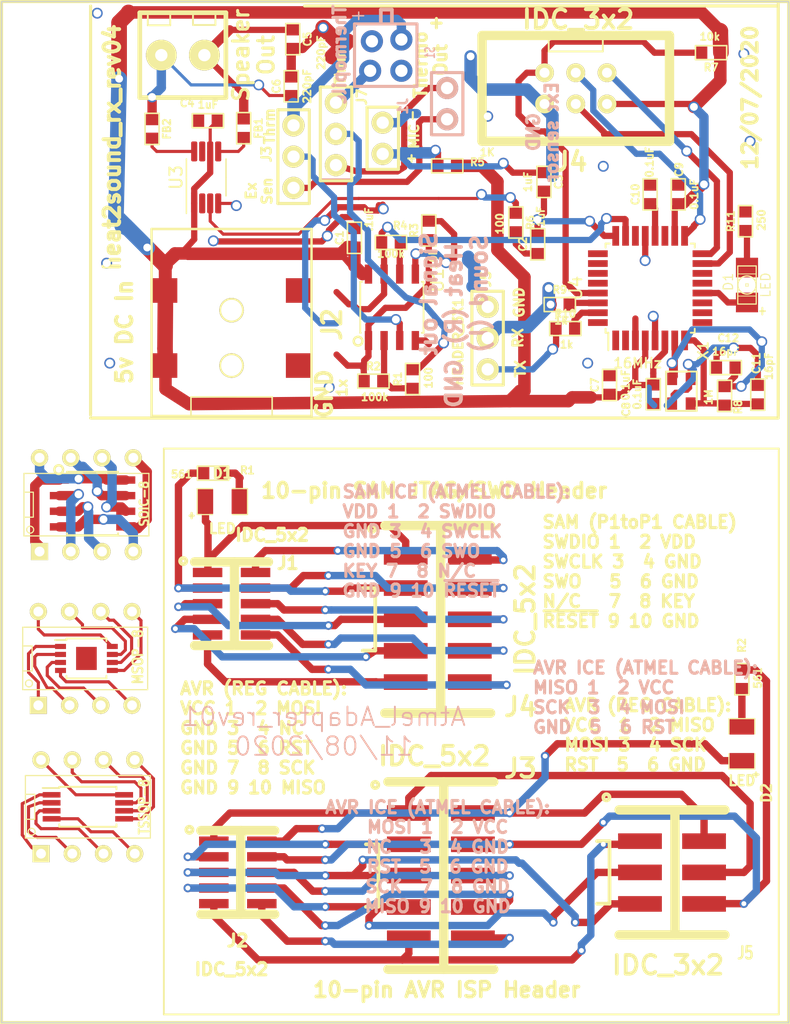
<source format=kicad_pcb>
(kicad_pcb (version 20171130) (host pcbnew 5.1.5-52549c5~86~ubuntu18.04.1)

  (general
    (thickness 1.6)
    (drawings 49)
    (tracks 820)
    (zones 0)
    (modules 54)
    (nets 80)
  )

  (page A)
  (title_block
    (date "12 jun 2010")
  )

  (layers
    (0 F.Cu signal)
    (31 B.Cu signal)
    (32 B.Adhes user)
    (33 F.Adhes user)
    (34 B.Paste user)
    (35 F.Paste user)
    (36 B.SilkS user)
    (37 F.SilkS user)
    (38 B.Mask user)
    (39 F.Mask user)
    (40 Dwgs.User user)
    (41 Cmts.User user)
    (42 Eco1.User user)
    (43 Eco2.User user)
    (44 Edge.Cuts user)
    (45 Margin user)
    (46 B.CrtYd user)
    (47 F.CrtYd user)
  )

  (setup
    (last_trace_width 0.25)
    (user_trace_width 0.254)
    (user_trace_width 0.508)
    (user_trace_width 0.762)
    (user_trace_width 1.016)
    (user_trace_width 1.27)
    (user_trace_width 0.25)
    (user_trace_width 0.3)
    (user_trace_width 0.5)
    (user_trace_width 0.6)
    (user_trace_width 0.8)
    (user_trace_width 1)
    (user_trace_width 2)
    (user_trace_width 3)
    (user_trace_width 0.254)
    (user_trace_width 0.508)
    (user_trace_width 0.762)
    (user_trace_width 1.016)
    (user_trace_width 1.27)
    (user_trace_width 0.25)
    (user_trace_width 0.3)
    (user_trace_width 0.5)
    (user_trace_width 0.6)
    (user_trace_width 0.8)
    (user_trace_width 1)
    (user_trace_width 2)
    (user_trace_width 3)
    (trace_clearance 0.11)
    (zone_clearance 0.4)
    (zone_45_only yes)
    (trace_min 0.1)
    (via_size 0.7)
    (via_drill 0.4)
    (via_min_size 0.7)
    (via_min_drill 0.4)
    (uvia_size 0.4)
    (uvia_drill 0.127)
    (uvias_allowed no)
    (uvia_min_size 0.4)
    (uvia_min_drill 0.127)
    (edge_width 0.1)
    (segment_width 0.5)
    (pcb_text_width 0.3)
    (pcb_text_size 1.5 1.5)
    (mod_edge_width 0.15)
    (mod_text_size 1 1)
    (mod_text_width 0.15)
    (pad_size 3 3)
    (pad_drill 3)
    (pad_to_mask_clearance 0)
    (pad_to_paste_clearance_ratio -0.1)
    (aux_axis_origin 0 0)
    (visible_elements 7FFFFFFF)
    (pcbplotparams
      (layerselection 0x010fc_ffffffff)
      (usegerberextensions true)
      (usegerberattributes false)
      (usegerberadvancedattributes false)
      (creategerberjobfile false)
      (excludeedgelayer true)
      (linewidth 0.050000)
      (plotframeref false)
      (viasonmask false)
      (mode 1)
      (useauxorigin false)
      (hpglpennumber 1)
      (hpglpenspeed 20)
      (hpglpendiameter 15.000000)
      (psnegative false)
      (psa4output false)
      (plotreference true)
      (plotvalue true)
      (plotinvisibletext false)
      (padsonsilk false)
      (subtractmaskfromsilk false)
      (outputformat 1)
      (mirror false)
      (drillshape 0)
      (scaleselection 1)
      (outputdirectory "PCB/"))
  )

  (net 0 "")
  (net 1 /a1)
  (net 2 /a2)
  (net 3 /a3)
  (net 4 /a4)
  (net 5 /a5)
  (net 6 /a6)
  (net 7 /a7)
  (net 8 /a8)
  (net 9 /c1)
  (net 10 /c2)
  (net 11 /c3)
  (net 12 /c4)
  (net 13 /c5)
  (net 14 /c6)
  (net 15 /c7)
  (net 16 /c8)
  (net 17 /b8)
  (net 18 /b7)
  (net 19 /b6)
  (net 20 /b5)
  (net 21 /b4)
  (net 22 /b3)
  (net 23 /b2)
  (net 24 /b1)
  (net 25 "Net-(D1-Pad2)")
  (net 26 pin8)
  (net 27 pin10)
  (net 28 pin9)
  (net 29 pin7)
  (net 30 pin1)
  (net 31 pin3)
  (net 32 pin5)
  (net 33 pin6)
  (net 34 pin4)
  (net 35 pin2)
  (net 36 apin2)
  (net 37 apin4)
  (net 38 apin6)
  (net 39 apin5)
  (net 40 apin3)
  (net 41 apin1)
  (net 42 apin7)
  (net 43 apin9)
  (net 44 apin10)
  (net 45 apin8)
  (net 46 "Net-(D2-Pad2)")
  (net 47 "Net-(C2-Pad1)")
  (net 48 "Net-(C3-Pad1)")
  (net 49 "Net-(C5-Pad1)")
  (net 50 "Net-(C6-Pad1)")
  (net 51 "Net-(FB1-Pad2)")
  (net 52 "Net-(FB2-Pad2)")
  (net 53 "Net-(J1-Pad2)")
  (net 54 "Net-(J3-Pad3)")
  (net 55 "Net-(J3-Pad2)")
  (net 56 "Net-(R6-Pad1)")
  (net 57 +5v)
  (net 58 GND)
  (net 59 "Net-(J1-Pad1)")
  (net 60 "Net-(J7-Pad3)")
  (net 61 "Net-(J7-Pad2)")
  (net 62 "Net-(R1-Pad1)")
  (net 63 "Net-(R3-Pad2)")
  (net 64 "Net-(R4-Pad2)")
  (net 65 ADC1)
  (net 66 "Net-(C10-Pad1)")
  (net 67 "Net-(C11-Pad1)")
  (net 68 "Net-(C12-Pad1)")
  (net 69 "Net-(D1-Pad1)")
  (net 70 MISO)
  (net 71 SCLK)
  (net 72 ~RESET)
  (net 73 MOSI)
  (net 74 "Net-(J5-Pad3)")
  (net 75 "Net-(J5-Pad2)")
  (net 76 ADC0)
  (net 77 RX)
  (net 78 TX)
  (net 79 "Net-(R2-Pad1)")

  (net_class Default "This is the default net class."
    (clearance 0.11)
    (trace_width 0.25)
    (via_dia 0.7)
    (via_drill 0.4)
    (uvia_dia 0.4)
    (uvia_drill 0.127)
    (add_net +5v)
    (add_net /a1)
    (add_net /a2)
    (add_net /a3)
    (add_net /a4)
    (add_net /a5)
    (add_net /a6)
    (add_net /a7)
    (add_net /a8)
    (add_net /b1)
    (add_net /b2)
    (add_net /b3)
    (add_net /b4)
    (add_net /b5)
    (add_net /b6)
    (add_net /b7)
    (add_net /b8)
    (add_net /c1)
    (add_net /c2)
    (add_net /c3)
    (add_net /c4)
    (add_net /c5)
    (add_net /c6)
    (add_net /c7)
    (add_net /c8)
    (add_net ADC0)
    (add_net ADC1)
    (add_net GND)
    (add_net MISO)
    (add_net MOSI)
    (add_net "Net-(C10-Pad1)")
    (add_net "Net-(C11-Pad1)")
    (add_net "Net-(C12-Pad1)")
    (add_net "Net-(C2-Pad1)")
    (add_net "Net-(C3-Pad1)")
    (add_net "Net-(C5-Pad1)")
    (add_net "Net-(C6-Pad1)")
    (add_net "Net-(D1-Pad1)")
    (add_net "Net-(D1-Pad2)")
    (add_net "Net-(D2-Pad2)")
    (add_net "Net-(FB1-Pad2)")
    (add_net "Net-(FB2-Pad2)")
    (add_net "Net-(J1-Pad1)")
    (add_net "Net-(J1-Pad2)")
    (add_net "Net-(J3-Pad2)")
    (add_net "Net-(J3-Pad3)")
    (add_net "Net-(J5-Pad2)")
    (add_net "Net-(J5-Pad3)")
    (add_net "Net-(J7-Pad2)")
    (add_net "Net-(J7-Pad3)")
    (add_net "Net-(R1-Pad1)")
    (add_net "Net-(R2-Pad1)")
    (add_net "Net-(R3-Pad2)")
    (add_net "Net-(R4-Pad2)")
    (add_net "Net-(R6-Pad1)")
    (add_net RX)
    (add_net SCLK)
    (add_net TX)
    (add_net apin1)
    (add_net apin10)
    (add_net apin2)
    (add_net apin3)
    (add_net apin4)
    (add_net apin5)
    (add_net apin6)
    (add_net apin7)
    (add_net apin8)
    (add_net apin9)
    (add_net pin1)
    (add_net pin10)
    (add_net pin2)
    (add_net pin3)
    (add_net pin4)
    (add_net pin5)
    (add_net pin6)
    (add_net pin7)
    (add_net pin8)
    (add_net pin9)
    (add_net ~RESET)
  )

  (module ted_ICs:TED_DIP-8 (layer F.Cu) (tedit 5F97BA59) (tstamp 5F97BB28)
    (at 143.9 99.9)
    (descr "8 pins DIL package, round pads")
    (tags DIL)
    (path /5F9A2208)
    (fp_text reference U2 (at 0.254 0.127) (layer F.SilkS) hide
      (effects (font (size 1.143 1.143) (thickness 0.28575)))
    )
    (fp_text value Generic_8-pin_Module (at 6.35 0.127 90) (layer F.SilkS) hide
      (effects (font (size 1.143 1.143) (thickness 0.28448)))
    )
    (fp_circle (center -4.572 2.032) (end -4.318 2.159) (layer F.SilkS) (width 0.09906))
    (fp_line (start -5.08 -1.016) (end -4.318 -1.016) (layer F.SilkS) (width 0.09906))
    (fp_line (start -4.318 -1.016) (end -4.318 1.016) (layer F.SilkS) (width 0.09906))
    (fp_line (start -4.318 1.016) (end -5.08 1.016) (layer F.SilkS) (width 0.09906))
    (fp_line (start -5.08 -2.54) (end 5.08 -2.54) (layer F.SilkS) (width 0.09906))
    (fp_line (start 5.08 -2.54) (end 5.08 2.54) (layer F.SilkS) (width 0.09906))
    (fp_line (start 5.08 2.54) (end -5.08 2.54) (layer F.SilkS) (width 0.09906))
    (fp_line (start -5.08 2.54) (end -5.08 -2.54) (layer F.SilkS) (width 0.09906))
    (pad 1 thru_hole rect (at -3.81 3.81) (size 1.397 1.397) (drill 0.8) (layers *.Cu *.Mask F.SilkS)
      (net 1 /a1) (clearance 0.5))
    (pad 2 thru_hole circle (at -1.27 3.81) (size 1.397 1.397) (drill 0.8) (layers *.Cu *.Mask F.SilkS)
      (net 2 /a2) (clearance 0.5))
    (pad 3 thru_hole circle (at 1.27 3.81) (size 1.397 1.397) (drill 0.8) (layers *.Cu *.Mask F.SilkS)
      (net 3 /a3) (clearance 0.5))
    (pad 4 thru_hole circle (at 3.81 3.81) (size 1.397 1.397) (drill 0.8) (layers *.Cu *.Mask F.SilkS)
      (net 4 /a4) (clearance 0.5))
    (pad 5 thru_hole circle (at 3.81 -3.81) (size 1.397 1.397) (drill 0.8) (layers *.Cu *.Mask F.SilkS)
      (net 5 /a5) (clearance 0.5))
    (pad 6 thru_hole circle (at 1.27 -3.81) (size 1.397 1.397) (drill 0.8) (layers *.Cu *.Mask F.SilkS)
      (net 6 /a6) (clearance 0.5))
    (pad 7 thru_hole circle (at -1.27 -3.81) (size 1.397 1.397) (drill 0.8) (layers *.Cu *.Mask F.SilkS)
      (net 7 /a7) (clearance 0.5))
    (pad 8 thru_hole circle (at -3.81 -3.81) (size 1.397 1.397) (drill 0.8) (layers *.Cu *.Mask F.SilkS)
      (net 8 /a8) (clearance 0.5))
    (model dil/dil_14.wrl
      (at (xyz 0 0 0))
      (scale (xyz 1 1 1))
      (rotate (xyz 0 0 0))
    )
  )

  (module ted_ICs:TED_DIP-8 (layer F.Cu) (tedit 5F97BA59) (tstamp 5F97C195)
    (at 144.018 124.46)
    (descr "8 pins DIL package, round pads")
    (tags DIL)
    (path /5F9BBBDB)
    (fp_text reference U5 (at 0.254 0.127) (layer F.SilkS) hide
      (effects (font (size 1.143 1.143) (thickness 0.28575)))
    )
    (fp_text value Generic_8-pin_Module (at 6.35 0.127 90) (layer F.SilkS) hide
      (effects (font (size 1.143 1.143) (thickness 0.28448)))
    )
    (fp_circle (center -4.572 2.032) (end -4.318 2.159) (layer F.SilkS) (width 0.09906))
    (fp_line (start -5.08 -1.016) (end -4.318 -1.016) (layer F.SilkS) (width 0.09906))
    (fp_line (start -4.318 -1.016) (end -4.318 1.016) (layer F.SilkS) (width 0.09906))
    (fp_line (start -4.318 1.016) (end -5.08 1.016) (layer F.SilkS) (width 0.09906))
    (fp_line (start -5.08 -2.54) (end 5.08 -2.54) (layer F.SilkS) (width 0.09906))
    (fp_line (start 5.08 -2.54) (end 5.08 2.54) (layer F.SilkS) (width 0.09906))
    (fp_line (start 5.08 2.54) (end -5.08 2.54) (layer F.SilkS) (width 0.09906))
    (fp_line (start -5.08 2.54) (end -5.08 -2.54) (layer F.SilkS) (width 0.09906))
    (pad 1 thru_hole rect (at -3.81 3.81) (size 1.397 1.397) (drill 0.8) (layers *.Cu *.Mask F.SilkS)
      (net 9 /c1) (clearance 0.5))
    (pad 2 thru_hole circle (at -1.27 3.81) (size 1.397 1.397) (drill 0.8) (layers *.Cu *.Mask F.SilkS)
      (net 10 /c2) (clearance 0.5))
    (pad 3 thru_hole circle (at 1.27 3.81) (size 1.397 1.397) (drill 0.8) (layers *.Cu *.Mask F.SilkS)
      (net 11 /c3) (clearance 0.5))
    (pad 4 thru_hole circle (at 3.81 3.81) (size 1.397 1.397) (drill 0.8) (layers *.Cu *.Mask F.SilkS)
      (net 12 /c4) (clearance 0.5))
    (pad 5 thru_hole circle (at 3.81 -3.81) (size 1.397 1.397) (drill 0.8) (layers *.Cu *.Mask F.SilkS)
      (net 13 /c5) (clearance 0.5))
    (pad 6 thru_hole circle (at 1.27 -3.81) (size 1.397 1.397) (drill 0.8) (layers *.Cu *.Mask F.SilkS)
      (net 14 /c6) (clearance 0.5))
    (pad 7 thru_hole circle (at -1.27 -3.81) (size 1.397 1.397) (drill 0.8) (layers *.Cu *.Mask F.SilkS)
      (net 15 /c7) (clearance 0.5))
    (pad 8 thru_hole circle (at -3.81 -3.81) (size 1.397 1.397) (drill 0.8) (layers *.Cu *.Mask F.SilkS)
      (net 16 /c8) (clearance 0.5))
    (model dil/dil_14.wrl
      (at (xyz 0 0 0))
      (scale (xyz 1 1 1))
      (rotate (xyz 0 0 0))
    )
  )

  (module ted_ICs:TED_DIP-8 (layer F.Cu) (tedit 5F97BA59) (tstamp 5F97B98B)
    (at 143.8 112.4)
    (descr "8 pins DIL package, round pads")
    (tags DIL)
    (path /5F9B6AD2)
    (fp_text reference U6 (at 0.254 0.127) (layer F.SilkS) hide
      (effects (font (size 1.143 1.143) (thickness 0.28575)))
    )
    (fp_text value Generic_8-pin_Module (at 6.35 0.127 90) (layer F.SilkS) hide
      (effects (font (size 1.143 1.143) (thickness 0.28448)))
    )
    (fp_circle (center -4.572 2.032) (end -4.318 2.159) (layer F.SilkS) (width 0.09906))
    (fp_line (start -5.08 -1.016) (end -4.318 -1.016) (layer F.SilkS) (width 0.09906))
    (fp_line (start -4.318 -1.016) (end -4.318 1.016) (layer F.SilkS) (width 0.09906))
    (fp_line (start -4.318 1.016) (end -5.08 1.016) (layer F.SilkS) (width 0.09906))
    (fp_line (start -5.08 -2.54) (end 5.08 -2.54) (layer F.SilkS) (width 0.09906))
    (fp_line (start 5.08 -2.54) (end 5.08 2.54) (layer F.SilkS) (width 0.09906))
    (fp_line (start 5.08 2.54) (end -5.08 2.54) (layer F.SilkS) (width 0.09906))
    (fp_line (start -5.08 2.54) (end -5.08 -2.54) (layer F.SilkS) (width 0.09906))
    (pad 1 thru_hole rect (at -3.81 3.81) (size 1.397 1.397) (drill 0.8) (layers *.Cu *.Mask F.SilkS)
      (net 24 /b1) (clearance 0.5))
    (pad 2 thru_hole circle (at -1.27 3.81) (size 1.397 1.397) (drill 0.8) (layers *.Cu *.Mask F.SilkS)
      (net 23 /b2) (clearance 0.5))
    (pad 3 thru_hole circle (at 1.27 3.81) (size 1.397 1.397) (drill 0.8) (layers *.Cu *.Mask F.SilkS)
      (net 22 /b3) (clearance 0.5))
    (pad 4 thru_hole circle (at 3.81 3.81) (size 1.397 1.397) (drill 0.8) (layers *.Cu *.Mask F.SilkS)
      (net 21 /b4) (clearance 0.5))
    (pad 5 thru_hole circle (at 3.81 -3.81) (size 1.397 1.397) (drill 0.8) (layers *.Cu *.Mask F.SilkS)
      (net 20 /b5) (clearance 0.5))
    (pad 6 thru_hole circle (at 1.27 -3.81) (size 1.397 1.397) (drill 0.8) (layers *.Cu *.Mask F.SilkS)
      (net 19 /b6) (clearance 0.5))
    (pad 7 thru_hole circle (at -1.27 -3.81) (size 1.397 1.397) (drill 0.8) (layers *.Cu *.Mask F.SilkS)
      (net 18 /b7) (clearance 0.5))
    (pad 8 thru_hole circle (at -3.81 -3.81) (size 1.397 1.397) (drill 0.8) (layers *.Cu *.Mask F.SilkS)
      (net 17 /b8) (clearance 0.5))
    (model dil/dil_14.wrl
      (at (xyz 0 0 0))
      (scale (xyz 1 1 1))
      (rotate (xyz 0 0 0))
    )
  )

  (module ted_ICs:SOIC-8 (layer F.Cu) (tedit 5BECBCA7) (tstamp 5F97B310)
    (at 144.4 99.8)
    (descr "8-Lead Plastic Small Outline")
    (path /5F9A1467)
    (attr smd)
    (fp_text reference U1 (at 0 -3.5) (layer F.SilkS) hide
      (effects (font (size 1 1) (thickness 0.15)))
    )
    (fp_text value Generic_8-pin_IC (at 0 3.5) (layer F.Fab)
      (effects (font (size 1 1) (thickness 0.15)))
    )
    (fp_circle (center -2.75 -2.75) (end -2.5 -2.5) (layer F.SilkS) (width 0.2))
    (fp_line (start -3.73 -2.7) (end -3.73 2.7) (layer F.CrtYd) (width 0.05))
    (fp_line (start 3.73 -2.7) (end 3.73 2.7) (layer F.CrtYd) (width 0.05))
    (fp_line (start -3.73 -2.7) (end 3.73 -2.7) (layer F.CrtYd) (width 0.05))
    (fp_line (start -3.73 2.7) (end 3.73 2.7) (layer F.CrtYd) (width 0.05))
    (fp_line (start -2.075 -2.575) (end -2.075 -2.525) (layer F.SilkS) (width 0.15))
    (fp_line (start 2.075 -2.575) (end 2.075 -2.43) (layer F.SilkS) (width 0.15))
    (fp_line (start 2.075 2.575) (end 2.075 2.43) (layer F.SilkS) (width 0.15))
    (fp_line (start -2.075 2.575) (end -2.075 2.43) (layer F.SilkS) (width 0.15))
    (fp_line (start -2.075 -2.575) (end 2.075 -2.575) (layer F.SilkS) (width 0.15))
    (fp_line (start -2.075 2.575) (end 2.075 2.575) (layer F.SilkS) (width 0.15))
    (pad 1 smd rect (at -2.7 -1.905) (size 1.55 0.6) (layers F.Cu F.Paste F.Mask)
      (net 1 /a1))
    (pad 2 smd rect (at -2.7 -0.635) (size 1.55 0.6) (layers F.Cu F.Paste F.Mask)
      (net 2 /a2))
    (pad 3 smd rect (at -2.7 0.635) (size 1.55 0.6) (layers F.Cu F.Paste F.Mask)
      (net 3 /a3))
    (pad 4 smd rect (at -2.7 1.905) (size 1.55 0.6) (layers F.Cu F.Paste F.Mask)
      (net 4 /a4))
    (pad 5 smd rect (at 2.7 1.905) (size 1.55 0.6) (layers F.Cu F.Paste F.Mask)
      (net 5 /a5))
    (pad 6 smd rect (at 2.7 0.635) (size 1.55 0.6) (layers F.Cu F.Paste F.Mask)
      (net 6 /a6))
    (pad 7 smd rect (at 2.7 -0.635) (size 1.55 0.6) (layers F.Cu F.Paste F.Mask)
      (net 7 /a7))
    (pad 8 smd rect (at 2.7 -1.905) (size 1.55 0.6) (layers F.Cu F.Paste F.Mask)
      (net 8 /a8))
    (model ${KISYS3DMOD}/Housings_SOIC.3dshapes/SOIC-8_3.9x4.9mm_Pitch1.27mm.wrl
      (at (xyz 0 0 0))
      (scale (xyz 1 1 1))
      (rotate (xyz 0 0 0))
    )
  )

  (module ted_ICs:TSSOP-8_4.4x3mm_P0.65mm (layer F.Cu) (tedit 5A02F25C) (tstamp 5F97B941)
    (at 144.018 124.46)
    (descr "8-Lead Plastic Thin Shrink Small Outline (ST)-4.4 mm Body [TSSOP] (see Microchip Packaging Specification 00000049BS.pdf)")
    (tags "SSOP 0.65")
    (path /5F9BBBE5)
    (attr smd)
    (fp_text reference U3 (at 0 -2.55) (layer F.SilkS) hide
      (effects (font (size 1 1) (thickness 0.15)))
    )
    (fp_text value Generic_8-pin_IC (at 0 2.55) (layer F.Fab)
      (effects (font (size 1 1) (thickness 0.15)))
    )
    (fp_text user %R (at 0 0) (layer F.Fab)
      (effects (font (size 0.7 0.7) (thickness 0.15)))
    )
    (fp_line (start -2.325 -1.525) (end -3.675 -1.525) (layer F.SilkS) (width 0.15))
    (fp_line (start -2.325 1.625) (end 2.325 1.625) (layer F.SilkS) (width 0.15))
    (fp_line (start -2.325 -1.625) (end 2.325 -1.625) (layer F.SilkS) (width 0.15))
    (fp_line (start -2.325 1.625) (end -2.325 1.425) (layer F.SilkS) (width 0.15))
    (fp_line (start 2.325 1.625) (end 2.325 1.425) (layer F.SilkS) (width 0.15))
    (fp_line (start 2.325 -1.625) (end 2.325 -1.425) (layer F.SilkS) (width 0.15))
    (fp_line (start -2.325 -1.625) (end -2.325 -1.525) (layer F.SilkS) (width 0.15))
    (fp_line (start -3.95 1.8) (end 3.95 1.8) (layer F.CrtYd) (width 0.05))
    (fp_line (start -3.95 -1.8) (end 3.95 -1.8) (layer F.CrtYd) (width 0.05))
    (fp_line (start 3.95 -1.8) (end 3.95 1.8) (layer F.CrtYd) (width 0.05))
    (fp_line (start -3.95 -1.8) (end -3.95 1.8) (layer F.CrtYd) (width 0.05))
    (fp_line (start -2.2 -0.5) (end -1.2 -1.5) (layer F.Fab) (width 0.15))
    (fp_line (start -2.2 1.5) (end -2.2 -0.5) (layer F.Fab) (width 0.15))
    (fp_line (start 2.2 1.5) (end -2.2 1.5) (layer F.Fab) (width 0.15))
    (fp_line (start 2.2 -1.5) (end 2.2 1.5) (layer F.Fab) (width 0.15))
    (fp_line (start -1.2 -1.5) (end 2.2 -1.5) (layer F.Fab) (width 0.15))
    (pad 8 smd rect (at 2.95 -0.975) (size 1.45 0.45) (layers F.Cu F.Paste F.Mask)
      (net 16 /c8))
    (pad 7 smd rect (at 2.95 -0.325) (size 1.45 0.45) (layers F.Cu F.Paste F.Mask)
      (net 15 /c7))
    (pad 6 smd rect (at 2.95 0.325) (size 1.45 0.45) (layers F.Cu F.Paste F.Mask)
      (net 14 /c6))
    (pad 5 smd rect (at 2.95 0.975) (size 1.45 0.45) (layers F.Cu F.Paste F.Mask)
      (net 13 /c5))
    (pad 4 smd rect (at -2.95 0.975) (size 1.45 0.45) (layers F.Cu F.Paste F.Mask)
      (net 12 /c4))
    (pad 3 smd rect (at -2.95 0.325) (size 1.45 0.45) (layers F.Cu F.Paste F.Mask)
      (net 11 /c3))
    (pad 2 smd rect (at -2.95 -0.325) (size 1.45 0.45) (layers F.Cu F.Paste F.Mask)
      (net 10 /c2))
    (pad 1 smd rect (at -2.95 -0.975) (size 1.45 0.45) (layers F.Cu F.Paste F.Mask)
      (net 9 /c1))
    (model ${KISYS3DMOD}/Package_SO.3dshapes/TSSOP-8_4.4x3mm_P0.65mm.wrl
      (at (xyz 0 0 0))
      (scale (xyz 1 1 1))
      (rotate (xyz 0 0 0))
    )
  )

  (module ted_ICs:MSOP-8-1EP_3x3mm_P0.65mm_EP1.68x1.88mm (layer F.Cu) (tedit 5A6725D7) (tstamp 5F97BDBA)
    (at 143.9 112.4)
    (descr "MS8E Package; 8-Lead Plastic MSOP, Exposed Die Pad (see Linear Technology 05081662_K_MS8E.pdf)")
    (tags "SSOP 0.65")
    (path /5F9B6ADC)
    (attr smd)
    (fp_text reference U4 (at 0 -2.55) (layer F.SilkS) hide
      (effects (font (size 1 1) (thickness 0.15)))
    )
    (fp_text value Generic_8-pin_IC (at 0 2.55) (layer F.Fab)
      (effects (font (size 1 1) (thickness 0.15)))
    )
    (fp_text user %R (at 0 0) (layer F.Fab)
      (effects (font (size 0.6 0.6) (thickness 0.09)))
    )
    (fp_line (start -1.625 -1.5) (end -2.55 -1.5) (layer F.SilkS) (width 0.15))
    (fp_line (start -1.625 1.625) (end 1.625 1.625) (layer F.SilkS) (width 0.15))
    (fp_line (start -1.625 -1.625) (end 1.625 -1.625) (layer F.SilkS) (width 0.15))
    (fp_line (start -1.625 1.625) (end -1.625 1.41) (layer F.SilkS) (width 0.15))
    (fp_line (start 1.625 1.625) (end 1.625 1.41) (layer F.SilkS) (width 0.15))
    (fp_line (start 1.625 -1.625) (end 1.625 -1.41) (layer F.SilkS) (width 0.15))
    (fp_line (start -1.625 -1.625) (end -1.625 -1.5) (layer F.SilkS) (width 0.15))
    (fp_line (start -2.8 1.8) (end 2.8 1.8) (layer F.CrtYd) (width 0.05))
    (fp_line (start -2.8 -1.8) (end 2.8 -1.8) (layer F.CrtYd) (width 0.05))
    (fp_line (start 2.8 -1.8) (end 2.8 1.8) (layer F.CrtYd) (width 0.05))
    (fp_line (start -2.8 -1.8) (end -2.8 1.8) (layer F.CrtYd) (width 0.05))
    (fp_line (start -1.5 -0.5) (end -0.5 -1.5) (layer F.Fab) (width 0.15))
    (fp_line (start -1.5 1.5) (end -1.5 -0.5) (layer F.Fab) (width 0.15))
    (fp_line (start 1.5 1.5) (end -1.5 1.5) (layer F.Fab) (width 0.15))
    (fp_line (start 1.5 -1.5) (end 1.5 1.5) (layer F.Fab) (width 0.15))
    (fp_line (start -0.5 -1.5) (end 1.5 -1.5) (layer F.Fab) (width 0.15))
    (pad "" smd rect (at 0.42 -0.47) (size 0.66 0.76) (layers F.Paste))
    (pad "" smd rect (at -0.42 -0.47) (size 0.66 0.76) (layers F.Paste))
    (pad "" smd rect (at -0.42 0.47) (size 0.66 0.76) (layers F.Paste))
    (pad 9 smd rect (at 0 0) (size 1.68 1.88) (layers F.Cu F.Mask))
    (pad "" smd rect (at 0.42 0.47) (size 0.66 0.76) (layers F.Paste))
    (pad 8 smd rect (at 2.105 -0.975) (size 0.89 0.42) (layers F.Cu F.Paste F.Mask)
      (net 17 /b8))
    (pad 7 smd rect (at 2.105 -0.325) (size 0.89 0.42) (layers F.Cu F.Paste F.Mask)
      (net 18 /b7))
    (pad 6 smd rect (at 2.105 0.325) (size 0.89 0.42) (layers F.Cu F.Paste F.Mask)
      (net 19 /b6))
    (pad 5 smd rect (at 2.105 0.975) (size 0.89 0.42) (layers F.Cu F.Paste F.Mask)
      (net 20 /b5))
    (pad 4 smd rect (at -2.105 0.975) (size 0.89 0.42) (layers F.Cu F.Paste F.Mask)
      (net 21 /b4))
    (pad 3 smd rect (at -2.105 0.325) (size 0.89 0.42) (layers F.Cu F.Paste F.Mask)
      (net 22 /b3))
    (pad 2 smd rect (at -2.105 -0.325) (size 0.89 0.42) (layers F.Cu F.Paste F.Mask)
      (net 23 /b2))
    (pad 1 smd rect (at -2.105 -0.975) (size 0.89 0.42) (layers F.Cu F.Paste F.Mask)
      (net 24 /b1))
    (model ${KISYS3DMOD}/Package_SO.3dshapes/MSOP-8-1EP_3x3mm_P0.65mm_EP1.68x1.88mm.wrl
      (at (xyz 0 0 0))
      (scale (xyz 1 1 1))
      (rotate (xyz 0 0 0))
    )
  )

  (module ted_connectors:TED_IDC_5x2_1.27pitch_SMD_nm (layer F.Cu) (tedit 5C92BF5A) (tstamp 5FA89CF2)
    (at 155.702 107.95 270)
    (path /5B479D63)
    (fp_text reference J1 (at -3.302 -4.572 180) (layer F.SilkS)
      (effects (font (size 1 1) (thickness 0.25)))
    )
    (fp_text value IDC_5x2 (at -5.588 -3.302 180) (layer F.SilkS)
      (effects (font (size 1 1) (thickness 0.25)))
    )
    (fp_circle (center -3.466 3.934) (end -3.212 3.934) (layer F.SilkS) (width 0.3))
    (fp_line (start 3.4 -3) (end 3.4 3) (layer F.SilkS) (width 0.762))
    (fp_line (start -3.4 3) (end -3.4 -3) (layer F.SilkS) (width 0.762))
    (fp_line (start -3.4 -0.236) (end 3.4 -0.236) (layer F.SilkS) (width 0.762))
    (pad 8 smd rect (at 1.27 -1.95 270) (size 0.76 2.4) (layers F.Cu F.Paste F.Mask)
      (net 26 pin8))
    (pad 10 smd rect (at 2.54 -1.95 270) (size 0.76 2.4) (layers F.Cu F.Paste F.Mask)
      (net 27 pin10))
    (pad 9 smd rect (at 2.54 1.95 270) (size 0.76 2.4) (layers F.Cu F.Paste F.Mask)
      (net 28 pin9))
    (pad 7 smd rect (at 1.27 1.95 270) (size 0.76 2.4) (layers F.Cu F.Paste F.Mask)
      (net 29 pin7))
    (pad 1 smd rect (at -2.54 1.95 270) (size 0.76 2.4) (layers F.Cu F.Paste F.Mask)
      (net 30 pin1))
    (pad 3 smd rect (at -1.27 1.95 270) (size 0.76 2.4) (layers F.Cu F.Paste F.Mask)
      (net 31 pin3))
    (pad 5 smd rect (at 0 1.95 270) (size 0.76 2.4) (layers F.Cu F.Paste F.Mask)
      (net 32 pin5))
    (pad 6 smd rect (at 0 -1.95 270) (size 0.76 2.4) (layers F.Cu F.Paste F.Mask)
      (net 33 pin6))
    (pad 4 smd rect (at -1.27 -1.95 270) (size 0.76 2.4) (layers F.Cu F.Paste F.Mask)
      (net 34 pin4))
    (pad 2 smd rect (at -2.54 -1.95 270) (size 0.76 2.4) (layers F.Cu F.Paste F.Mask)
      (net 35 pin2))
  )

  (module ted_connectors:TED_IDC_5x2_1.27pitch_SMD_nm (layer F.Cu) (tedit 5C92BF5A) (tstamp 5FA89D04)
    (at 156.21 129.794 270)
    (path /5FAD5723)
    (fp_text reference J2 (at 5.544 0.014 180) (layer F.SilkS)
      (effects (font (size 1 1) (thickness 0.25)))
    )
    (fp_text value IDC_5x2 (at 7.874 0.508 180) (layer F.SilkS)
      (effects (font (size 1 1) (thickness 0.25)))
    )
    (fp_line (start -3.4 -0.236) (end 3.4 -0.236) (layer F.SilkS) (width 0.762))
    (fp_line (start -3.4 3) (end -3.4 -3) (layer F.SilkS) (width 0.762))
    (fp_line (start 3.4 -3) (end 3.4 3) (layer F.SilkS) (width 0.762))
    (fp_circle (center -3.466 3.934) (end -3.212 3.934) (layer F.SilkS) (width 0.3))
    (pad 2 smd rect (at -2.54 -1.95 270) (size 0.76 2.4) (layers F.Cu F.Paste F.Mask)
      (net 36 apin2))
    (pad 4 smd rect (at -1.27 -1.95 270) (size 0.76 2.4) (layers F.Cu F.Paste F.Mask)
      (net 37 apin4))
    (pad 6 smd rect (at 0 -1.95 270) (size 0.76 2.4) (layers F.Cu F.Paste F.Mask)
      (net 38 apin6))
    (pad 5 smd rect (at 0 1.95 270) (size 0.76 2.4) (layers F.Cu F.Paste F.Mask)
      (net 39 apin5))
    (pad 3 smd rect (at -1.27 1.95 270) (size 0.76 2.4) (layers F.Cu F.Paste F.Mask)
      (net 40 apin3))
    (pad 1 smd rect (at -2.54 1.95 270) (size 0.76 2.4) (layers F.Cu F.Paste F.Mask)
      (net 41 apin1))
    (pad 7 smd rect (at 1.27 1.95 270) (size 0.76 2.4) (layers F.Cu F.Paste F.Mask)
      (net 42 apin7))
    (pad 9 smd rect (at 2.54 1.95 270) (size 0.76 2.4) (layers F.Cu F.Paste F.Mask)
      (net 43 apin9))
    (pad 10 smd rect (at 2.54 -1.95 270) (size 0.76 2.4) (layers F.Cu F.Paste F.Mask)
      (net 44 apin10))
    (pad 8 smd rect (at 1.27 -1.95 270) (size 0.76 2.4) (layers F.Cu F.Paste F.Mask)
      (net 45 apin8))
  )

  (module ted_connectors:TED_IDC_5x2_SMD (layer F.Cu) (tedit 5A0F71C2) (tstamp 5FA8E09E)
    (at 172.72 130.048 270)
    (path /5FAD5745)
    (fp_text reference J3 (at -8.71 -6.476 180) (layer F.SilkS)
      (effects (font (size 1.524 1.524) (thickness 0.3048)))
    )
    (fp_text value IDC_5x2 (at -9.71 0.524 180) (layer F.SilkS)
      (effects (font (size 1.524 1.524) (thickness 0.3048)))
    )
    (fp_line (start -7.62 -0.236) (end 7.62 -0.236) (layer F.SilkS) (width 0.762))
    (fp_line (start -7.62 4.3) (end -7.62 -4.3) (layer F.SilkS) (width 0.762))
    (fp_line (start 7.62 -4.3) (end 7.62 4.3) (layer F.SilkS) (width 0.762))
    (fp_circle (center -7.366 5.334) (end -7.112 5.334) (layer F.SilkS) (width 0.3))
    (fp_line (start 2.54 5.08) (end 2.54 6.096) (layer F.SilkS) (width 0.3))
    (fp_line (start -2.54 5.08) (end 2.54 5.08) (layer F.SilkS) (width 0.3))
    (fp_line (start -2.54 6.096) (end -2.54 5.08) (layer F.SilkS) (width 0.3))
    (pad 2 smd rect (at -5.08 -2.605 270) (size 1.27 3.56) (layers F.Cu F.Paste F.Mask)
      (net 36 apin2))
    (pad 4 smd rect (at -2.54 -2.605 270) (size 1.27 3.56) (layers F.Cu F.Paste F.Mask)
      (net 37 apin4))
    (pad 6 smd rect (at 0 -2.605 270) (size 1.27 3.56) (layers F.Cu F.Paste F.Mask)
      (net 38 apin6))
    (pad 5 smd rect (at 0 2.605 270) (size 1.27 3.56) (layers F.Cu F.Paste F.Mask)
      (net 39 apin5))
    (pad 3 smd rect (at -2.54 2.605 270) (size 1.27 3.56) (layers F.Cu F.Paste F.Mask)
      (net 40 apin3))
    (pad 1 smd rect (at -5.08 2.605 270) (size 1.27 3.56) (layers F.Cu F.Paste F.Mask)
      (net 41 apin1))
    (pad 7 smd rect (at 2.56 2.605 270) (size 1.27 3.56) (layers F.Cu F.Paste F.Mask)
      (net 42 apin7))
    (pad 9 smd rect (at 5.1 2.605 270) (size 1.27 3.56) (layers F.Cu F.Paste F.Mask)
      (net 43 apin9))
    (pad 10 smd rect (at 5.1 -2.605 270) (size 1.27 3.56) (layers F.Cu F.Paste F.Mask)
      (net 44 apin10))
    (pad 8 smd rect (at 2.56 -2.605 270) (size 1.27 3.56) (layers F.Cu F.Paste F.Mask)
      (net 45 apin8))
  )

  (module ted_connectors:TED_IDC_5x2_SMD (layer F.Cu) (tedit 5A0F71C2) (tstamp 5FA89D2E)
    (at 172.466 109.22 270)
    (path /5FACE4E5)
    (fp_text reference J4 (at 7.118 -6.73 180) (layer F.SilkS)
      (effects (font (size 1.524 1.524) (thickness 0.3048)))
    )
    (fp_text value IDC_5x2 (at 0 -7.112 270) (layer F.SilkS)
      (effects (font (size 1.524 1.524) (thickness 0.3048)))
    )
    (fp_line (start -2.54 6.096) (end -2.54 5.08) (layer F.SilkS) (width 0.3))
    (fp_line (start -2.54 5.08) (end 2.54 5.08) (layer F.SilkS) (width 0.3))
    (fp_line (start 2.54 5.08) (end 2.54 6.096) (layer F.SilkS) (width 0.3))
    (fp_circle (center -7.366 5.334) (end -7.112 5.334) (layer F.SilkS) (width 0.3))
    (fp_line (start 7.62 -4.3) (end 7.62 4.3) (layer F.SilkS) (width 0.762))
    (fp_line (start -7.62 4.3) (end -7.62 -4.3) (layer F.SilkS) (width 0.762))
    (fp_line (start -7.62 -0.236) (end 7.62 -0.236) (layer F.SilkS) (width 0.762))
    (pad 8 smd rect (at 2.56 -2.605 270) (size 1.27 3.56) (layers F.Cu F.Paste F.Mask)
      (net 26 pin8))
    (pad 10 smd rect (at 5.1 -2.605 270) (size 1.27 3.56) (layers F.Cu F.Paste F.Mask)
      (net 27 pin10))
    (pad 9 smd rect (at 5.1 2.605 270) (size 1.27 3.56) (layers F.Cu F.Paste F.Mask)
      (net 28 pin9))
    (pad 7 smd rect (at 2.56 2.605 270) (size 1.27 3.56) (layers F.Cu F.Paste F.Mask)
      (net 29 pin7))
    (pad 1 smd rect (at -5.08 2.605 270) (size 1.27 3.56) (layers F.Cu F.Paste F.Mask)
      (net 30 pin1))
    (pad 3 smd rect (at -2.54 2.605 270) (size 1.27 3.56) (layers F.Cu F.Paste F.Mask)
      (net 31 pin3))
    (pad 5 smd rect (at 0 2.605 270) (size 1.27 3.56) (layers F.Cu F.Paste F.Mask)
      (net 32 pin5))
    (pad 6 smd rect (at 0 -2.605 270) (size 1.27 3.56) (layers F.Cu F.Paste F.Mask)
      (net 33 pin6))
    (pad 4 smd rect (at -2.54 -2.605 270) (size 1.27 3.56) (layers F.Cu F.Paste F.Mask)
      (net 34 pin4))
    (pad 2 smd rect (at -5.08 -2.605 270) (size 1.27 3.56) (layers F.Cu F.Paste F.Mask)
      (net 35 pin2))
  )

  (module ted_connectors:TED_IDC_3x2_SMD (layer F.Cu) (tedit 5FA8D9FD) (tstamp 5FA8DD98)
    (at 191.516 129.794 270)
    (path /5FADD715)
    (fp_text reference J5 (at 6.544 -5.969 180) (layer F.SilkS)
      (effects (font (size 1 0.75) (thickness 0.1875)))
    )
    (fp_text value IDC_3x2 (at 7.544 0.32 180) (layer F.SilkS)
      (effects (font (size 1.524 1.524) (thickness 0.3048)))
    )
    (fp_line (start -2.54 6.096) (end -2.54 5.08) (layer F.SilkS) (width 0.3))
    (fp_line (start -2.54 5.08) (end 2.54 5.08) (layer F.SilkS) (width 0.3))
    (fp_line (start 2.54 5.08) (end 2.54 6.096) (layer F.SilkS) (width 0.3))
    (fp_circle (center -6.106 5.334) (end -5.852 5.334) (layer F.SilkS) (width 0.3))
    (fp_line (start 5.08 -4.3) (end 5.08 4.3) (layer F.SilkS) (width 0.762))
    (fp_line (start -5.08 4.3) (end -5.08 -4.3) (layer F.SilkS) (width 0.762))
    (fp_line (start -5.08 -0.236) (end 5.08 -0.236) (layer F.SilkS) (width 0.762))
    (pad 6 smd rect (at 2.56 -2.605 270) (size 1.27 3.56) (layers F.Cu F.Paste F.Mask)
      (net 37 apin4))
    (pad 5 smd rect (at 2.56 2.605 270) (size 1.27 3.56) (layers F.Cu F.Paste F.Mask)
      (net 39 apin5))
    (pad 1 smd rect (at -2.54 2.605 270) (size 1.27 3.56) (layers F.Cu F.Paste F.Mask)
      (net 43 apin9))
    (pad 3 smd rect (at 0 2.605 270) (size 1.27 3.56) (layers F.Cu F.Paste F.Mask)
      (net 42 apin7))
    (pad 4 smd rect (at 0 -2.605 270) (size 1.27 3.56) (layers F.Cu F.Paste F.Mask)
      (net 41 apin1))
    (pad 2 smd rect (at -2.54 -2.605 270) (size 1.27 3.56) (layers F.Cu F.Paste F.Mask)
      (net 36 apin2))
  )

  (module ted_led:TED_SM1206_LED (layer F.Cu) (tedit 5C16A5C5) (tstamp 5FA8EAF6)
    (at 154.956 99.648)
    (path /5FB0EC92)
    (attr smd)
    (fp_text reference D1 (at 0 -2.3) (layer F.SilkS)
      (effects (font (size 0.8 0.8) (thickness 0.2)))
    )
    (fp_text value LED (at 0 2.2) (layer F.SilkS)
      (effects (font (size 0.8 0.8) (thickness 0.2)))
    )
    (fp_line (start -2.65 1.15) (end -2.35 1.15) (layer F.SilkS) (width 0.2))
    (fp_line (start -2.5 0.94) (end -2.5 1.34) (layer F.SilkS) (width 0.2))
    (fp_line (start -0.8 1.05756) (end -2 1.05756) (layer F.SilkS) (width 0.09906))
    (fp_line (start -2.05184 1.05) (end -2.05184 -1.05) (layer F.SilkS) (width 0.09906))
    (fp_line (start -2 -1.05296) (end -0.8 -1.05296) (layer F.SilkS) (width 0.09906))
    (fp_line (start 0.8 -1.05804) (end 2 -1.05804) (layer F.SilkS) (width 0.09906))
    (fp_line (start 2.04676 -1.05) (end 2.04676 1.05) (layer F.SilkS) (width 0.09906))
    (fp_line (start 2 1.05788) (end 0.8 1.05788) (layer F.SilkS) (width 0.09906))
    (pad 1 smd rect (at -1.375 0) (size 1.25 2) (layers F.Cu F.Paste F.Mask)
      (net 30 pin1))
    (pad 2 smd rect (at 1.375 0) (size 1.25 2) (layers F.Cu F.Paste F.Mask)
      (net 25 "Net-(D1-Pad2)"))
    (model smd/chip_cms.wrl
      (at (xyz 0 0 0))
      (scale (xyz 0.1 0.1 0.1))
      (rotate (xyz 0 0 0))
    )
  )

  (module ted_led:TED_SM1206_LED (layer F.Cu) (tedit 5C16A5C5) (tstamp 5FA8EB04)
    (at 197.196 119.338 90)
    (path /5FB10E07)
    (attr smd)
    (fp_text reference D2 (at -4 2 90) (layer F.SilkS)
      (effects (font (size 0.8 0.8) (thickness 0.2)))
    )
    (fp_text value LED (at -3 0 180) (layer F.SilkS)
      (effects (font (size 0.8 0.8) (thickness 0.2)))
    )
    (fp_line (start 2 1.05788) (end 0.8 1.05788) (layer F.SilkS) (width 0.09906))
    (fp_line (start 2.04676 -1.05) (end 2.04676 1.05) (layer F.SilkS) (width 0.09906))
    (fp_line (start 0.8 -1.05804) (end 2 -1.05804) (layer F.SilkS) (width 0.09906))
    (fp_line (start -2 -1.05296) (end -0.8 -1.05296) (layer F.SilkS) (width 0.09906))
    (fp_line (start -2.05184 1.05) (end -2.05184 -1.05) (layer F.SilkS) (width 0.09906))
    (fp_line (start -0.8 1.05756) (end -2 1.05756) (layer F.SilkS) (width 0.09906))
    (fp_line (start -2.5 0.94) (end -2.5 1.34) (layer F.SilkS) (width 0.2))
    (fp_line (start -2.65 1.15) (end -2.35 1.15) (layer F.SilkS) (width 0.2))
    (pad 2 smd rect (at 1.375 0 90) (size 1.25 2) (layers F.Cu F.Paste F.Mask)
      (net 46 "Net-(D2-Pad2)"))
    (pad 1 smd rect (at -1.375 0 90) (size 1.25 2) (layers F.Cu F.Paste F.Mask)
      (net 36 apin2))
    (model smd/chip_cms.wrl
      (at (xyz 0 0 0))
      (scale (xyz 0.1 0.1 0.1))
      (rotate (xyz 0 0 0))
    )
  )

  (module ted_resistors:TED_SM0603_R (layer F.Cu) (tedit 590515EF) (tstamp 5FA8EB0E)
    (at 154.196 97.338 180)
    (descr "SMT resistor, 0603")
    (path /5FB0F91D)
    (fp_text reference R1 (at -2.79 0.23) (layer F.SilkS)
      (effects (font (size 0.6 0.6) (thickness 0.15)))
    )
    (fp_text value 561 (at 2.55 -0.09) (layer F.SilkS)
      (effects (font (size 0.6 0.6) (thickness 0.15)))
    )
    (fp_line (start -1.27 -0.57) (end -1.27 0.57) (layer F.SilkS) (width 0.127))
    (fp_line (start 1.27 -0.57) (end 1.27 0.57) (layer F.SilkS) (width 0.127))
    (fp_line (start -1.25 -0.57) (end 1.25 -0.57) (layer F.SilkS) (width 0.127))
    (fp_line (start 1.25 0.57) (end -1.25 0.57) (layer F.SilkS) (width 0.127))
    (pad 2 smd rect (at 0.75184 0 180) (size 0.89916 1.00076) (layers F.Cu F.Paste F.Mask)
      (net 31 pin3) (clearance 0.1))
    (pad 1 smd rect (at -0.75184 0 180) (size 0.89916 1.00076) (layers F.Cu F.Paste F.Mask)
      (net 25 "Net-(D1-Pad2)") (clearance 0.1))
    (model smd/capacitors/c_0603.wrl
      (at (xyz 0 0 0))
      (scale (xyz 1 1 1))
      (rotate (xyz 0 0 0))
    )
  )

  (module ted_resistors:TED_SM0603_R (layer F.Cu) (tedit 590515EF) (tstamp 5FA8EB18)
    (at 197.196 114.08984 90)
    (descr "SMT resistor, 0603")
    (path /5FB10E11)
    (fp_text reference R2 (at 2.75184 0 90) (layer F.SilkS)
      (effects (font (size 0.6 0.6) (thickness 0.15)))
    )
    (fp_text value 561 (at 0.1 1.3 90) (layer F.SilkS)
      (effects (font (size 0.6 0.6) (thickness 0.15)))
    )
    (fp_line (start 1.25 0.57) (end -1.25 0.57) (layer F.SilkS) (width 0.127))
    (fp_line (start -1.25 -0.57) (end 1.25 -0.57) (layer F.SilkS) (width 0.127))
    (fp_line (start 1.27 -0.57) (end 1.27 0.57) (layer F.SilkS) (width 0.127))
    (fp_line (start -1.27 -0.57) (end -1.27 0.57) (layer F.SilkS) (width 0.127))
    (pad 1 smd rect (at -0.75184 0 90) (size 0.89916 1.00076) (layers F.Cu F.Paste F.Mask)
      (net 46 "Net-(D2-Pad2)") (clearance 0.1))
    (pad 2 smd rect (at 0.75184 0 90) (size 0.89916 1.00076) (layers F.Cu F.Paste F.Mask)
      (net 37 apin4) (clearance 0.1))
    (model smd/capacitors/c_0603.wrl
      (at (xyz 0 0 0))
      (scale (xyz 1 1 1))
      (rotate (xyz 0 0 0))
    )
  )

  (module ted_connectors:TED_HEADER_2x2_THERMO (layer B.Cu) (tedit 5F95F456) (tstamp 5F42BCAC)
    (at 168.24 63.356 90)
    (path /4C01D7F8)
    (fp_text reference S1 (at 0.2 3.597 90) (layer B.SilkS)
      (effects (font (size 0.762 0.5) (thickness 0.125)) (justify mirror))
    )
    (fp_text value THERMOPILE_MLX90247 (at 0 -3.937 90) (layer B.SilkS) hide
      (effects (font (size 0.762 0.762) (thickness 0.1905)) (justify mirror))
    )
    (fp_line (start 3.2 -1.8) (end 3.2 -2.7) (layer B.SilkS) (width 0.12))
    (fp_line (start 2.9 -2.2) (end 3.5 -2.2) (layer B.SilkS) (width 0.12))
    (fp_line (start 3.7 -0.4) (end 2.6 -0.4) (layer B.SilkS) (width 0.3))
    (fp_line (start 3.7 0.5) (end 3.7 -0.4) (layer B.SilkS) (width 0.3))
    (fp_line (start 2.6 0.5) (end 3.7 0.5) (layer B.SilkS) (width 0.3))
    (fp_line (start -2.54 -2.54) (end -2.54 2.54) (layer B.SilkS) (width 0.254))
    (fp_line (start 2.54 -2.54) (end -2.54 -2.54) (layer B.SilkS) (width 0.254))
    (fp_line (start 2.54 2.54) (end 2.54 -2.54) (layer B.SilkS) (width 0.254))
    (fp_line (start 2.54 2.54) (end -2.54 2.54) (layer B.SilkS) (width 0.254))
    (pad 4 thru_hole circle (at 1.127 -1.127 90) (size 1.8 1.8) (drill 1) (layers *.Cu *.Mask))
    (pad 3 thru_hole circle (at -1.27 -1.27 90) (size 1.8 1.8) (drill 1) (layers *.Cu *.Mask)
      (net 60 "Net-(J7-Pad3)"))
    (pad 2 thru_hole circle (at -1.27 1.27 90) (size 1.8 1.8) (drill 1) (layers *.Cu *.Mask))
    (pad 1 thru_hole circle (at 1.27 1.27 90) (size 1.8 1.8) (drill 1) (layers *.Cu *.Mask)
      (net 54 "Net-(J3-Pad3)"))
  )

  (module Package_SO:MSOP-8_3x3mm_P0.65mm (layer F.Cu) (tedit 5D9F72B0) (tstamp 5F3E098B)
    (at 153.64 73.296 90)
    (descr "MSOP, 8 Pin (https://www.jedec.org/system/files/docs/mo-187F.pdf variant AA), generated with kicad-footprint-generator ipc_gullwing_generator.py")
    (tags "MSOP SO")
    (path /5F3E29C8)
    (attr smd)
    (fp_text reference U3 (at 0 -2.45 90) (layer F.SilkS)
      (effects (font (size 1 1) (thickness 0.15)))
    )
    (fp_text value PAM8302A (at 0 2.45 90) (layer F.Fab)
      (effects (font (size 1 1) (thickness 0.15)))
    )
    (fp_line (start 0 1.61) (end 1.5 1.61) (layer F.SilkS) (width 0.12))
    (fp_line (start 0 1.61) (end -1.5 1.61) (layer F.SilkS) (width 0.12))
    (fp_line (start 0 -1.61) (end 1.5 -1.61) (layer F.SilkS) (width 0.12))
    (fp_line (start 0 -1.61) (end -2.925 -1.61) (layer F.SilkS) (width 0.12))
    (fp_line (start -0.75 -1.5) (end 1.5 -1.5) (layer F.Fab) (width 0.1))
    (fp_line (start 1.5 -1.5) (end 1.5 1.5) (layer F.Fab) (width 0.1))
    (fp_line (start 1.5 1.5) (end -1.5 1.5) (layer F.Fab) (width 0.1))
    (fp_line (start -1.5 1.5) (end -1.5 -0.75) (layer F.Fab) (width 0.1))
    (fp_line (start -1.5 -0.75) (end -0.75 -1.5) (layer F.Fab) (width 0.1))
    (fp_line (start -3.18 -1.75) (end -3.18 1.75) (layer F.CrtYd) (width 0.05))
    (fp_line (start -3.18 1.75) (end 3.18 1.75) (layer F.CrtYd) (width 0.05))
    (fp_line (start 3.18 1.75) (end 3.18 -1.75) (layer F.CrtYd) (width 0.05))
    (fp_line (start 3.18 -1.75) (end -3.18 -1.75) (layer F.CrtYd) (width 0.05))
    (fp_text user %R (at 0 0 90) (layer F.Fab)
      (effects (font (size 0.75 0.75) (thickness 0.11)))
    )
    (pad 1 smd roundrect (at -2.1125 -0.975 90) (size 1.625 0.5) (layers F.Cu F.Paste F.Mask) (roundrect_rratio 0.25)
      (net 57 +5v))
    (pad 2 smd roundrect (at -2.1125 -0.325 90) (size 1.625 0.5) (layers F.Cu F.Paste F.Mask) (roundrect_rratio 0.25))
    (pad 3 smd roundrect (at -2.1125 0.325 90) (size 1.625 0.5) (layers F.Cu F.Paste F.Mask) (roundrect_rratio 0.25)
      (net 56 "Net-(R6-Pad1)"))
    (pad 4 smd roundrect (at -2.1125 0.975 90) (size 1.625 0.5) (layers F.Cu F.Paste F.Mask) (roundrect_rratio 0.25)
      (net 58 GND))
    (pad 5 smd roundrect (at 2.1125 0.975 90) (size 1.625 0.5) (layers F.Cu F.Paste F.Mask) (roundrect_rratio 0.25)
      (net 51 "Net-(FB1-Pad2)"))
    (pad 6 smd roundrect (at 2.1125 0.325 90) (size 1.625 0.5) (layers F.Cu F.Paste F.Mask) (roundrect_rratio 0.25)
      (net 57 +5v))
    (pad 7 smd roundrect (at 2.1125 -0.325 90) (size 1.625 0.5) (layers F.Cu F.Paste F.Mask) (roundrect_rratio 0.25))
    (pad 8 smd roundrect (at 2.1125 -0.975 90) (size 1.625 0.5) (layers F.Cu F.Paste F.Mask) (roundrect_rratio 0.25)
      (net 52 "Net-(FB2-Pad2)"))
    (model ${KISYS3DMOD}/Package_SO.3dshapes/MSOP-8_3x3mm_P0.65mm.wrl
      (at (xyz 0 0 0))
      (scale (xyz 1 1 1))
      (rotate (xyz 0 0 0))
    )
  )

  (module ted_connectors:TED_HEADER_2x1 (layer F.Cu) (tedit 59028581) (tstamp 5F3E0971)
    (at 167.99 70.106 90)
    (path /5F38E398)
    (fp_text reference U2 (at 0.2 -3.597 90) (layer F.SilkS)
      (effects (font (size 0.762 0.762) (thickness 0.1905)))
    )
    (fp_text value MIC (at 0.15 2.55 90) (layer F.SilkS)
      (effects (font (size 0.762 0.762) (thickness 0.1905)))
    )
    (fp_line (start 2.5 -1.27) (end -2.5 -1.27) (layer F.SilkS) (width 0.254))
    (fp_line (start 2.52 -1.27) (end 2.52 1.27) (layer F.SilkS) (width 0.254))
    (fp_line (start 2.5 1.28524) (end -2.5 1.28524) (layer F.SilkS) (width 0.254))
    (fp_line (start -2.53524 1.28524) (end -2.53524 -1.27508) (layer F.SilkS) (width 0.254))
    (pad 2 thru_hole circle (at 1.25984 0 90) (size 1.8 1.8) (drill 1) (layers *.Cu *.Mask F.SilkS)
      (net 58 GND))
    (pad 1 thru_hole circle (at -1.28016 0 90) (size 1.8 1.8) (drill 1) (layers *.Cu *.Mask F.SilkS)
      (net 48 "Net-(C3-Pad1)"))
  )

  (module ted_connectors:TED_HEADER_2x1 (layer B.Cu) (tedit 59028581) (tstamp 5FBB6190)
    (at 173.228 67.31 270)
    (path /4BAC20CF)
    (fp_text reference J1 (at 0.2 3.597 90) (layer B.SilkS)
      (effects (font (size 0.762 0.762) (thickness 0.1905)) (justify mirror))
    )
    (fp_text value TERMINAL_3.5MM_PCB_2PIN (at 0 -3.937 90) (layer B.SilkS) hide
      (effects (font (size 0.762 0.762) (thickness 0.1905)) (justify mirror))
    )
    (fp_line (start 2.5 1.27) (end -2.5 1.27) (layer B.SilkS) (width 0.254))
    (fp_line (start 2.52 1.27) (end 2.52 -1.27) (layer B.SilkS) (width 0.254))
    (fp_line (start 2.5 -1.28524) (end -2.5 -1.28524) (layer B.SilkS) (width 0.254))
    (fp_line (start -2.53524 -1.28524) (end -2.53524 1.27508) (layer B.SilkS) (width 0.254))
    (pad 2 thru_hole circle (at 1.25984 0 270) (size 1.8 1.8) (drill 1) (layers *.Cu *.Mask B.SilkS)
      (net 53 "Net-(J1-Pad2)"))
    (pad 1 thru_hole circle (at -1.28016 0 270) (size 1.8 1.8) (drill 1) (layers *.Cu *.Mask B.SilkS)
      (net 59 "Net-(J1-Pad1)"))
  )

  (module ted_capacitors:TED_SM0603_C (layer F.Cu) (tedit 590516B2) (tstamp 5F3E0869)
    (at 165.69 78.206 90)
    (descr "SMT capacitor, 0603")
    (path /4C0C123E)
    (fp_text reference C1 (at 0 -1.2 90) (layer F.SilkS)
      (effects (font (size 0.6 0.6) (thickness 0.15)))
    )
    (fp_text value .1uF (at 1.498 1.188 90) (layer F.SilkS)
      (effects (font (size 0.6 0.6) (thickness 0.15)))
    )
    (fp_line (start -1.27 0.57) (end -1.27 -0.57) (layer F.SilkS) (width 0.127))
    (fp_line (start 1.25 0.57) (end -1.25 0.57) (layer F.SilkS) (width 0.127))
    (fp_line (start 1.27 -0.57) (end 1.27 0.57) (layer F.SilkS) (width 0.127))
    (fp_line (start -1.25 -0.57) (end 1.25 -0.57) (layer F.SilkS) (width 0.127))
    (pad 1 smd rect (at -0.75184 0 90) (size 0.9 1) (layers F.Cu F.Paste F.Mask)
      (net 57 +5v) (clearance 0.1))
    (pad 2 smd rect (at 0.75184 0 90) (size 0.89916 1.00076) (layers F.Cu F.Paste F.Mask)
      (net 58 GND) (clearance 0.1))
    (model smd/capacitors/c_0603.wrl
      (at (xyz 0 0 0))
      (scale (xyz 1 1 1))
      (rotate (xyz 0 0 0))
    )
  )

  (module ted_capacitors:TED_SM0603_C (layer F.Cu) (tedit 590516B2) (tstamp 5F3E087B)
    (at 180.594 78.72984 90)
    (descr "SMT capacitor, 0603")
    (path /5F48020C)
    (fp_text reference C2 (at 0 -1.2 90) (layer F.SilkS)
      (effects (font (size 0.6 0.6) (thickness 0.15)))
    )
    (fp_text value 1uF (at 2.25 0.25 90) (layer F.SilkS)
      (effects (font (size 0.6 0.6) (thickness 0.15)))
    )
    (fp_line (start -1.25 -0.57) (end 1.25 -0.57) (layer F.SilkS) (width 0.127))
    (fp_line (start 1.27 -0.57) (end 1.27 0.57) (layer F.SilkS) (width 0.127))
    (fp_line (start 1.25 0.57) (end -1.25 0.57) (layer F.SilkS) (width 0.127))
    (fp_line (start -1.27 0.57) (end -1.27 -0.57) (layer F.SilkS) (width 0.127))
    (pad 2 smd rect (at 0.75184 0 90) (size 0.89916 1.00076) (layers F.Cu F.Paste F.Mask)
      (net 65 ADC1) (clearance 0.1))
    (pad 1 smd rect (at -0.75184 0 90) (size 0.9 1) (layers F.Cu F.Paste F.Mask)
      (net 47 "Net-(C2-Pad1)") (clearance 0.1))
    (model smd/capacitors/c_0603.wrl
      (at (xyz 0 0 0))
      (scale (xyz 1 1 1))
      (rotate (xyz 0 0 0))
    )
  )

  (module ted_capacitors:TED_SM0603_C (layer F.Cu) (tedit 590516B2) (tstamp 5F3E088F)
    (at 153.78 68.686 180)
    (descr "SMT capacitor, 0603")
    (path /5F405EE8)
    (fp_text reference C4 (at 1.69 1.43) (layer F.SilkS)
      (effects (font (size 0.6 0.6) (thickness 0.15)))
    )
    (fp_text value 1uF (at 0 1.3) (layer F.SilkS)
      (effects (font (size 0.6 0.6) (thickness 0.15)))
    )
    (fp_line (start -1.27 0.57) (end -1.27 -0.57) (layer F.SilkS) (width 0.127))
    (fp_line (start 1.25 0.57) (end -1.25 0.57) (layer F.SilkS) (width 0.127))
    (fp_line (start 1.27 -0.57) (end 1.27 0.57) (layer F.SilkS) (width 0.127))
    (fp_line (start -1.25 -0.57) (end 1.25 -0.57) (layer F.SilkS) (width 0.127))
    (pad 1 smd rect (at -0.75184 0 180) (size 0.9 1) (layers F.Cu F.Paste F.Mask)
      (net 57 +5v) (clearance 0.1))
    (pad 2 smd rect (at 0.75184 0 180) (size 0.89916 1.00076) (layers F.Cu F.Paste F.Mask)
      (net 58 GND) (clearance 0.1))
    (model smd/capacitors/c_0603.wrl
      (at (xyz 0 0 0))
      (scale (xyz 1 1 1))
      (rotate (xyz 0 0 0))
    )
  )

  (module ted_capacitors:TED_SM0603_C (layer F.Cu) (tedit 590516B2) (tstamp 5F3E0899)
    (at 160.68 62.05416 270)
    (descr "SMT capacitor, 0603")
    (path /5F437655)
    (fp_text reference C5 (at 0 -1.2 90) (layer F.SilkS)
      (effects (font (size 0.6 0.6) (thickness 0.15)))
    )
    (fp_text value 220pF (at 1.10184 -2.31 90) (layer F.SilkS)
      (effects (font (size 0.6 0.6) (thickness 0.15)))
    )
    (fp_line (start -1.25 -0.57) (end 1.25 -0.57) (layer F.SilkS) (width 0.127))
    (fp_line (start 1.27 -0.57) (end 1.27 0.57) (layer F.SilkS) (width 0.127))
    (fp_line (start 1.25 0.57) (end -1.25 0.57) (layer F.SilkS) (width 0.127))
    (fp_line (start -1.27 0.57) (end -1.27 -0.57) (layer F.SilkS) (width 0.127))
    (pad 2 smd rect (at 0.75184 0 270) (size 0.89916 1.00076) (layers F.Cu F.Paste F.Mask)
      (net 58 GND) (clearance 0.1))
    (pad 1 smd rect (at -0.75184 0 270) (size 0.9 1) (layers F.Cu F.Paste F.Mask)
      (net 49 "Net-(C5-Pad1)") (clearance 0.1))
    (model smd/capacitors/c_0603.wrl
      (at (xyz 0 0 0))
      (scale (xyz 1 1 1))
      (rotate (xyz 0 0 0))
    )
  )

  (module ted_capacitors:TED_SM0603_C (layer F.Cu) (tedit 590516B2) (tstamp 5F3E08A3)
    (at 160.55 65.886 90)
    (descr "SMT capacitor, 0603")
    (path /5F4368CA)
    (fp_text reference C6 (at 0 -1.2 90) (layer F.SilkS)
      (effects (font (size 0.6 0.6) (thickness 0.15)))
    )
    (fp_text value 220pF (at 0 1.3 90) (layer F.SilkS)
      (effects (font (size 0.6 0.6) (thickness 0.15)))
    )
    (fp_line (start -1.27 0.57) (end -1.27 -0.57) (layer F.SilkS) (width 0.127))
    (fp_line (start 1.25 0.57) (end -1.25 0.57) (layer F.SilkS) (width 0.127))
    (fp_line (start 1.27 -0.57) (end 1.27 0.57) (layer F.SilkS) (width 0.127))
    (fp_line (start -1.25 -0.57) (end 1.25 -0.57) (layer F.SilkS) (width 0.127))
    (pad 1 smd rect (at -0.75184 0 90) (size 0.9 1) (layers F.Cu F.Paste F.Mask)
      (net 50 "Net-(C6-Pad1)") (clearance 0.1))
    (pad 2 smd rect (at 0.75184 0 90) (size 0.89916 1.00076) (layers F.Cu F.Paste F.Mask)
      (net 58 GND) (clearance 0.1))
    (model smd/capacitors/c_0603.wrl
      (at (xyz 0 0 0))
      (scale (xyz 1 1 1))
      (rotate (xyz 0 0 0))
    )
  )

  (module ted_resistors:TED_SM0603_R (layer F.Cu) (tedit 590515EF) (tstamp 5F3E08AD)
    (at 156.69 69.29416 270)
    (descr "SMT resistor, 0603")
    (path /5F42B281)
    (fp_text reference FB1 (at 0 -1.2 90) (layer F.SilkS)
      (effects (font (size 0.6 0.6) (thickness 0.15)))
    )
    (fp_text value ferrite_bead (at 4.31184 -0.8 90) (layer F.SilkS) hide
      (effects (font (size 0.6 0.6) (thickness 0.15)))
    )
    (fp_line (start 1.25 0.57) (end -1.25 0.57) (layer F.SilkS) (width 0.127))
    (fp_line (start -1.25 -0.57) (end 1.25 -0.57) (layer F.SilkS) (width 0.127))
    (fp_line (start 1.27 -0.57) (end 1.27 0.57) (layer F.SilkS) (width 0.127))
    (fp_line (start -1.27 -0.57) (end -1.27 0.57) (layer F.SilkS) (width 0.127))
    (pad 1 smd rect (at -0.75184 0 270) (size 0.89916 1.00076) (layers F.Cu F.Paste F.Mask)
      (net 49 "Net-(C5-Pad1)") (clearance 0.1))
    (pad 2 smd rect (at 0.75184 0 270) (size 0.89916 1.00076) (layers F.Cu F.Paste F.Mask)
      (net 51 "Net-(FB1-Pad2)") (clearance 0.1))
    (model smd/capacitors/c_0603.wrl
      (at (xyz 0 0 0))
      (scale (xyz 1 1 1))
      (rotate (xyz 0 0 0))
    )
  )

  (module ted_resistors:TED_SM0603_R (layer F.Cu) (tedit 590515EF) (tstamp 5F3E08B7)
    (at 149.24 69.35416 270)
    (descr "SMT resistor, 0603")
    (path /5F42A6DF)
    (fp_text reference FB2 (at 0 -1.2 90) (layer F.SilkS)
      (effects (font (size 0.6 0.6) (thickness 0.15)))
    )
    (fp_text value ferrite_bead (at -4.64816 -14.85 90) (layer F.SilkS) hide
      (effects (font (size 0.6 0.6) (thickness 0.15)))
    )
    (fp_line (start -1.27 -0.57) (end -1.27 0.57) (layer F.SilkS) (width 0.127))
    (fp_line (start 1.27 -0.57) (end 1.27 0.57) (layer F.SilkS) (width 0.127))
    (fp_line (start -1.25 -0.57) (end 1.25 -0.57) (layer F.SilkS) (width 0.127))
    (fp_line (start 1.25 0.57) (end -1.25 0.57) (layer F.SilkS) (width 0.127))
    (pad 2 smd rect (at 0.75184 0 270) (size 0.89916 1.00076) (layers F.Cu F.Paste F.Mask)
      (net 52 "Net-(FB2-Pad2)") (clearance 0.1))
    (pad 1 smd rect (at -0.75184 0 270) (size 0.89916 1.00076) (layers F.Cu F.Paste F.Mask)
      (net 50 "Net-(C6-Pad1)") (clearance 0.1))
    (model smd/capacitors/c_0603.wrl
      (at (xyz 0 0 0))
      (scale (xyz 1 1 1))
      (rotate (xyz 0 0 0))
    )
  )

  (module ted_connectors:TED_HEADER_3x1 (layer F.Cu) (tedit 591A6C4A) (tstamp 5F3E08D7)
    (at 160.74 71.606 90)
    (path /4C01D810)
    (fp_text reference J3 (at 0.2 -2.2 90) (layer F.SilkS)
      (effects (font (size 0.762 0.762) (thickness 0.1905)))
    )
    (fp_text value JUMPER_3X1 (at 0.3 2.4 90) (layer F.SilkS) hide
      (effects (font (size 0.762 0.762) (thickness 0.1905)))
    )
    (fp_line (start 3.81 -1.27) (end -3.81 -1.27) (layer F.SilkS) (width 0.254))
    (fp_line (start 3.81 -1.27) (end 3.81 1.27) (layer F.SilkS) (width 0.254))
    (fp_line (start 3.81 1.28524) (end -3.81 1.28524) (layer F.SilkS) (width 0.254))
    (fp_line (start -3.81 1.28524) (end -3.81 -1.27508) (layer F.SilkS) (width 0.254))
    (pad 3 thru_hole circle (at 2.54 0 90) (size 1.8 1.8) (drill 1) (layers *.Cu *.Mask F.SilkS)
      (net 54 "Net-(J3-Pad3)"))
    (pad 2 thru_hole circle (at 0 0 90) (size 1.8 1.8) (drill 1) (layers *.Cu *.Mask F.SilkS)
      (net 55 "Net-(J3-Pad2)"))
    (pad 1 thru_hole circle (at -2.54 0 90) (size 1.8 1.8) (drill 1) (layers *.Cu *.Mask F.SilkS)
      (net 53 "Net-(J1-Pad2)"))
  )

  (module ted_connectors:TED_TERMINAL_3.5MM_2PIN (layer F.Cu) (tedit 5920A0F6) (tstamp 5F3E090C)
    (at 151.74 63.356)
    (path /5F3FFEAA)
    (fp_text reference J6 (at 0.2 -5) (layer F.SilkS) hide
      (effects (font (size 1.524 1.524) (thickness 0.3048)))
    )
    (fp_text value TERMINAL_3.5MM_PCB_2PIN (at 0.2 4.8) (layer F.SilkS) hide
      (effects (font (size 1.016 1.016) (thickness 0.254)))
    )
    (fp_line (start 2.65 -2.45) (end 2.65 -3.275) (layer F.SilkS) (width 0.15))
    (fp_line (start 0.825 -2.45) (end 2.65 -2.45) (layer F.SilkS) (width 0.15))
    (fp_line (start 0.825 -3.25) (end 0.825 -2.45) (layer F.SilkS) (width 0.15))
    (fp_line (start -2.85 -3.225) (end -2.85 -2.425) (layer F.SilkS) (width 0.15))
    (fp_line (start -2.85 -2.425) (end -1.025 -2.425) (layer F.SilkS) (width 0.15))
    (fp_line (start -1.025 -2.425) (end -1.025 -3.25) (layer F.SilkS) (width 0.15))
    (fp_line (start -3.50012 -3.45) (end -3.50012 3.45) (layer F.SilkS) (width 0.381))
    (fp_line (start -3.50012 3.45) (end 3.50012 3.45) (layer F.SilkS) (width 0.381))
    (fp_line (start 3.50012 3.45) (end 3.50012 -3.45) (layer F.SilkS) (width 0.381))
    (fp_line (start 3.50012 -3.45) (end -3.50012 -3.45) (layer F.SilkS) (width 0.381))
    (pad 1 thru_hole circle (at -1.75006 0) (size 2.5 2.5) (drill 1) (layers *.Cu *.Mask F.SilkS)
      (net 50 "Net-(C6-Pad1)") (clearance 0.5))
    (pad 2 thru_hole circle (at 1.75006 0) (size 2.5 2.5) (drill 1) (layers *.Cu *.Mask F.SilkS)
      (net 49 "Net-(C5-Pad1)") (clearance 0.5))
  )

  (module ted_resistors:TED_SM0603_R (layer F.Cu) (tedit 590515EF) (tstamp 5F3E090D)
    (at 170.42 89.686 90)
    (descr "SMT resistor, 0603")
    (path /4C01DB2F)
    (fp_text reference R1 (at 0 -1.2 90) (layer F.SilkS)
      (effects (font (size 0.6 0.6) (thickness 0.15)))
    )
    (fp_text value 100 (at 0.1 1.3 90) (layer F.SilkS)
      (effects (font (size 0.6 0.6) (thickness 0.15)))
    )
    (fp_line (start -1.27 -0.57) (end -1.27 0.57) (layer F.SilkS) (width 0.127))
    (fp_line (start 1.27 -0.57) (end 1.27 0.57) (layer F.SilkS) (width 0.127))
    (fp_line (start -1.25 -0.57) (end 1.25 -0.57) (layer F.SilkS) (width 0.127))
    (fp_line (start 1.25 0.57) (end -1.25 0.57) (layer F.SilkS) (width 0.127))
    (pad 2 smd rect (at 0.75184 0 90) (size 0.89916 1.00076) (layers F.Cu F.Paste F.Mask)
      (net 61 "Net-(J7-Pad2)") (clearance 0.1))
    (pad 1 smd rect (at -0.75184 0 90) (size 0.89916 1.00076) (layers F.Cu F.Paste F.Mask)
      (net 62 "Net-(R1-Pad1)") (clearance 0.1))
    (model smd/capacitors/c_0603.wrl
      (at (xyz 0 0 0))
      (scale (xyz 1 1 1))
      (rotate (xyz 0 0 0))
    )
  )

  (module ted_resistors:TED_SM0603_R (layer F.Cu) (tedit 590515EF) (tstamp 5F3E0916)
    (at 167.24 89.856)
    (descr "SMT resistor, 0603")
    (path /4C01DB36)
    (fp_text reference R2 (at 0 -1.2) (layer F.SilkS)
      (effects (font (size 0.6 0.6) (thickness 0.15)))
    )
    (fp_text value 100k (at 0.1 1.3) (layer F.SilkS)
      (effects (font (size 0.6 0.6) (thickness 0.15)))
    )
    (fp_line (start -1.27 -0.57) (end -1.27 0.57) (layer F.SilkS) (width 0.127))
    (fp_line (start 1.27 -0.57) (end 1.27 0.57) (layer F.SilkS) (width 0.127))
    (fp_line (start -1.25 -0.57) (end 1.25 -0.57) (layer F.SilkS) (width 0.127))
    (fp_line (start 1.25 0.57) (end -1.25 0.57) (layer F.SilkS) (width 0.127))
    (pad 2 smd rect (at 0.75184 0) (size 0.89916 1.00076) (layers F.Cu F.Paste F.Mask)
      (net 62 "Net-(R1-Pad1)") (clearance 0.1))
    (pad 1 smd rect (at -0.75184 0) (size 0.89916 1.00076) (layers F.Cu F.Paste F.Mask)
      (net 79 "Net-(R2-Pad1)") (clearance 0.1))
    (model smd/capacitors/c_0603.wrl
      (at (xyz 0 0 0))
      (scale (xyz 1 1 1))
      (rotate (xyz 0 0 0))
    )
  )

  (module ted_resistors:TED_SM0603_R (layer F.Cu) (tedit 590515EF) (tstamp 5F3E091F)
    (at 171.74 77.606 90)
    (descr "SMT resistor, 0603")
    (path /4C0C0F4C)
    (fp_text reference R3 (at 0 -1.2 90) (layer F.SilkS)
      (effects (font (size 0.6 0.6) (thickness 0.15)))
    )
    (fp_text value 10k (at -2.35 0.35 90) (layer F.SilkS)
      (effects (font (size 0.6 0.6) (thickness 0.15)))
    )
    (fp_line (start -1.27 -0.57) (end -1.27 0.57) (layer F.SilkS) (width 0.127))
    (fp_line (start 1.27 -0.57) (end 1.27 0.57) (layer F.SilkS) (width 0.127))
    (fp_line (start -1.25 -0.57) (end 1.25 -0.57) (layer F.SilkS) (width 0.127))
    (fp_line (start 1.25 0.57) (end -1.25 0.57) (layer F.SilkS) (width 0.127))
    (pad 2 smd rect (at 0.75184 0 90) (size 0.89916 1.00076) (layers F.Cu F.Paste F.Mask)
      (net 63 "Net-(R3-Pad2)") (clearance 0.1))
    (pad 1 smd rect (at -0.75184 0 90) (size 0.89916 1.00076) (layers F.Cu F.Paste F.Mask)
      (net 79 "Net-(R2-Pad1)") (clearance 0.1))
    (model smd/capacitors/c_0603.wrl
      (at (xyz 0 0 0))
      (scale (xyz 1 1 1))
      (rotate (xyz 0 0 0))
    )
  )

  (module ted_resistors:TED_SM0603_R (layer F.Cu) (tedit 590515EF) (tstamp 5F3E0928)
    (at 168.665 78.581)
    (descr "SMT resistor, 0603")
    (path /4C0C0F4B)
    (fp_text reference R4 (at 0.753 -1.365) (layer F.SilkS)
      (effects (font (size 0.6 0.6) (thickness 0.15)))
    )
    (fp_text value 100k (at -0.009 0.921) (layer F.SilkS)
      (effects (font (size 0.6 0.6) (thickness 0.15)))
    )
    (fp_line (start 1.25 0.57) (end -1.25 0.57) (layer F.SilkS) (width 0.127))
    (fp_line (start -1.25 -0.57) (end 1.25 -0.57) (layer F.SilkS) (width 0.127))
    (fp_line (start 1.27 -0.57) (end 1.27 0.57) (layer F.SilkS) (width 0.127))
    (fp_line (start -1.27 -0.57) (end -1.27 0.57) (layer F.SilkS) (width 0.127))
    (pad 1 smd rect (at -0.75184 0) (size 0.89916 1.00076) (layers F.Cu F.Paste F.Mask)
      (net 76 ADC0) (clearance 0.1))
    (pad 2 smd rect (at 0.75184 0) (size 0.89916 1.00076) (layers F.Cu F.Paste F.Mask)
      (net 64 "Net-(R4-Pad2)") (clearance 0.1))
    (model smd/capacitors/c_0603.wrl
      (at (xyz 0 0 0))
      (scale (xyz 1 1 1))
      (rotate (xyz 0 0 0))
    )
  )

  (module ted_resistors:TED_SM0603_R (layer F.Cu) (tedit 590515EF) (tstamp 5F3F4F68)
    (at 173.23816 72.356 180)
    (descr "SMT resistor, 0603")
    (path /5F3909A8)
    (fp_text reference R5 (at -2.45184 0.3) (layer F.SilkS)
      (effects (font (size 0.6 0.6) (thickness 0.15)))
    )
    (fp_text value 1K (at -3.25184 1.1) (layer F.SilkS)
      (effects (font (size 0.6 0.6) (thickness 0.15)))
    )
    (fp_line (start 1.25 0.57) (end -1.25 0.57) (layer F.SilkS) (width 0.127))
    (fp_line (start -1.25 -0.57) (end 1.25 -0.57) (layer F.SilkS) (width 0.127))
    (fp_line (start 1.27 -0.57) (end 1.27 0.57) (layer F.SilkS) (width 0.127))
    (fp_line (start -1.27 -0.57) (end -1.27 0.57) (layer F.SilkS) (width 0.127))
    (pad 1 smd rect (at -0.75184 0 180) (size 0.89916 1.00076) (layers F.Cu F.Paste F.Mask)
      (net 57 +5v) (clearance 0.1))
    (pad 2 smd rect (at 0.75184 0 180) (size 0.89916 1.00076) (layers F.Cu F.Paste F.Mask)
      (net 48 "Net-(C3-Pad1)") (clearance 0.1))
    (model smd/capacitors/c_0603.wrl
      (at (xyz 0 0 0))
      (scale (xyz 1 1 1))
      (rotate (xyz 0 0 0))
    )
  )

  (module ted_resistors:TED_SM0603_R (layer F.Cu) (tedit 590515EF) (tstamp 5F3E0944)
    (at 178.816 76.962 270)
    (descr "SMT resistor, 0603")
    (path /5F47F025)
    (fp_text reference R6 (at 0 -1.2 90) (layer F.SilkS)
      (effects (font (size 0.6 0.6) (thickness 0.15)))
    )
    (fp_text value 100 (at 0.1 1.3 90) (layer F.SilkS)
      (effects (font (size 0.6 0.6) (thickness 0.15)))
    )
    (fp_line (start 1.25 0.57) (end -1.25 0.57) (layer F.SilkS) (width 0.127))
    (fp_line (start -1.25 -0.57) (end 1.25 -0.57) (layer F.SilkS) (width 0.127))
    (fp_line (start 1.27 -0.57) (end 1.27 0.57) (layer F.SilkS) (width 0.127))
    (fp_line (start -1.27 -0.57) (end -1.27 0.57) (layer F.SilkS) (width 0.127))
    (pad 1 smd rect (at -0.75184 0 270) (size 0.89916 1.00076) (layers F.Cu F.Paste F.Mask)
      (net 56 "Net-(R6-Pad1)") (clearance 0.1))
    (pad 2 smd rect (at 0.75184 0 270) (size 0.89916 1.00076) (layers F.Cu F.Paste F.Mask)
      (net 47 "Net-(C2-Pad1)") (clearance 0.1))
    (model smd/capacitors/c_0603.wrl
      (at (xyz 0 0 0))
      (scale (xyz 1 1 1))
      (rotate (xyz 0 0 0))
    )
  )

  (module ted_ICs:SOIC-8 (layer F.Cu) (tedit 5BECBCA7) (tstamp 5F3E0950)
    (at 168.74 83.856 90)
    (descr "8-Lead Plastic Small Outline")
    (path /4C0C1225)
    (attr smd)
    (fp_text reference U1 (at 2.2 3.7 90) (layer F.SilkS)
      (effects (font (size 1 1) (thickness 0.15)))
    )
    (fp_text value MCP6V02 (at 0 3.5 90) (layer F.Fab)
      (effects (font (size 1 1) (thickness 0.15)))
    )
    (fp_circle (center -2.75 -2.75) (end -2.5 -2.5) (layer F.SilkS) (width 0.2))
    (fp_line (start -3.73 -2.7) (end -3.73 2.7) (layer F.CrtYd) (width 0.05))
    (fp_line (start 3.73 -2.7) (end 3.73 2.7) (layer F.CrtYd) (width 0.05))
    (fp_line (start -3.73 -2.7) (end 3.73 -2.7) (layer F.CrtYd) (width 0.05))
    (fp_line (start -3.73 2.7) (end 3.73 2.7) (layer F.CrtYd) (width 0.05))
    (fp_line (start -2.075 -2.575) (end -2.075 -2.525) (layer F.SilkS) (width 0.15))
    (fp_line (start 2.075 -2.575) (end 2.075 -2.43) (layer F.SilkS) (width 0.15))
    (fp_line (start 2.075 2.575) (end 2.075 2.43) (layer F.SilkS) (width 0.15))
    (fp_line (start -2.075 2.575) (end -2.075 2.43) (layer F.SilkS) (width 0.15))
    (fp_line (start -2.075 -2.575) (end 2.075 -2.575) (layer F.SilkS) (width 0.15))
    (fp_line (start -2.075 2.575) (end 2.075 2.575) (layer F.SilkS) (width 0.15))
    (pad 1 smd rect (at -2.7 -1.905 90) (size 1.55 0.6) (layers F.Cu F.Paste F.Mask)
      (net 79 "Net-(R2-Pad1)"))
    (pad 2 smd rect (at -2.7 -0.635 90) (size 1.55 0.6) (layers F.Cu F.Paste F.Mask)
      (net 62 "Net-(R1-Pad1)"))
    (pad 3 smd rect (at -2.7 0.635 90) (size 1.55 0.6) (layers F.Cu F.Paste F.Mask)
      (net 55 "Net-(J3-Pad2)"))
    (pad 4 smd rect (at -2.7 1.905 90) (size 1.55 0.6) (layers F.Cu F.Paste F.Mask)
      (net 58 GND))
    (pad 5 smd rect (at 2.7 1.905 90) (size 1.55 0.6) (layers F.Cu F.Paste F.Mask)
      (net 63 "Net-(R3-Pad2)"))
    (pad 6 smd rect (at 2.7 0.635 90) (size 1.55 0.6) (layers F.Cu F.Paste F.Mask)
      (net 64 "Net-(R4-Pad2)"))
    (pad 7 smd rect (at 2.7 -0.635 90) (size 1.55 0.6) (layers F.Cu F.Paste F.Mask)
      (net 76 ADC0))
    (pad 8 smd rect (at 2.7 -1.905 90) (size 1.55 0.6) (layers F.Cu F.Paste F.Mask)
      (net 57 +5v))
    (model ${KISYS3DMOD}/Housings_SOIC.3dshapes/SOIC-8_3.9x4.9mm_Pitch1.27mm.wrl
      (at (xyz 0 0 0))
      (scale (xyz 1 1 1))
      (rotate (xyz 0 0 0))
    )
  )

  (module ted_connectors:TED_HEADER_3x1 (layer F.Cu) (tedit 591A6C4A) (tstamp 5F6718EA)
    (at 164.19 69.756 90)
    (path /5F674C05)
    (fp_text reference J7 (at 3 2.1 90) (layer F.SilkS)
      (effects (font (size 0.762 0.762) (thickness 0.1905)))
    )
    (fp_text value JUMPER_3X1 (at -0.2 2 90) (layer F.SilkS) hide
      (effects (font (size 0.762 0.762) (thickness 0.1905)))
    )
    (fp_line (start 3.81 -1.27) (end -3.81 -1.27) (layer F.SilkS) (width 0.254))
    (fp_line (start 3.81 -1.27) (end 3.81 1.27) (layer F.SilkS) (width 0.254))
    (fp_line (start 3.81 1.28524) (end -3.81 1.28524) (layer F.SilkS) (width 0.254))
    (fp_line (start -3.81 1.28524) (end -3.81 -1.27508) (layer F.SilkS) (width 0.254))
    (pad 3 thru_hole circle (at 2.54 0 90) (size 1.8 1.8) (drill 1) (layers *.Cu *.Mask F.SilkS)
      (net 60 "Net-(J7-Pad3)"))
    (pad 2 thru_hole circle (at 0 0 90) (size 1.8 1.8) (drill 1) (layers *.Cu *.Mask F.SilkS)
      (net 61 "Net-(J7-Pad2)"))
    (pad 1 thru_hole circle (at -2.54 0 90) (size 1.8 1.8) (drill 1) (layers *.Cu *.Mask F.SilkS)
      (net 59 "Net-(J1-Pad1)"))
  )

  (module ted_capacitors:TED_SM0603_C (layer F.Cu) (tedit 590516B2) (tstamp 5FC478CF)
    (at 186.436 90.17 90)
    (descr "SMT capacitor, 0603")
    (path /5FBE2F36)
    (fp_text reference C7 (at 0 -1.2 90) (layer F.SilkS)
      (effects (font (size 0.6 0.6) (thickness 0.15)))
    )
    (fp_text value 0.1uF (at 0 1.3 90) (layer F.SilkS)
      (effects (font (size 0.6 0.6) (thickness 0.15)))
    )
    (fp_line (start -1.25 -0.57) (end 1.25 -0.57) (layer F.SilkS) (width 0.127))
    (fp_line (start 1.27 -0.57) (end 1.27 0.57) (layer F.SilkS) (width 0.127))
    (fp_line (start 1.25 0.57) (end -1.25 0.57) (layer F.SilkS) (width 0.127))
    (fp_line (start -1.27 0.57) (end -1.27 -0.57) (layer F.SilkS) (width 0.127))
    (pad 2 smd rect (at 0.75184 0 90) (size 0.89916 1.00076) (layers F.Cu F.Paste F.Mask)
      (net 58 GND) (clearance 0.1))
    (pad 1 smd rect (at -0.75184 0 90) (size 0.9 1) (layers F.Cu F.Paste F.Mask)
      (net 57 +5v) (clearance 0.1))
    (model smd/capacitors/c_0603.wrl
      (at (xyz 0 0 0))
      (scale (xyz 1 1 1))
      (rotate (xyz 0 0 0))
    )
  )

  (module ted_capacitors:TED_SM0603_C (layer F.Cu) (tedit 590516B2) (tstamp 5FBB53A5)
    (at 189.992 90.92184 270)
    (descr "SMT capacitor, 0603")
    (path /5FBE2F30)
    (fp_text reference C8 (at 1.23416 2.202 90) (layer F.SilkS)
      (effects (font (size 0.6 0.6) (thickness 0.15)))
    )
    (fp_text value 0.1uF (at 0 1.3 90) (layer F.SilkS)
      (effects (font (size 0.6 0.6) (thickness 0.15)))
    )
    (fp_line (start -1.27 0.57) (end -1.27 -0.57) (layer F.SilkS) (width 0.127))
    (fp_line (start 1.25 0.57) (end -1.25 0.57) (layer F.SilkS) (width 0.127))
    (fp_line (start 1.27 -0.57) (end 1.27 0.57) (layer F.SilkS) (width 0.127))
    (fp_line (start -1.25 -0.57) (end 1.25 -0.57) (layer F.SilkS) (width 0.127))
    (pad 1 smd rect (at -0.75184 0 270) (size 0.9 1) (layers F.Cu F.Paste F.Mask)
      (net 57 +5v) (clearance 0.1))
    (pad 2 smd rect (at 0.75184 0 270) (size 0.89916 1.00076) (layers F.Cu F.Paste F.Mask)
      (net 58 GND) (clearance 0.1))
    (model smd/capacitors/c_0603.wrl
      (at (xyz 0 0 0))
      (scale (xyz 1 1 1))
      (rotate (xyz 0 0 0))
    )
  )

  (module ted_capacitors:TED_SM0603_C (layer F.Cu) (tedit 590516B2) (tstamp 5FBB53AF)
    (at 192.024 74.676 90)
    (descr "SMT capacitor, 0603")
    (path /5FBE2F2A)
    (fp_text reference C9 (at 2.02 0.066 90) (layer F.SilkS)
      (effects (font (size 0.6 0.6) (thickness 0.15)))
    )
    (fp_text value 0.1uF (at 0 1.3 90) (layer F.SilkS)
      (effects (font (size 0.6 0.6) (thickness 0.15)))
    )
    (fp_line (start -1.25 -0.57) (end 1.25 -0.57) (layer F.SilkS) (width 0.127))
    (fp_line (start 1.27 -0.57) (end 1.27 0.57) (layer F.SilkS) (width 0.127))
    (fp_line (start 1.25 0.57) (end -1.25 0.57) (layer F.SilkS) (width 0.127))
    (fp_line (start -1.27 0.57) (end -1.27 -0.57) (layer F.SilkS) (width 0.127))
    (pad 2 smd rect (at 0.75184 0 90) (size 0.89916 1.00076) (layers F.Cu F.Paste F.Mask)
      (net 58 GND) (clearance 0.1))
    (pad 1 smd rect (at -0.75184 0 90) (size 0.9 1) (layers F.Cu F.Paste F.Mask)
      (net 57 +5v) (clearance 0.1))
    (model smd/capacitors/c_0603.wrl
      (at (xyz 0 0 0))
      (scale (xyz 1 1 1))
      (rotate (xyz 0 0 0))
    )
  )

  (module ted_capacitors:TED_SM0603_C (layer F.Cu) (tedit 590516B2) (tstamp 5FBB53B9)
    (at 189.738 74.676 90)
    (descr "SMT capacitor, 0603")
    (path /5FBE2F76)
    (fp_text reference C10 (at 0 -1.2 90) (layer F.SilkS)
      (effects (font (size 0.6 0.6) (thickness 0.15)))
    )
    (fp_text value 0.1uF (at 2.62 -0.048 90) (layer F.SilkS)
      (effects (font (size 0.6 0.6) (thickness 0.15)))
    )
    (fp_line (start -1.27 0.57) (end -1.27 -0.57) (layer F.SilkS) (width 0.127))
    (fp_line (start 1.25 0.57) (end -1.25 0.57) (layer F.SilkS) (width 0.127))
    (fp_line (start 1.27 -0.57) (end 1.27 0.57) (layer F.SilkS) (width 0.127))
    (fp_line (start -1.25 -0.57) (end 1.25 -0.57) (layer F.SilkS) (width 0.127))
    (pad 1 smd rect (at -0.75184 0 90) (size 0.9 1) (layers F.Cu F.Paste F.Mask)
      (net 66 "Net-(C10-Pad1)") (clearance 0.1))
    (pad 2 smd rect (at 0.75184 0 90) (size 0.89916 1.00076) (layers F.Cu F.Paste F.Mask)
      (net 58 GND) (clearance 0.1))
    (model smd/capacitors/c_0603.wrl
      (at (xyz 0 0 0))
      (scale (xyz 1 1 1))
      (rotate (xyz 0 0 0))
    )
  )

  (module ted_capacitors:TED_SM0603_C (layer F.Cu) (tedit 590516B2) (tstamp 5FBB53C3)
    (at 198.49 90.956 90)
    (descr "SMT capacitor, 0603")
    (path /5FBE2FAA)
    (fp_text reference C11 (at 2.564 -0.116 90) (layer F.SilkS)
      (effects (font (size 0.6 0.6) (thickness 0.15)))
    )
    (fp_text value 16pF (at 2.31 0.9 90) (layer F.SilkS)
      (effects (font (size 0.6 0.6) (thickness 0.15)))
    )
    (fp_line (start -1.27 0.57) (end -1.27 -0.57) (layer F.SilkS) (width 0.127))
    (fp_line (start 1.25 0.57) (end -1.25 0.57) (layer F.SilkS) (width 0.127))
    (fp_line (start 1.27 -0.57) (end 1.27 0.57) (layer F.SilkS) (width 0.127))
    (fp_line (start -1.25 -0.57) (end 1.25 -0.57) (layer F.SilkS) (width 0.127))
    (pad 1 smd rect (at -0.75184 0 90) (size 0.9 1) (layers F.Cu F.Paste F.Mask)
      (net 67 "Net-(C11-Pad1)") (clearance 0.1))
    (pad 2 smd rect (at 0.75184 0 90) (size 0.89916 1.00076) (layers F.Cu F.Paste F.Mask)
      (net 58 GND) (clearance 0.1))
    (model smd/capacitors/c_0603.wrl
      (at (xyz 0 0 0))
      (scale (xyz 1 1 1))
      (rotate (xyz 0 0 0))
    )
  )

  (module ted_capacitors:TED_SM0603_C (layer F.Cu) (tedit 590516B2) (tstamp 5FBB53CD)
    (at 195.89 88.756 180)
    (descr "SMT capacitor, 0603")
    (path /5FBE2FA4)
    (fp_text reference C12 (at -0.198 2.396) (layer F.SilkS)
      (effects (font (size 0.6 0.6) (thickness 0.15)))
    )
    (fp_text value 16pF (at 0 1.3) (layer F.SilkS)
      (effects (font (size 0.6 0.6) (thickness 0.15)))
    )
    (fp_line (start -1.25 -0.57) (end 1.25 -0.57) (layer F.SilkS) (width 0.127))
    (fp_line (start 1.27 -0.57) (end 1.27 0.57) (layer F.SilkS) (width 0.127))
    (fp_line (start 1.25 0.57) (end -1.25 0.57) (layer F.SilkS) (width 0.127))
    (fp_line (start -1.27 0.57) (end -1.27 -0.57) (layer F.SilkS) (width 0.127))
    (pad 2 smd rect (at 0.75184 0 180) (size 0.89916 1.00076) (layers F.Cu F.Paste F.Mask)
      (net 58 GND) (clearance 0.1))
    (pad 1 smd rect (at -0.75184 0 180) (size 0.9 1) (layers F.Cu F.Paste F.Mask)
      (net 68 "Net-(C12-Pad1)") (clearance 0.1))
    (model smd/capacitors/c_0603.wrl
      (at (xyz 0 0 0))
      (scale (xyz 1 1 1))
      (rotate (xyz 0 0 0))
    )
  )

  (module ted_led:TED_LED-1206 (layer F.Cu) (tedit 5BAC1AE8) (tstamp 5FBB53E5)
    (at 197.612 82.042 90)
    (descr "LED 1206 smd package")
    (tags "LED1206 SMD")
    (path /5FBE2EA4)
    (attr smd)
    (fp_text reference D1 (at 0.254 -1.524 90) (layer F.SilkS)
      (effects (font (size 0.762 0.762) (thickness 0.0889)))
    )
    (fp_text value LED (at 0 1.524 90) (layer F.SilkS)
      (effects (font (size 0.762 0.762) (thickness 0.0889)))
    )
    (fp_line (start -1.85 1.25) (end -2.4 1.25) (layer F.SilkS) (width 0.15))
    (fp_line (start -2.12 1.06) (end -2.12 1.46) (layer F.SilkS) (width 0.15))
    (fp_line (start -0.09906 0.09906) (end 0.09906 0.09906) (layer F.SilkS) (width 0.06604))
    (fp_line (start 0.09906 0.09906) (end 0.09906 -0.09906) (layer F.SilkS) (width 0.06604))
    (fp_line (start -0.09906 -0.09906) (end 0.09906 -0.09906) (layer F.SilkS) (width 0.06604))
    (fp_line (start -0.09906 0.09906) (end -0.09906 -0.09906) (layer F.SilkS) (width 0.06604))
    (fp_line (start 0.89916 0.6985) (end 0.89916 -0.49784) (layer F.SilkS) (width 0.06604))
    (fp_line (start 0.89916 -0.54864) (end 0.89916 -0.6985) (layer F.SilkS) (width 0.06604))
    (fp_line (start -0.89916 0.6985) (end -0.89916 -0.49784) (layer F.SilkS) (width 0.06604))
    (fp_line (start -0.89916 -0.54864) (end -0.89916 -0.6985) (layer F.SilkS) (width 0.06604))
    (fp_line (start 1.5494 0.7493) (end -1.5494 0.7493) (layer F.SilkS) (width 0.1016))
    (fp_line (start -1.5494 0.7493) (end -1.5494 -0.7493) (layer F.SilkS) (width 0.1016))
    (fp_line (start -1.5494 -0.7493) (end 1.5494 -0.7493) (layer F.SilkS) (width 0.1016))
    (fp_line (start 1.5494 -0.7493) (end 1.5494 0.7493) (layer F.SilkS) (width 0.1016))
    (fp_arc (start 0 0) (end 0.54864 0.49784) (angle 95.4) (layer F.SilkS) (width 0.1016))
    (fp_arc (start 0 0) (end -0.54864 0.49784) (angle 84.5) (layer F.SilkS) (width 0.1016))
    (fp_arc (start 0 0) (end -0.54864 -0.49784) (angle 95.4) (layer F.SilkS) (width 0.1016))
    (fp_arc (start 0 0) (end 0.54864 -0.49784) (angle 84.5) (layer F.SilkS) (width 0.1016))
    (pad 1 smd rect (at -1.41986 0 90) (size 1.59766 1.80086) (layers F.Cu F.Paste F.Mask)
      (net 69 "Net-(D1-Pad1)"))
    (pad 2 smd rect (at 1.41986 0 90) (size 1.59766 1.80086) (layers F.Cu F.Paste F.Mask)
      (net 25 "Net-(D1-Pad2)"))
  )

  (module ted_connectors:TED_2.1mm_DC_SMD (layer F.Cu) (tedit 0) (tstamp 5FBB53F6)
    (at 155.702 85.09 270)
    (path /5FBABE48)
    (fp_text reference J2 (at 0.15748 -8.15848 90) (layer F.SilkS)
      (effects (font (size 1.524 1.524) (thickness 0.3048)))
    )
    (fp_text value DC_2.1mm (at 0.1016 8.49884 90) (layer F.SilkS) hide
      (effects (font (size 1.524 1.524) (thickness 0.3048)))
    )
    (fp_line (start 7.6 -3.3) (end 6.05 -3.3) (layer F.SilkS) (width 0.127))
    (fp_line (start 6.05 -3.3) (end 6.05 3.3) (layer F.SilkS) (width 0.127))
    (fp_line (start 6.05 3.3) (end 7.575 3.3) (layer F.SilkS) (width 0.127))
    (fp_line (start -7.59968 -6.5024) (end 7.59968 -6.5024) (layer F.SilkS) (width 0.20066))
    (fp_line (start 7.59968 -6.5024) (end 7.59968 6.5024) (layer F.SilkS) (width 0.20066))
    (fp_line (start 7.59968 6.5024) (end -7.59968 6.5024) (layer F.SilkS) (width 0.20066))
    (fp_line (start -7.59968 6.5024) (end -7.59968 -6.5024) (layer F.SilkS) (width 0.20066))
    (pad "" np_thru_hole circle (at -1.00076 0 270) (size 1.99898 1.99898) (drill 1.69926) (layers *.Cu *.Mask F.SilkS))
    (pad 1 smd rect (at 3.50012 5.4102 270) (size 1.99898 1.99898) (layers F.Cu F.Paste F.Mask)
      (net 57 +5v))
    (pad 1 smd rect (at -2.60096 5.4102 270) (size 1.99898 1.99898) (layers F.Cu F.Paste F.Mask)
      (net 57 +5v))
    (pad 2 smd rect (at 3.50012 -5.41528 270) (size 1.99898 1.99898) (layers F.Cu F.Paste F.Mask)
      (net 58 GND))
    (pad 3 smd rect (at -2.60096 -5.41528 270) (size 1.99898 1.99898) (layers F.Cu F.Paste F.Mask))
    (pad "" np_thru_hole circle (at 3.50012 0 270) (size 1.99898 1.99898) (drill 1.69926) (layers *.Cu *.Mask F.SilkS))
  )

  (module ted_connectors:TED_IDC_3x2 (layer F.Cu) (tedit 5D267ABB) (tstamp 5FBB5407)
    (at 183.69 66.056 180)
    (path /5FBE2E7F)
    (fp_text reference J4 (at 0.381 -5.969) (layer F.SilkS)
      (effects (font (size 1.524 1.524) (thickness 0.3048)))
    )
    (fp_text value IDC_3x2 (at -0.2 5.6) (layer F.SilkS)
      (effects (font (size 1.524 1.524) (thickness 0.3048)))
    )
    (fp_line (start -2.2 4) (end -2.2 3) (layer F.SilkS) (width 0.15))
    (fp_line (start -2.2 3) (end 2.2 3) (layer F.SilkS) (width 0.15))
    (fp_line (start 2.2 3) (end 2.2 4) (layer F.SilkS) (width 0.15))
    (fp_line (start 7.62 -4.3) (end 7.62 4.3) (layer F.SilkS) (width 0.762))
    (fp_line (start 7.62 4.3) (end -7.62 4.3) (layer F.SilkS) (width 0.762))
    (fp_line (start -7.62 4.3) (end -7.62 -4.3) (layer F.SilkS) (width 0.762))
    (fp_line (start -7.62 -4.3) (end 7.62 -4.3) (layer F.SilkS) (width 0.762))
    (pad 1 thru_hole circle (at -2.54 1.27 180) (size 1.524 1.524) (drill 0.8128) (layers *.Cu *.Mask F.SilkS)
      (net 70 MISO))
    (pad 3 thru_hole circle (at 0 1.27 180) (size 1.524 1.524) (drill 0.8128) (layers *.Cu *.Mask F.SilkS)
      (net 71 SCLK))
    (pad 5 thru_hole circle (at 2.54 1.27 180) (size 1.524 1.524) (drill 0.8128) (layers *.Cu *.Mask F.SilkS)
      (net 72 ~RESET))
    (pad 6 thru_hole circle (at 2.54 -1.27 180) (size 1.524 1.524) (drill 0.8128) (layers *.Cu *.Mask F.SilkS)
      (net 58 GND))
    (pad 4 thru_hole circle (at 0 -1.27 180) (size 1.524 1.524) (drill 0.8128) (layers *.Cu *.Mask F.SilkS)
      (net 73 MOSI))
    (pad 2 thru_hole circle (at -2.54 -1.27 180) (size 1.524 1.524) (drill 0.8128) (layers *.Cu *.Mask F.SilkS)
      (net 57 +5v))
  )

  (module ted_connectors:TED_HEADER_3x1 (layer F.Cu) (tedit 591A6C4A) (tstamp 5FBB5412)
    (at 176.53 86.36 270)
    (path /5FBE2EF6)
    (fp_text reference J5 (at -4.804 0.14 90) (layer F.SilkS)
      (effects (font (size 0.762 0.762) (thickness 0.1905)))
    )
    (fp_text value HEADER_3X1 (at 0.3 2.4 90) (layer F.SilkS)
      (effects (font (size 0.762 0.762) (thickness 0.1905)))
    )
    (fp_line (start 3.81 -1.27) (end -3.81 -1.27) (layer F.SilkS) (width 0.254))
    (fp_line (start 3.81 -1.27) (end 3.81 1.27) (layer F.SilkS) (width 0.254))
    (fp_line (start 3.81 1.28524) (end -3.81 1.28524) (layer F.SilkS) (width 0.254))
    (fp_line (start -3.81 1.28524) (end -3.81 -1.27508) (layer F.SilkS) (width 0.254))
    (pad 3 thru_hole circle (at 2.54 0 270) (size 1.8 1.8) (drill 1) (layers *.Cu *.Mask F.SilkS)
      (net 74 "Net-(J5-Pad3)"))
    (pad 2 thru_hole circle (at 0 0 270) (size 1.8 1.8) (drill 1) (layers *.Cu *.Mask F.SilkS)
      (net 75 "Net-(J5-Pad2)"))
    (pad 1 thru_hole circle (at -2.54 0 270) (size 1.8 1.8) (drill 1) (layers *.Cu *.Mask F.SilkS)
      (net 58 GND))
  )

  (module ted_resistors:TED_SM0603_R (layer F.Cu) (tedit 590515EF) (tstamp 5FBB541C)
    (at 194.69 63.156 180)
    (descr "SMT resistor, 0603")
    (path /5FBE2EE6)
    (fp_text reference R7 (at 0 -1.2) (layer F.SilkS)
      (effects (font (size 0.6 0.6) (thickness 0.15)))
    )
    (fp_text value 10k (at 0.1 1.3) (layer F.SilkS)
      (effects (font (size 0.6 0.6) (thickness 0.15)))
    )
    (fp_line (start -1.27 -0.57) (end -1.27 0.57) (layer F.SilkS) (width 0.127))
    (fp_line (start 1.27 -0.57) (end 1.27 0.57) (layer F.SilkS) (width 0.127))
    (fp_line (start -1.25 -0.57) (end 1.25 -0.57) (layer F.SilkS) (width 0.127))
    (fp_line (start 1.25 0.57) (end -1.25 0.57) (layer F.SilkS) (width 0.127))
    (pad 2 smd rect (at 0.75184 0 180) (size 0.89916 1.00076) (layers F.Cu F.Paste F.Mask)
      (net 72 ~RESET) (clearance 0.1))
    (pad 1 smd rect (at -0.75184 0 180) (size 0.89916 1.00076) (layers F.Cu F.Paste F.Mask)
      (net 57 +5v) (clearance 0.1))
    (model smd/capacitors/c_0603.wrl
      (at (xyz 0 0 0))
      (scale (xyz 1 1 1))
      (rotate (xyz 0 0 0))
    )
  )

  (module ted_resistors:TED_SM0603_R (layer F.Cu) (tedit 590515EF) (tstamp 5FBB5426)
    (at 195.79 91.056 270)
    (descr "SMT resistor, 0603")
    (path /5FBE2EC0)
    (fp_text reference R8 (at 0.9 -1.1 90) (layer F.SilkS)
      (effects (font (size 0.6 0.6) (thickness 0.15)))
    )
    (fp_text value 1M (at 0.1 1.3 90) (layer F.SilkS)
      (effects (font (size 0.6 0.6) (thickness 0.15)))
    )
    (fp_line (start -1.27 -0.57) (end -1.27 0.57) (layer F.SilkS) (width 0.127))
    (fp_line (start 1.27 -0.57) (end 1.27 0.57) (layer F.SilkS) (width 0.127))
    (fp_line (start -1.25 -0.57) (end 1.25 -0.57) (layer F.SilkS) (width 0.127))
    (fp_line (start 1.25 0.57) (end -1.25 0.57) (layer F.SilkS) (width 0.127))
    (pad 2 smd rect (at 0.75184 0 270) (size 0.89916 1.00076) (layers F.Cu F.Paste F.Mask)
      (net 67 "Net-(C11-Pad1)") (clearance 0.1))
    (pad 1 smd rect (at -0.75184 0 270) (size 0.89916 1.00076) (layers F.Cu F.Paste F.Mask)
      (net 68 "Net-(C12-Pad1)") (clearance 0.1))
    (model smd/capacitors/c_0603.wrl
      (at (xyz 0 0 0))
      (scale (xyz 1 1 1))
      (rotate (xyz 0 0 0))
    )
  )

  (module ted_resistors:TED_SM0603_R (layer F.Cu) (tedit 590515EF) (tstamp 5FBB5430)
    (at 182.39184 83.631)
    (descr "SMT resistor, 0603")
    (path /5FBE2F14)
    (fp_text reference R9 (at 0 -1.2) (layer F.SilkS)
      (effects (font (size 0.6 0.6) (thickness 0.15)))
    )
    (fp_text value 1k (at 0.1 1.3) (layer F.SilkS)
      (effects (font (size 0.6 0.6) (thickness 0.15)))
    )
    (fp_line (start -1.27 -0.57) (end -1.27 0.57) (layer F.SilkS) (width 0.127))
    (fp_line (start 1.27 -0.57) (end 1.27 0.57) (layer F.SilkS) (width 0.127))
    (fp_line (start -1.25 -0.57) (end 1.25 -0.57) (layer F.SilkS) (width 0.127))
    (fp_line (start 1.25 0.57) (end -1.25 0.57) (layer F.SilkS) (width 0.127))
    (pad 2 smd rect (at 0.75184 0) (size 0.89916 1.00076) (layers F.Cu F.Paste F.Mask)
      (net 77 RX) (clearance 0.1))
    (pad 1 smd rect (at -0.75184 0) (size 0.89916 1.00076) (layers F.Cu F.Paste F.Mask)
      (net 75 "Net-(J5-Pad2)") (clearance 0.1))
    (model smd/capacitors/c_0603.wrl
      (at (xyz 0 0 0))
      (scale (xyz 1 1 1))
      (rotate (xyz 0 0 0))
    )
  )

  (module ted_resistors:TED_SM0603_R (layer F.Cu) (tedit 590515EF) (tstamp 5FBB543A)
    (at 182.84 85.581)
    (descr "SMT resistor, 0603")
    (path /5FBE2F0E)
    (fp_text reference R10 (at 0 -1.2) (layer F.SilkS)
      (effects (font (size 0.6 0.6) (thickness 0.15)))
    )
    (fp_text value 1k (at 0.1 1.3) (layer F.SilkS)
      (effects (font (size 0.6 0.6) (thickness 0.15)))
    )
    (fp_line (start 1.25 0.57) (end -1.25 0.57) (layer F.SilkS) (width 0.127))
    (fp_line (start -1.25 -0.57) (end 1.25 -0.57) (layer F.SilkS) (width 0.127))
    (fp_line (start 1.27 -0.57) (end 1.27 0.57) (layer F.SilkS) (width 0.127))
    (fp_line (start -1.27 -0.57) (end -1.27 0.57) (layer F.SilkS) (width 0.127))
    (pad 1 smd rect (at -0.75184 0) (size 0.89916 1.00076) (layers F.Cu F.Paste F.Mask)
      (net 74 "Net-(J5-Pad3)") (clearance 0.1))
    (pad 2 smd rect (at 0.75184 0) (size 0.89916 1.00076) (layers F.Cu F.Paste F.Mask)
      (net 78 TX) (clearance 0.1))
    (model smd/capacitors/c_0603.wrl
      (at (xyz 0 0 0))
      (scale (xyz 1 1 1))
      (rotate (xyz 0 0 0))
    )
  )

  (module ted_resistors:TED_SM0603_R (layer F.Cu) (tedit 590515EF) (tstamp 5FBB5444)
    (at 197.49 76.856 90)
    (descr "SMT resistor, 0603")
    (path /5FBE2EAB)
    (fp_text reference R11 (at 0 -1.2 90) (layer F.SilkS)
      (effects (font (size 0.6 0.6) (thickness 0.15)))
    )
    (fp_text value 250 (at 0.1 1.3 90) (layer F.SilkS)
      (effects (font (size 0.6 0.6) (thickness 0.15)))
    )
    (fp_line (start 1.25 0.57) (end -1.25 0.57) (layer F.SilkS) (width 0.127))
    (fp_line (start -1.25 -0.57) (end 1.25 -0.57) (layer F.SilkS) (width 0.127))
    (fp_line (start 1.27 -0.57) (end 1.27 0.57) (layer F.SilkS) (width 0.127))
    (fp_line (start -1.27 -0.57) (end -1.27 0.57) (layer F.SilkS) (width 0.127))
    (pad 1 smd rect (at -0.75184 0 90) (size 0.89916 1.00076) (layers F.Cu F.Paste F.Mask)
      (net 25 "Net-(D1-Pad2)") (clearance 0.1))
    (pad 2 smd rect (at 0.75184 0 90) (size 0.89916 1.00076) (layers F.Cu F.Paste F.Mask)
      (net 58 GND) (clearance 0.1))
    (model smd/capacitors/c_0603.wrl
      (at (xyz 0 0 0))
      (scale (xyz 1 1 1))
      (rotate (xyz 0 0 0))
    )
  )

  (module ted_ICs:TQFP-32_7x7mm_Pitch0.8mm (layer F.Cu) (tedit 58CC9A48) (tstamp 5FBB5F40)
    (at 189.738 82.296 90)
    (descr "32-Lead Plastic Thin Quad Flatpack (PT) - 7x7x1.0 mm Body, 2.00 mm [TQFP] (see Microchip Packaging Specification 00000049BS.pdf)")
    (tags "QFP 0.8")
    (path /5FBE2ECC)
    (attr smd)
    (fp_text reference U4 (at 0 -6.05 90) (layer F.SilkS)
      (effects (font (size 1 1) (thickness 0.15)))
    )
    (fp_text value ATMEGA328P-AU (at 0 6.05 90) (layer F.Fab)
      (effects (font (size 1 1) (thickness 0.15)))
    )
    (fp_text user %R (at 0 0 90) (layer F.Fab)
      (effects (font (size 1 1) (thickness 0.15)))
    )
    (fp_line (start -2.5 -3.5) (end 3.5 -3.5) (layer F.Fab) (width 0.15))
    (fp_line (start 3.5 -3.5) (end 3.5 3.5) (layer F.Fab) (width 0.15))
    (fp_line (start 3.5 3.5) (end -3.5 3.5) (layer F.Fab) (width 0.15))
    (fp_line (start -3.5 3.5) (end -3.5 -2.5) (layer F.Fab) (width 0.15))
    (fp_line (start -3.5 -2.5) (end -2.5 -3.5) (layer F.Fab) (width 0.15))
    (fp_line (start -5.3 -5.3) (end -5.3 5.3) (layer F.CrtYd) (width 0.05))
    (fp_line (start 5.3 -5.3) (end 5.3 5.3) (layer F.CrtYd) (width 0.05))
    (fp_line (start -5.3 -5.3) (end 5.3 -5.3) (layer F.CrtYd) (width 0.05))
    (fp_line (start -5.3 5.3) (end 5.3 5.3) (layer F.CrtYd) (width 0.05))
    (fp_line (start -3.625 -3.625) (end -3.625 -3.4) (layer F.SilkS) (width 0.15))
    (fp_line (start 3.625 -3.625) (end 3.625 -3.3) (layer F.SilkS) (width 0.15))
    (fp_line (start 3.625 3.625) (end 3.625 3.3) (layer F.SilkS) (width 0.15))
    (fp_line (start -3.625 3.625) (end -3.625 3.3) (layer F.SilkS) (width 0.15))
    (fp_line (start -3.625 -3.625) (end -3.3 -3.625) (layer F.SilkS) (width 0.15))
    (fp_line (start -3.625 3.625) (end -3.3 3.625) (layer F.SilkS) (width 0.15))
    (fp_line (start 3.625 3.625) (end 3.3 3.625) (layer F.SilkS) (width 0.15))
    (fp_line (start 3.625 -3.625) (end 3.3 -3.625) (layer F.SilkS) (width 0.15))
    (fp_line (start -3.625 -3.4) (end -5.05 -3.4) (layer F.SilkS) (width 0.15))
    (pad 1 smd rect (at -4.25 -2.8 90) (size 1.6 0.55) (layers F.Cu F.Paste F.Mask))
    (pad 2 smd rect (at -4.25 -2 90) (size 1.6 0.55) (layers F.Cu F.Paste F.Mask))
    (pad 3 smd rect (at -4.25 -1.2 90) (size 1.6 0.55) (layers F.Cu F.Paste F.Mask)
      (net 58 GND))
    (pad 4 smd rect (at -4.25 -0.4 90) (size 1.6 0.55) (layers F.Cu F.Paste F.Mask)
      (net 57 +5v))
    (pad 5 smd rect (at -4.25 0.4 90) (size 1.6 0.55) (layers F.Cu F.Paste F.Mask)
      (net 58 GND))
    (pad 6 smd rect (at -4.25 1.2 90) (size 1.6 0.55) (layers F.Cu F.Paste F.Mask)
      (net 57 +5v))
    (pad 7 smd rect (at -4.25 2 90) (size 1.6 0.55) (layers F.Cu F.Paste F.Mask)
      (net 68 "Net-(C12-Pad1)"))
    (pad 8 smd rect (at -4.25 2.8 90) (size 1.6 0.55) (layers F.Cu F.Paste F.Mask)
      (net 67 "Net-(C11-Pad1)"))
    (pad 9 smd rect (at -2.8 4.25 180) (size 1.6 0.55) (layers F.Cu F.Paste F.Mask))
    (pad 10 smd rect (at -2 4.25 180) (size 1.6 0.55) (layers F.Cu F.Paste F.Mask))
    (pad 11 smd rect (at -1.2 4.25 180) (size 1.6 0.55) (layers F.Cu F.Paste F.Mask))
    (pad 12 smd rect (at -0.4 4.25 180) (size 1.6 0.55) (layers F.Cu F.Paste F.Mask)
      (net 69 "Net-(D1-Pad1)"))
    (pad 13 smd rect (at 0.4 4.25 180) (size 1.6 0.55) (layers F.Cu F.Paste F.Mask))
    (pad 14 smd rect (at 1.2 4.25 180) (size 1.6 0.55) (layers F.Cu F.Paste F.Mask))
    (pad 15 smd rect (at 2 4.25 180) (size 1.6 0.55) (layers F.Cu F.Paste F.Mask)
      (net 73 MOSI))
    (pad 16 smd rect (at 2.8 4.25 180) (size 1.6 0.55) (layers F.Cu F.Paste F.Mask)
      (net 70 MISO))
    (pad 17 smd rect (at 4.25 2.8 90) (size 1.6 0.55) (layers F.Cu F.Paste F.Mask)
      (net 71 SCLK))
    (pad 18 smd rect (at 4.25 2 90) (size 1.6 0.55) (layers F.Cu F.Paste F.Mask)
      (net 57 +5v))
    (pad 19 smd rect (at 4.25 1.2 90) (size 1.6 0.55) (layers F.Cu F.Paste F.Mask))
    (pad 20 smd rect (at 4.25 0.4 90) (size 1.6 0.55) (layers F.Cu F.Paste F.Mask)
      (net 66 "Net-(C10-Pad1)"))
    (pad 21 smd rect (at 4.25 -0.4 90) (size 1.6 0.55) (layers F.Cu F.Paste F.Mask)
      (net 58 GND))
    (pad 22 smd rect (at 4.25 -1.2 90) (size 1.6 0.55) (layers F.Cu F.Paste F.Mask))
    (pad 23 smd rect (at 4.25 -2 90) (size 1.6 0.55) (layers F.Cu F.Paste F.Mask)
      (net 76 ADC0))
    (pad 24 smd rect (at 4.25 -2.8 90) (size 1.6 0.55) (layers F.Cu F.Paste F.Mask)
      (net 65 ADC1))
    (pad 25 smd rect (at 2.8 -4.25 180) (size 1.6 0.55) (layers F.Cu F.Paste F.Mask))
    (pad 26 smd rect (at 2 -4.25 180) (size 1.6 0.55) (layers F.Cu F.Paste F.Mask))
    (pad 27 smd rect (at 1.2 -4.25 180) (size 1.6 0.55) (layers F.Cu F.Paste F.Mask))
    (pad 28 smd rect (at 0.4 -4.25 180) (size 1.6 0.55) (layers F.Cu F.Paste F.Mask))
    (pad 29 smd rect (at -0.4 -4.25 180) (size 1.6 0.55) (layers F.Cu F.Paste F.Mask)
      (net 72 ~RESET))
    (pad 30 smd rect (at -1.2 -4.25 180) (size 1.6 0.55) (layers F.Cu F.Paste F.Mask)
      (net 77 RX))
    (pad 31 smd rect (at -2 -4.25 180) (size 1.6 0.55) (layers F.Cu F.Paste F.Mask)
      (net 78 TX))
    (pad 32 smd rect (at -2.8 -4.25 180) (size 1.6 0.55) (layers F.Cu F.Paste F.Mask))
    (model ${KISYS3DMOD}/Housings_QFP.3dshapes/TQFP-32_7x7mm_Pitch0.8mm.wrl
      (at (xyz 0 0 0))
      (scale (xyz 1 1 1))
      (rotate (xyz 0 0 0))
    )
  )

  (module ted_crystals:crystal_TSX3225 (layer F.Cu) (tedit 0) (tstamp 5FBB5487)
    (at 192.278 90.678 270)
    (descr "crystal Epson Toyocom FA-238 and TSX-3225 series")
    (path /5FBE2EBA)
    (fp_text reference X1 (at -3.302 -1.778 90) (layer F.SilkS)
      (effects (font (size 0.8 0.8) (thickness 0.15)))
    )
    (fp_text value 16MHz (at -2.286 3.556) (layer F.SilkS)
      (effects (font (size 0.8 0.8) (thickness 0.15)))
    )
    (fp_line (start -1.6 -1.25) (end 1.6 -1.25) (layer F.SilkS) (width 0.15))
    (fp_line (start 1.6 -1.25) (end 1.6 1.25) (layer F.SilkS) (width 0.15))
    (fp_line (start 1.6 1.25) (end -1.6 1.25) (layer F.SilkS) (width 0.15))
    (fp_line (start -1.6 1.25) (end -1.6 -1.25) (layer F.SilkS) (width 0.15))
    (pad 1 smd rect (at -1 0.75 270) (size 1 0.8) (layers F.Cu F.Paste F.Mask)
      (net 68 "Net-(C12-Pad1)"))
    (pad 2 smd rect (at 1 0.75 270) (size 1 0.8) (layers F.Cu F.Paste F.Mask)
      (net 58 GND))
    (pad 4 smd rect (at -1 -0.75 270) (size 1 0.8) (layers F.Cu F.Paste F.Mask)
      (net 58 GND))
    (pad 3 smd rect (at 1 -0.75 270) (size 1 0.8) (layers F.Cu F.Paste F.Mask)
      (net 67 "Net-(C11-Pad1)"))
    (model smd/smd_crystal&oscillator/crystal_4pins_smd.wrl
      (at (xyz 0 0 0))
      (scale (xyz 0.24 0.24 0.24))
      (rotate (xyz 0 0 0))
    )
  )

  (module ted_capacitors:TED_SM0603_C (layer F.Cu) (tedit 590516B2) (tstamp 5FBB5D8D)
    (at 181.102 73.66 270)
    (descr "SMT capacitor, 0603")
    (path /5F3ABEAD)
    (fp_text reference C3 (at 0 -1.2 90) (layer F.SilkS)
      (effects (font (size 0.6 0.6) (thickness 0.15)))
    )
    (fp_text value 1uF (at 0 1.3 90) (layer F.SilkS)
      (effects (font (size 0.6 0.6) (thickness 0.15)))
    )
    (fp_line (start -1.25 -0.57) (end 1.25 -0.57) (layer F.SilkS) (width 0.127))
    (fp_line (start 1.27 -0.57) (end 1.27 0.57) (layer F.SilkS) (width 0.127))
    (fp_line (start 1.25 0.57) (end -1.25 0.57) (layer F.SilkS) (width 0.127))
    (fp_line (start -1.27 0.57) (end -1.27 -0.57) (layer F.SilkS) (width 0.127))
    (pad 2 smd rect (at 0.75184 0 270) (size 0.89916 1.00076) (layers F.Cu F.Paste F.Mask)
      (net 65 ADC1) (clearance 0.1))
    (pad 1 smd rect (at -0.75184 0 270) (size 0.9 1) (layers F.Cu F.Paste F.Mask)
      (net 48 "Net-(C3-Pad1)") (clearance 0.1))
    (model smd/capacitors/c_0603.wrl
      (at (xyz 0 0 0))
      (scale (xyz 1 1 1))
      (rotate (xyz 0 0 0))
    )
  )

  (gr_line (start 201 59) (end 137 59) (layer Edge.Cuts) (width 0.09906) (tstamp 5FCF1F3B))
  (gr_line (start 201 142) (end 201 59) (layer Edge.Cuts) (width 0.09906))
  (gr_line (start 137 142) (end 201 142) (layer Edge.Cuts) (width 0.09906))
  (gr_line (start 137 59) (end 137 142) (layer Edge.Cuts) (width 0.09906))
  (gr_line (start 201 142) (end 201 59) (layer F.SilkS) (width 0.254))
  (gr_line (start 137 59) (end 201 59) (layer F.SilkS) (width 0.254) (tstamp 5FCF1E4F))
  (gr_line (start 137 142) (end 201 142) (layer F.SilkS) (width 0.254) (tstamp 5FCF1E52))
  (gr_line (start 137 59) (end 137 142) (layer F.SilkS) (width 0.254))
  (gr_text TSSOP-8 (at 148.59 124.46 90) (layer F.SilkS) (tstamp 5F97C8D0)
    (effects (font (size 0.8 0.65) (thickness 0.1625)))
  )
  (gr_text MSOP-8 (at 148.082 112.268 90) (layer F.SilkS) (tstamp 5F97C878)
    (effects (font (size 0.8 0.7) (thickness 0.175)))
  )
  (gr_text SOIC-8 (at 148.59 99.822 90) (layer F.SilkS)
    (effects (font (size 0.7 0.65) (thickness 0.1625)))
  )
  (gr_text "AVR ICE (ATMEL CABLE):\nMISO 1  2 VCC\nSCK  3  4 MOSI\nGND  5  6 RST" (at 180.086 115.57) (layer B.SilkS) (tstamp 5FAA1E81)
    (effects (font (size 1 1) (thickness 0.25)) (justify left))
  )
  (gr_text "AVR (REG CABLE):\nVCC  1  2 MISO\nMOSI 3  4 SCK\nRST  5  6 GND" (at 182.626 118.618) (layer F.SilkS) (tstamp 5FAA1DC3)
    (effects (font (size 1 1) (thickness 0.25)) (justify left))
  )
  (gr_text "AVR ICE (ATMEL CABLE):\nMOSI 1  2 VCC\nNC   3  4 GND\nRST  5  6 GND\nSCK  7  8 GND\nMISO 9 10 GND" (at 172.466 128.524) (layer B.SilkS) (tstamp 5FAA1D55)
    (effects (font (size 1 1) (thickness 0.25)))
  )
  (gr_text "SAM ICE (ATMEL CABLE):\nVDD 1  2 SWDIO\nGND 3  4 SWCLK\nGND 5  6 SWO\nKEY 7  8 N/C\nGND 9 10 ~RESET" (at 164.592 102.87) (layer B.SilkS) (tstamp 5FAA1C33)
    (effects (font (size 1 1) (thickness 0.25)) (justify left))
  )
  (gr_text "Atmel_Adapter_rev01\n11/08/2020" (at 163.196 118.338) (layer B.SilkS)
    (effects (font (size 1.5 1.5) (thickness 0.15)) (justify mirror))
  )
  (gr_text "10-pin AVR ISP Header" (at 173.196 139.338) (layer F.SilkS) (tstamp 5FA8E427)
    (effects (font (size 1.2 1.2) (thickness 0.3)))
  )
  (gr_line (start 150.196 141.338) (end 150.196 95.338) (layer F.SilkS) (width 0.15))
  (gr_line (start 200.196 141.338) (end 150.196 141.338) (layer F.SilkS) (width 0.15))
  (gr_line (start 200.196 95.338) (end 200.196 141.338) (layer F.SilkS) (width 0.15))
  (gr_line (start 150.196 95.338) (end 200.196 95.338) (layer F.SilkS) (width 0.15))
  (gr_text "AVR (REG CABLE):\nVCC 1  2 MOSI\nGND 3  4 NC\nGND 5  6 RST\nGND 7  8 SCK\nGND 9 10 MISO" (at 151.384 118.872) (layer F.SilkS)
    (effects (font (size 1 1) (thickness 0.25)) (justify left))
  )
  (gr_text "SAM (P1toP1 CABLE)\nSWDIO 1  2 VDD\nSWCLK 3  4 GND\nSWO   5  6 GND\nN/C   7  8 KEY\n~RESET~ 9 10 GND" (at 180.848 105.338) (layer F.SilkS)
    (effects (font (size 1 1) (thickness 0.25)) (justify left))
  )
  (gr_text "10-pin SAM JTAG/SWD Header" (at 172.176 98.758) (layer F.SilkS)
    (effects (font (size 1.2 1.2) (thickness 0.3)))
  )
  (gr_text TX (at 179.19 88.856 90) (layer F.SilkS) (tstamp 5FCF0D99)
    (effects (font (size 0.8 0.8) (thickness 0.2)))
  )
  (gr_text RX (at 178.99 86.356 90) (layer F.SilkS) (tstamp 5FCF0D8D)
    (effects (font (size 0.8 0.8) (thickness 0.2)))
  )
  (gr_text GND (at 179.09 83.456 90) (layer F.SilkS)
    (effects (font (size 0.8 0.8) (thickness 0.2)))
  )
  (gr_text Thrm (at 158.79 69.131 90) (layer F.SilkS) (tstamp 5F67BD68)
    (effects (font (size 0.8 0.8) (thickness 0.2)))
  )
  (gr_text Thrm (at 164.54 64.306 90) (layer F.SilkS) (tstamp 5F67BD53)
    (effects (font (size 0.8 0.8) (thickness 0.2)))
  )
  (gr_text "Ex\nSen" (at 157.94 74.406 90) (layer F.SilkS) (tstamp 5F67BD0D)
    (effects (font (size 0.8 0.8) (thickness 0.2)))
  )
  (gr_text 1x (at 164.69 90.406 90) (layer F.SilkS)
    (effects (font (size 0.8 0.8) (thickness 0.2)))
  )
  (gr_text + (at 172.29 60.756 90) (layer F.SilkS)
    (effects (font (size 1 1) (thickness 0.25)))
  )
  (gr_text - (at 170.39 68.256 90) (layer F.SilkS)
    (effects (font (size 0.7 0.7) (thickness 0.175)))
  )
  (gr_text + (at 170.29 71.756 90) (layer F.SilkS)
    (effects (font (size 0.7 0.7) (thickness 0.175)))
  )
  (gr_text GND (at 180.24 69.606 90) (layer B.SilkS)
    (effects (font (size 1 1) (thickness 0.25)) (justify mirror))
  )
  (gr_line (start 200.152 92.856) (end 144.24 92.856) (layer F.SilkS) (width 0.254) (tstamp 5F42B012))
  (gr_line (start 200.152 59.21) (end 200.152 92.71) (layer F.SilkS) (width 0.254))
  (gr_line (start 161.64 59.356) (end 200.14 59.356) (layer F.SilkS) (width 0.254) (tstamp 5FBB6610))
  (gr_line (start 144.24 92.606) (end 144.24 59.356) (layer F.SilkS) (width 0.254))
  (gr_text 12/07/2020 (at 197.866 66.802 90) (layer F.SilkS)
    (effects (font (size 1.2 1.2) (thickness 0.3)))
  )
  (gr_text "Thermo \nOut" (at 171.89 63.756 90) (layer F.SilkS) (tstamp 5F3E158F)
    (effects (font (size 1 1) (thickness 0.25)))
  )
  (gr_text "Speaker\nOut" (at 157.49 63.356 90) (layer F.SilkS) (tstamp 5F3E1558)
    (effects (font (size 1.27 1.27) (thickness 0.25)))
  )
  (gr_text "Ext sensor" (at 181.74 69.606 90) (layer B.SilkS) (tstamp 5F3E1394)
    (effects (font (size 1.016 1.016) (thickness 0.254)) (justify mirror))
  )
  (gr_text heat2sound_rx_rev04 (at 145.99 70.856 90) (layer F.SilkS) (tstamp 5F3E115C)
    (effects (font (size 1.27 1.27) (thickness 0.3175)))
  )
  (gr_text "Signal out\nHeat (R)\nSound (L)" (at 173.79 82.756 90) (layer B.SilkS)
    (effects (font (size 1.27 1.27) (thickness 0.3048)) (justify mirror))
  )
  (gr_text GND (at 173.79 90.056 90) (layer B.SilkS)
    (effects (font (size 1.27 1.27) (thickness 0.3048)) (justify mirror))
  )
  (gr_text GND (at 163.24 90.881 90) (layer F.SilkS)
    (effects (font (size 1.27 1.27) (thickness 0.3048)))
  )
  (gr_text "5v DC In" (at 146.99 85.856 90) (layer F.SilkS)
    (effects (font (size 1.27 1.27) (thickness 0.3048)))
  )
  (gr_text Thermopile (at 164.49 63.356 90) (layer B.SilkS)
    (effects (font (size 1 1) (thickness 0.25)) (justify mirror))
  )

  (segment (start 140.163 97.895) (end 141.7 97.895) (width 0.762) (layer F.Cu) (net 1) (status 20))
  (segment (start 139.7 98.358) (end 140.163 97.895) (width 0.762) (layer F.Cu) (net 1))
  (segment (start 139.7 102.87) (end 139.7 98.358) (width 0.762) (layer F.Cu) (net 1))
  (segment (start 140.09 103.26) (end 139.7 102.87) (width 0.762) (layer F.Cu) (net 1) (status 10))
  (segment (start 140.09 103.71) (end 140.09 103.26) (width 0.762) (layer F.Cu) (net 1) (status 30))
  (segment (start 142.63 99.686) (end 142.63 103.71) (width 0.762) (layer B.Cu) (net 2) (status 20))
  (segment (start 143.256 99.06) (end 142.63 99.686) (width 0.762) (layer B.Cu) (net 2))
  (segment (start 143.151 99.165) (end 141.7 99.165) (width 0.762) (layer F.Cu) (net 2) (status 20))
  (via (at 143.256 99.06) (size 0.889) (drill 0.635) (layers F.Cu B.Cu) (net 2))
  (segment (start 143.256 99.06) (end 143.151 99.165) (width 0.762) (layer F.Cu) (net 2))
  (segment (start 144.018 100.076) (end 143.596 100.076) (width 0.762) (layer F.Cu) (net 3))
  (segment (start 144.081501 102.621501) (end 145.17 103.71) (width 0.762) (layer B.Cu) (net 3) (status 20))
  (segment (start 144.018 100.076) (end 144.081501 100.520499) (width 0.762) (layer B.Cu) (net 3))
  (segment (start 143.596 100.076) (end 143.237 100.435) (width 0.762) (layer F.Cu) (net 3))
  (via (at 144.018 100.076) (size 0.889) (drill 0.635) (layers F.Cu B.Cu) (net 3))
  (segment (start 143.237 100.435) (end 141.7 100.435) (width 0.762) (layer F.Cu) (net 3) (status 20))
  (segment (start 144.081501 100.520499) (end 144.081501 102.621501) (width 0.762) (layer B.Cu) (net 3))
  (segment (start 143.237 101.705) (end 143.85 101.092) (width 0.762) (layer F.Cu) (net 4))
  (segment (start 141.7 101.705) (end 143.237 101.705) (width 0.762) (layer F.Cu) (net 4) (status 10))
  (segment (start 143.85 101.092) (end 145.288 101.092) (width 0.762) (layer F.Cu) (net 4))
  (via (at 145.288 101.092) (size 0.889) (drill 0.635) (layers F.Cu B.Cu) (net 4))
  (segment (start 145.288 101.092) (end 146.558 101.092) (width 0.762) (layer B.Cu) (net 4))
  (segment (start 147.71 102.244) (end 147.71 103.71) (width 0.762) (layer B.Cu) (net 4) (status 20))
  (segment (start 146.558 101.092) (end 147.71 102.244) (width 0.762) (layer B.Cu) (net 4))
  (segment (start 147.770802 101.705) (end 147.919802 101.854) (width 0.762) (layer F.Cu) (net 5) (status 10))
  (segment (start 147.1 101.705) (end 147.770802 101.705) (width 0.762) (layer F.Cu) (net 5) (status 30))
  (segment (start 147.919802 101.854) (end 148.082 101.854) (width 0.762) (layer F.Cu) (net 5))
  (segment (start 148.082 101.854) (end 148.844 101.092) (width 0.762) (layer F.Cu) (net 5))
  (segment (start 148.844 97.224) (end 147.71 96.09) (width 0.762) (layer F.Cu) (net 5) (status 20))
  (segment (start 148.844 101.092) (end 148.844 97.224) (width 0.762) (layer F.Cu) (net 5))
  (via (at 145.542 100.0905) (size 0.889) (drill 0.635) (layers F.Cu B.Cu) (net 6))
  (segment (start 147.1 100.435) (end 146.7555 100.0905) (width 0.762) (layer F.Cu) (net 6) (status 10))
  (segment (start 146.7555 100.0905) (end 145.542 100.0905) (width 0.762) (layer F.Cu) (net 6))
  (segment (start 145.868499 96.788499) (end 145.17 96.09) (width 0.762) (layer B.Cu) (net 6) (status 20))
  (segment (start 145.986499 99.646001) (end 145.986499 96.906499) (width 0.762) (layer B.Cu) (net 6))
  (segment (start 145.986499 96.906499) (end 145.868499 96.788499) (width 0.762) (layer B.Cu) (net 6))
  (segment (start 145.542 100.0905) (end 145.986499 99.646001) (width 0.762) (layer B.Cu) (net 6))
  (via (at 144.78 98.806) (size 0.889) (drill 0.635) (layers F.Cu B.Cu) (net 7))
  (segment (start 147.1 99.165) (end 145.139 99.165) (width 0.762) (layer F.Cu) (net 7) (status 10))
  (segment (start 145.139 99.165) (end 144.78 98.806) (width 0.762) (layer F.Cu) (net 7))
  (segment (start 144.78 98.806) (end 144.78 97.944258) (width 0.762) (layer B.Cu) (net 7))
  (segment (start 143.328499 96.788499) (end 142.63 96.09) (width 0.762) (layer B.Cu) (net 7) (status 20))
  (segment (start 143.624241 96.788499) (end 143.328499 96.788499) (width 0.762) (layer B.Cu) (net 7))
  (segment (start 144.78 97.944258) (end 143.624241 96.788499) (width 0.762) (layer B.Cu) (net 7))
  (segment (start 140.09 97.164) (end 140.09 96.09) (width 0.762) (layer B.Cu) (net 8) (status 20))
  (via (at 143.256 97.79) (size 0.889) (drill 0.635) (layers F.Cu B.Cu) (net 8))
  (segment (start 145.458 97.79) (end 145.563 97.895) (width 0.762) (layer F.Cu) (net 8))
  (segment (start 145.563 97.895) (end 147.1 97.895) (width 0.762) (layer F.Cu) (net 8) (status 20))
  (segment (start 143.256 97.79) (end 145.458 97.79) (width 0.762) (layer F.Cu) (net 8))
  (segment (start 143.256 97.79) (end 140.716 97.79) (width 0.762) (layer B.Cu) (net 8))
  (segment (start 140.716 97.79) (end 140.09 97.164) (width 0.762) (layer B.Cu) (net 8))
  (segment (start 141.068 123.485) (end 140.089 123.485) (width 0.254) (layer F.Cu) (net 9) (status 10))
  (segment (start 139.446 127.762) (end 140.208 128.27) (width 0.254) (layer F.Cu) (net 9) (status 20))
  (segment (start 138.684 126.746) (end 139.446 127.762) (width 0.254) (layer F.Cu) (net 9))
  (segment (start 138.684 124.206) (end 138.684 126.746) (width 0.254) (layer F.Cu) (net 9))
  (segment (start 140.089 123.485) (end 138.684 124.206) (width 0.254) (layer F.Cu) (net 9))
  (segment (start 141.422499 126.944499) (end 142.748 128.27) (width 0.254) (layer F.Cu) (net 10) (status 20))
  (segment (start 139.192 126.492) (end 139.898499 126.944499) (width 0.254) (layer F.Cu) (net 10))
  (segment (start 139.898499 126.944499) (end 141.422499 126.944499) (width 0.254) (layer F.Cu) (net 10))
  (segment (start 139.192 124.46) (end 139.192 126.492) (width 0.254) (layer F.Cu) (net 10))
  (segment (start 141.068 124.135) (end 140.089 124.135) (width 0.254) (layer F.Cu) (net 10) (status 10))
  (segment (start 140.089 124.135) (end 139.192 124.46) (width 0.254) (layer F.Cu) (net 10))
  (segment (start 140.089 124.785) (end 141.068 124.785) (width 0.254) (layer F.Cu) (net 11) (status 20))
  (segment (start 139.80001 125.83001) (end 139.80001 125.07399) (width 0.254) (layer F.Cu) (net 11))
  (segment (start 140.208 126.238) (end 139.80001 125.83001) (width 0.254) (layer F.Cu) (net 11))
  (segment (start 139.80001 125.07399) (end 140.089 124.785) (width 0.254) (layer F.Cu) (net 11))
  (segment (start 143.256 126.238) (end 140.208 126.238) (width 0.254) (layer F.Cu) (net 11))
  (segment (start 145.288 128.27) (end 143.256 126.238) (width 0.254) (layer F.Cu) (net 11) (status 10))
  (segment (start 141.068 125.435) (end 143.215 125.435) (width 0.254) (layer F.Cu) (net 12) (status 10))
  (segment (start 143.215 125.435) (end 144.272 126.492) (width 0.254) (layer F.Cu) (net 12))
  (segment (start 146.05 126.492) (end 147.828 128.27) (width 0.254) (layer F.Cu) (net 12) (status 20))
  (segment (start 144.272 126.492) (end 146.05 126.492) (width 0.254) (layer F.Cu) (net 12))
  (segment (start 146.968 125.435) (end 148.377 125.435) (width 0.254) (layer F.Cu) (net 13) (status 10))
  (segment (start 148.377 125.435) (end 149.352 124.46) (width 0.254) (layer F.Cu) (net 13))
  (segment (start 149.352 122.174) (end 147.828 120.65) (width 0.254) (layer F.Cu) (net 13) (status 20))
  (segment (start 149.352 124.46) (end 149.352 122.174) (width 0.254) (layer F.Cu) (net 13))
  (segment (start 148.265 124.785) (end 148.844 124.206) (width 0.254) (layer F.Cu) (net 14))
  (segment (start 146.968 124.785) (end 148.265 124.785) (width 0.254) (layer F.Cu) (net 14) (status 10))
  (segment (start 148.844 124.206) (end 148.844 122.58199) (width 0.254) (layer F.Cu) (net 14))
  (segment (start 145.986499 121.348499) (end 145.288 120.65) (width 0.254) (layer F.Cu) (net 14) (status 20))
  (segment (start 148.844 122.58199) (end 148.391501 121.975501) (width 0.254) (layer F.Cu) (net 14))
  (segment (start 148.391501 121.975501) (end 146.613501 121.975501) (width 0.254) (layer F.Cu) (net 14))
  (segment (start 146.613501 121.975501) (end 145.986499 121.348499) (width 0.254) (layer F.Cu) (net 14))
  (segment (start 142.748 121.666) (end 142.748 120.65) (width 0.254) (layer F.Cu) (net 15) (status 20))
  (segment (start 147.947 124.135) (end 148.336 123.746) (width 0.254) (layer F.Cu) (net 15))
  (segment (start 146.968 124.135) (end 147.947 124.135) (width 0.254) (layer F.Cu) (net 15) (status 10))
  (segment (start 147.828 122.428) (end 143.51 122.428) (width 0.254) (layer F.Cu) (net 15))
  (segment (start 148.336 123.746) (end 148.336 122.936) (width 0.254) (layer F.Cu) (net 15))
  (segment (start 148.336 122.936) (end 147.828 122.428) (width 0.254) (layer F.Cu) (net 15))
  (segment (start 143.51 122.428) (end 142.748 121.666) (width 0.254) (layer F.Cu) (net 15))
  (segment (start 143.043 123.485) (end 140.208 120.65) (width 0.254) (layer F.Cu) (net 16) (status 20))
  (segment (start 146.968 123.485) (end 143.043 123.485) (width 0.254) (layer F.Cu) (net 16) (status 10))
  (segment (start 146.005 111.425) (end 145.969 111.425) (width 0.254) (layer F.Cu) (net 17) (status 30))
  (segment (start 145.969 111.425) (end 145.034 110.49) (width 0.254) (layer F.Cu) (net 17) (status 10))
  (segment (start 145.034 110.49) (end 140.462 110.49) (width 0.254) (layer F.Cu) (net 17))
  (segment (start 139.99 110.018) (end 139.99 108.59) (width 0.254) (layer F.Cu) (net 17) (status 20))
  (segment (start 140.462 110.49) (end 139.99 110.018) (width 0.254) (layer F.Cu) (net 17))
  (segment (start 146.704 112.075) (end 147.066 111.713) (width 0.254) (layer F.Cu) (net 18))
  (segment (start 146.005 112.075) (end 146.704 112.075) (width 0.254) (layer F.Cu) (net 18) (status 10))
  (segment (start 147.066 111.713) (end 147.066 110.998) (width 0.254) (layer F.Cu) (net 18))
  (segment (start 145.983501 109.915501) (end 143.576499 109.915501) (width 0.254) (layer F.Cu) (net 18))
  (segment (start 147.066 110.998) (end 145.983501 109.915501) (width 0.254) (layer F.Cu) (net 18))
  (segment (start 143.576499 109.636499) (end 142.53 108.59) (width 0.254) (layer F.Cu) (net 18) (status 20))
  (segment (start 143.576499 109.915501) (end 143.576499 109.636499) (width 0.254) (layer F.Cu) (net 18))
  (segment (start 146.704 112.725) (end 147.574 111.855) (width 0.254) (layer F.Cu) (net 19))
  (segment (start 146.005 112.725) (end 146.704 112.725) (width 0.254) (layer F.Cu) (net 19) (status 10))
  (segment (start 147.574 111.855) (end 147.574 110.744) (width 0.254) (layer F.Cu) (net 19))
  (segment (start 145.768499 109.288499) (end 145.07 108.59) (width 0.254) (layer F.Cu) (net 19) (status 20))
  (segment (start 146.118499 109.288499) (end 145.768499 109.288499) (width 0.254) (layer F.Cu) (net 19))
  (segment (start 147.574 110.744) (end 146.118499 109.288499) (width 0.254) (layer F.Cu) (net 19))
  (segment (start 146.005 113.375) (end 146.975 113.375) (width 0.254) (layer F.Cu) (net 20) (status 10))
  (segment (start 146.975 113.375) (end 148.336 112.014) (width 0.254) (layer F.Cu) (net 20))
  (segment (start 148.336 109.316) (end 147.61 108.59) (width 0.254) (layer F.Cu) (net 20) (status 20))
  (segment (start 148.336 112.014) (end 148.336 109.316) (width 0.254) (layer F.Cu) (net 20))
  (segment (start 141.795 113.839) (end 142.256 114.3) (width 0.254) (layer F.Cu) (net 21))
  (segment (start 141.795 113.375) (end 141.795 113.839) (width 0.254) (layer F.Cu) (net 21) (status 10))
  (segment (start 145.7 114.3) (end 147.61 116.21) (width 0.254) (layer F.Cu) (net 21) (status 20))
  (segment (start 142.256 114.3) (end 145.7 114.3) (width 0.254) (layer F.Cu) (net 21))
  (segment (start 141.096 112.725) (end 140.716 113.105) (width 0.254) (layer F.Cu) (net 22))
  (segment (start 141.795 112.725) (end 141.096 112.725) (width 0.254) (layer F.Cu) (net 22) (status 10))
  (segment (start 140.716 113.105) (end 140.716 113.792) (width 0.254) (layer F.Cu) (net 22))
  (segment (start 140.716 113.792) (end 141.732 114.808) (width 0.254) (layer F.Cu) (net 22))
  (segment (start 143.668 114.808) (end 145.07 116.21) (width 0.254) (layer F.Cu) (net 22) (status 20))
  (segment (start 141.732 114.808) (end 143.668 114.808) (width 0.254) (layer F.Cu) (net 22))
  (segment (start 139.893 112.075) (end 141.795 112.075) (width 0.254) (layer F.Cu) (net 23) (status 20))
  (segment (start 140.716 114.808) (end 139.7 113.03) (width 0.254) (layer F.Cu) (net 23))
  (segment (start 139.7 112.268) (end 139.893 112.075) (width 0.254) (layer F.Cu) (net 23))
  (segment (start 139.7 113.03) (end 139.7 112.268) (width 0.254) (layer F.Cu) (net 23))
  (segment (start 142.53 116.21) (end 141.128 114.808) (width 0.254) (layer F.Cu) (net 23) (status 10))
  (segment (start 141.128 114.808) (end 140.716 114.808) (width 0.254) (layer F.Cu) (net 23))
  (segment (start 139.99 116.21) (end 139.99 114.336) (width 0.254) (layer F.Cu) (net 24) (status 10))
  (segment (start 139.99 114.336) (end 139.192 113.538) (width 0.254) (layer F.Cu) (net 24))
  (segment (start 139.192 113.538) (end 139.192 112.014) (width 0.254) (layer F.Cu) (net 24))
  (segment (start 139.781 111.425) (end 141.795 111.425) (width 0.254) (layer F.Cu) (net 24) (status 20))
  (segment (start 139.192 112.014) (end 139.781 111.425) (width 0.254) (layer F.Cu) (net 24))
  (segment (start 155.99742 97.338) (end 156.386 97.72658) (width 0.6) (layer F.Cu) (net 25))
  (segment (start 154.94784 97.338) (end 155.99742 97.338) (width 0.6) (layer F.Cu) (net 25) (status 10))
  (segment (start 156.331 97.78158) (end 156.331 99.648) (width 0.6) (layer F.Cu) (net 25) (status 20))
  (segment (start 156.386 97.72658) (end 156.331 97.78158) (width 0.6) (layer F.Cu) (net 25))
  (segment (start 197.612 77.72984) (end 197.49 77.60784) (width 0.508) (layer F.Cu) (net 25) (status 30))
  (segment (start 197.612 80.62214) (end 197.612 77.72984) (width 0.508) (layer F.Cu) (net 25) (status 30))
  (segment (start 159.452 109.22) (end 161.484 111.252) (width 0.6) (layer F.Cu) (net 26))
  (segment (start 157.652 109.22) (end 159.452 109.22) (width 0.6) (layer F.Cu) (net 26) (status 10))
  (via (at 163.576 111.252) (size 0.7) (drill 0.4) (layers F.Cu B.Cu) (net 26))
  (segment (start 161.484 111.252) (end 163.576 111.252) (width 0.6) (layer F.Cu) (net 26))
  (segment (start 164.070974 111.252) (end 164.578974 110.744) (width 0.6) (layer B.Cu) (net 26))
  (segment (start 163.576 111.252) (end 164.070974 111.252) (width 0.6) (layer B.Cu) (net 26))
  (segment (start 164.578974 110.744) (end 170.434 110.744) (width 0.6) (layer B.Cu) (net 26))
  (segment (start 170.434 110.744) (end 171.45 111.76) (width 0.6) (layer B.Cu) (net 26))
  (via (at 177.8 111.76) (size 0.7) (drill 0.4) (layers F.Cu B.Cu) (net 26))
  (segment (start 171.45 111.76) (end 177.8 111.76) (width 0.6) (layer B.Cu) (net 26))
  (segment (start 175.091 111.76) (end 175.071 111.78) (width 0.6) (layer F.Cu) (net 26) (status 30))
  (segment (start 177.8 111.76) (end 175.091 111.76) (width 0.6) (layer F.Cu) (net 26) (status 20))
  (segment (start 159.452 110.49) (end 162.246 113.284) (width 0.6) (layer F.Cu) (net 27))
  (segment (start 157.652 110.49) (end 159.452 110.49) (width 0.6) (layer F.Cu) (net 27) (status 10))
  (via (at 163.576 113.284) (size 0.7) (drill 0.4) (layers F.Cu B.Cu) (net 27))
  (segment (start 162.246 113.284) (end 163.576 113.284) (width 0.6) (layer F.Cu) (net 27))
  (segment (start 163.576 113.284) (end 165.354 113.284) (width 0.6) (layer B.Cu) (net 27))
  (segment (start 165.354 113.284) (end 166.624 114.554) (width 0.6) (layer B.Cu) (net 27))
  (via (at 178.054 114.554) (size 0.7) (drill 0.4) (layers F.Cu B.Cu) (net 27))
  (segment (start 166.624 114.554) (end 178.054 114.554) (width 0.6) (layer B.Cu) (net 27))
  (segment (start 175.305 114.554) (end 175.071 114.32) (width 0.6) (layer F.Cu) (net 27) (status 30))
  (segment (start 178.054 114.554) (end 175.305 114.554) (width 0.6) (layer F.Cu) (net 27) (status 20))
  (segment (start 167.481 114.32) (end 167.461 114.3) (width 0.6) (layer F.Cu) (net 28))
  (segment (start 169.861 114.32) (end 167.481 114.32) (width 0.6) (layer F.Cu) (net 28) (status 10))
  (segment (start 167.461 114.3) (end 155.194 114.3) (width 0.6) (layer F.Cu) (net 28))
  (segment (start 153.752 112.858) (end 153.752 110.49) (width 0.6) (layer F.Cu) (net 28) (status 20))
  (segment (start 155.194 114.3) (end 153.752 112.858) (width 0.6) (layer F.Cu) (net 28))
  (segment (start 153.752 109.22) (end 151.892 109.22) (width 0.6) (layer F.Cu) (net 29) (status 10))
  (segment (start 151.892 109.22) (end 151.13 109.982) (width 0.6) (layer F.Cu) (net 29))
  (via (at 151.13 109.982) (size 0.7) (drill 0.4) (layers F.Cu B.Cu) (net 29))
  (segment (start 152.654 109.982) (end 151.13 109.982) (width 0.6) (layer B.Cu) (net 29))
  (segment (start 166.624 112.268) (end 167.386 111.76) (width 0.6) (layer F.Cu) (net 29))
  (via (at 166.624 112.268) (size 0.7) (drill 0.4) (layers F.Cu B.Cu) (net 29))
  (segment (start 167.386 111.76) (end 167.406 111.78) (width 0.6) (layer F.Cu) (net 29))
  (segment (start 167.406 111.78) (end 169.861 111.78) (width 0.6) (layer F.Cu) (net 29) (status 20))
  (segment (start 154.94 112.268) (end 152.654 109.982) (width 0.6) (layer B.Cu) (net 29))
  (segment (start 166.624 112.268) (end 154.94 112.268) (width 0.6) (layer B.Cu) (net 29))
  (segment (start 169.861 102.905) (end 169.861 104.14) (width 0.6) (layer F.Cu) (net 30) (status 20))
  (segment (start 168.556 101.6) (end 169.861 102.905) (width 0.6) (layer F.Cu) (net 30))
  (segment (start 156.582 101.6) (end 168.556 101.6) (width 0.6) (layer F.Cu) (net 30))
  (segment (start 153.752 104.43) (end 156.582 101.6) (width 0.6) (layer F.Cu) (net 30))
  (segment (start 153.581 101.248) (end 153.786 101.453) (width 0.6) (layer F.Cu) (net 30))
  (segment (start 153.786 101.453) (end 153.786 104.818) (width 0.6) (layer F.Cu) (net 30))
  (segment (start 153.581 99.648) (end 153.581 101.248) (width 0.6) (layer F.Cu) (net 30) (status 10))
  (segment (start 153.752 105.41) (end 153.786 104.818) (width 0.6) (layer F.Cu) (net 30) (status 10))
  (segment (start 153.786 104.818) (end 153.752 104.43) (width 0.6) (layer F.Cu) (net 30))
  (segment (start 153.752 106.68) (end 151.384 106.68) (width 0.6) (layer F.Cu) (net 31) (status 10))
  (via (at 151.384 106.68) (size 0.7) (drill 0.4) (layers F.Cu B.Cu) (net 31))
  (segment (start 151.384 106.68) (end 160.274 106.68) (width 0.6) (layer B.Cu) (net 31))
  (segment (start 160.274 106.68) (end 160.528 106.934) (width 0.6) (layer B.Cu) (net 31))
  (via (at 163.322 106.934) (size 0.7) (drill 0.4) (layers F.Cu B.Cu) (net 31))
  (segment (start 160.528 106.934) (end 163.322 106.934) (width 0.6) (layer B.Cu) (net 31))
  (segment (start 163.322 106.934) (end 164.846 106.934) (width 0.6) (layer F.Cu) (net 31))
  (segment (start 165.1 106.68) (end 169.861 106.68) (width 0.6) (layer F.Cu) (net 31) (status 20))
  (segment (start 164.846 106.934) (end 165.1 106.68) (width 0.6) (layer F.Cu) (net 31))
  (segment (start 151.384 106.185026) (end 151.384 106.68) (width 0.6) (layer F.Cu) (net 31))
  (segment (start 151.384 98.34858) (end 151.384 106.185026) (width 0.6) (layer F.Cu) (net 31))
  (segment (start 152.39458 97.338) (end 151.384 98.34858) (width 0.6) (layer F.Cu) (net 31))
  (segment (start 153.44416 97.338) (end 152.39458 97.338) (width 0.6) (layer F.Cu) (net 31) (status 10))
  (segment (start 151.952 107.95) (end 151.698 108.204) (width 0.6) (layer F.Cu) (net 32))
  (segment (start 153.752 107.95) (end 151.952 107.95) (width 0.6) (layer F.Cu) (net 32) (status 10))
  (via (at 151.384 108.204) (size 0.7) (drill 0.4) (layers F.Cu B.Cu) (net 32))
  (segment (start 151.698 108.204) (end 151.384 108.204) (width 0.6) (layer F.Cu) (net 32))
  (segment (start 151.384 108.204) (end 153.924 108.204) (width 0.6) (layer B.Cu) (net 32))
  (segment (start 153.924 108.204) (end 155.448 109.728) (width 0.6) (layer B.Cu) (net 32))
  (via (at 163.576 109.728) (size 0.7) (drill 0.4) (layers F.Cu B.Cu) (net 32))
  (segment (start 155.448 109.728) (end 163.576 109.728) (width 0.6) (layer B.Cu) (net 32))
  (segment (start 163.576 109.728) (end 164.084 109.728) (width 0.6) (layer F.Cu) (net 32))
  (segment (start 164.592 109.22) (end 169.861 109.22) (width 0.6) (layer F.Cu) (net 32) (status 20))
  (segment (start 164.084 109.728) (end 164.592 109.22) (width 0.6) (layer F.Cu) (net 32))
  (segment (start 159.452 107.95) (end 159.96 108.458) (width 0.6) (layer F.Cu) (net 33))
  (segment (start 157.652 107.95) (end 159.452 107.95) (width 0.6) (layer F.Cu) (net 33) (status 10))
  (via (at 163.322 108.458) (size 0.7) (drill 0.4) (layers F.Cu B.Cu) (net 33))
  (segment (start 159.96 108.458) (end 163.322 108.458) (width 0.6) (layer F.Cu) (net 33))
  (segment (start 163.322 108.458) (end 163.816974 108.458) (width 0.6) (layer B.Cu) (net 33))
  (segment (start 163.816974 108.458) (end 170.688 108.458) (width 0.6) (layer B.Cu) (net 33))
  (segment (start 170.688 108.458) (end 171.45 109.22) (width 0.6) (layer B.Cu) (net 33))
  (via (at 177.8 109.22) (size 0.7) (drill 0.4) (layers F.Cu B.Cu) (net 33))
  (segment (start 171.45 109.22) (end 177.8 109.22) (width 0.6) (layer B.Cu) (net 33))
  (segment (start 177.8 109.22) (end 175.071 109.22) (width 0.6) (layer F.Cu) (net 33) (status 20))
  (segment (start 157.652 106.68) (end 160.528 106.68) (width 0.6) (layer F.Cu) (net 34) (status 10))
  (segment (start 160.528 106.68) (end 161.544 105.664) (width 0.6) (layer F.Cu) (net 34))
  (via (at 163.576 105.664) (size 0.7) (drill 0.4) (layers F.Cu B.Cu) (net 34))
  (segment (start 161.544 105.664) (end 163.576 105.664) (width 0.6) (layer F.Cu) (net 34))
  (segment (start 163.576 105.664) (end 167.386 105.664) (width 0.6) (layer B.Cu) (net 34))
  (segment (start 167.386 105.664) (end 168.402 106.68) (width 0.6) (layer B.Cu) (net 34))
  (via (at 177.8 106.68) (size 0.7) (drill 0.4) (layers F.Cu B.Cu) (net 34))
  (segment (start 168.402 106.68) (end 177.8 106.68) (width 0.6) (layer B.Cu) (net 34))
  (segment (start 177.8 106.68) (end 175.071 106.68) (width 0.6) (layer F.Cu) (net 34) (status 20))
  (segment (start 157.652 104.43) (end 158.45 103.632) (width 0.6) (layer F.Cu) (net 35))
  (segment (start 157.652 105.41) (end 157.652 104.43) (width 0.6) (layer F.Cu) (net 35) (status 10))
  (via (at 164.338 103.632) (size 0.7) (drill 0.4) (layers F.Cu B.Cu) (net 35))
  (segment (start 158.45 103.632) (end 164.338 103.632) (width 0.6) (layer F.Cu) (net 35))
  (segment (start 164.338 103.632) (end 177.292 103.632) (width 0.6) (layer B.Cu) (net 35))
  (via (at 177.8 104.394) (size 0.7) (drill 0.4) (layers F.Cu B.Cu) (net 35))
  (segment (start 177.292 103.632) (end 177.8 104.14) (width 0.6) (layer B.Cu) (net 35))
  (segment (start 177.8 104.14) (end 177.8 104.394) (width 0.6) (layer B.Cu) (net 35))
  (segment (start 175.325 104.394) (end 175.071 104.14) (width 0.6) (layer F.Cu) (net 35) (status 30))
  (segment (start 177.8 104.394) (end 175.325 104.394) (width 0.6) (layer F.Cu) (net 35) (status 20))
  (segment (start 159.96 127.254) (end 160.976 126.238) (width 0.6) (layer F.Cu) (net 36))
  (segment (start 158.16 127.254) (end 159.96 127.254) (width 0.6) (layer F.Cu) (net 36) (status 10))
  (via (at 163.068 126.238) (size 0.7) (drill 0.4) (layers F.Cu B.Cu) (net 36))
  (segment (start 160.976 126.238) (end 163.068 126.238) (width 0.6) (layer F.Cu) (net 36))
  (segment (start 163.068 126.238) (end 164.338 126.238) (width 0.6) (layer B.Cu) (net 36))
  (segment (start 164.338 126.238) (end 165.608 124.968) (width 0.6) (layer B.Cu) (net 36))
  (via (at 178.308 124.968) (size 0.7) (drill 0.4) (layers F.Cu B.Cu) (net 36))
  (segment (start 165.608 124.968) (end 178.308 124.968) (width 0.6) (layer B.Cu) (net 36))
  (segment (start 178.308 124.968) (end 175.325 124.968) (width 0.6) (layer F.Cu) (net 36) (status 20))
  (segment (start 178.308 124.968) (end 184.404 124.968) (width 0.6) (layer F.Cu) (net 36))
  (segment (start 184.404 124.968) (end 185.928 123.444) (width 0.6) (layer F.Cu) (net 36))
  (segment (start 185.928 123.444) (end 192.278 123.444) (width 0.6) (layer F.Cu) (net 36))
  (segment (start 194.121 125.287) (end 194.121 127.254) (width 0.6) (layer F.Cu) (net 36) (status 20))
  (segment (start 192.278 123.444) (end 194.121 125.287) (width 0.6) (layer F.Cu) (net 36))
  (segment (start 197.196 120.713) (end 195.571 120.713) (width 0.6) (layer F.Cu) (net 36) (status 10))
  (segment (start 195.571 120.713) (end 194.196 119.338) (width 0.6) (layer F.Cu) (net 36))
  (segment (start 194.196 119.338) (end 182.196 119.338) (width 0.6) (layer F.Cu) (net 36))
  (via (at 181.196 120.338) (size 0.7) (drill 0.4) (layers F.Cu B.Cu) (net 36))
  (segment (start 182.196 119.338) (end 181.196 120.338) (width 0.6) (layer F.Cu) (net 36))
  (segment (start 181.196 122.08) (end 178.308 124.968) (width 0.6) (layer B.Cu) (net 36))
  (segment (start 181.196 120.338) (end 181.196 122.08) (width 0.6) (layer B.Cu) (net 36))
  (segment (start 159.96 128.524) (end 160.214 128.778) (width 0.6) (layer F.Cu) (net 37))
  (segment (start 158.16 128.524) (end 159.96 128.524) (width 0.6) (layer F.Cu) (net 37) (status 10))
  (via (at 163.322 128.778) (size 0.7) (drill 0.4) (layers F.Cu B.Cu) (net 37))
  (segment (start 160.214 128.778) (end 163.322 128.778) (width 0.6) (layer F.Cu) (net 37))
  (segment (start 163.816974 128.778) (end 165.086974 127.508) (width 0.6) (layer B.Cu) (net 37))
  (segment (start 163.322 128.778) (end 163.816974 128.778) (width 0.6) (layer B.Cu) (net 37))
  (via (at 178.308 127.508) (size 0.7) (drill 0.4) (layers F.Cu B.Cu) (net 37))
  (segment (start 165.086974 127.508) (end 178.308 127.508) (width 0.6) (layer B.Cu) (net 37))
  (segment (start 178.308 127.508) (end 175.325 127.508) (width 0.6) (layer F.Cu) (net 37) (status 20))
  (segment (start 178.308 127.508) (end 184.15 127.508) (width 0.6) (layer F.Cu) (net 37))
  (via (at 185.928 125.73) (size 0.7) (drill 0.4) (layers F.Cu B.Cu) (net 37))
  (segment (start 184.15 127.508) (end 185.928 125.73) (width 0.6) (layer F.Cu) (net 37))
  (segment (start 185.928 125.73) (end 186.436 125.222) (width 0.6) (layer B.Cu) (net 37))
  (segment (start 186.436 125.222) (end 196.596 125.222) (width 0.6) (layer B.Cu) (net 37))
  (segment (start 196.596 125.222) (end 198.374 127) (width 0.6) (layer B.Cu) (net 37))
  (segment (start 198.374 127) (end 198.374 131.318) (width 0.6) (layer B.Cu) (net 37))
  (via (at 197.358 132.334) (size 0.7) (drill 0.4) (layers F.Cu B.Cu) (net 37))
  (segment (start 198.374 131.318) (end 197.358 132.334) (width 0.6) (layer B.Cu) (net 37))
  (segment (start 194.141 132.334) (end 194.121 132.354) (width 0.6) (layer F.Cu) (net 37) (status 30))
  (segment (start 197.358 132.334) (end 194.141 132.334) (width 0.6) (layer F.Cu) (net 37) (status 20))
  (segment (start 198.29638 113.338) (end 199.196 114.23762) (width 0.6) (layer F.Cu) (net 37))
  (segment (start 197.196 113.338) (end 198.29638 113.338) (width 0.6) (layer F.Cu) (net 37) (status 10))
  (segment (start 199.196 130.496) (end 197.354 132.338) (width 0.6) (layer F.Cu) (net 37))
  (segment (start 199.196 114.23762) (end 199.196 130.496) (width 0.6) (layer F.Cu) (net 37))
  (segment (start 197.354 132.338) (end 197.358 132.334) (width 0.6) (layer F.Cu) (net 37))
  (segment (start 158.16 129.794) (end 160.782 129.794) (width 0.6) (layer F.Cu) (net 38) (status 10))
  (segment (start 160.782 129.794) (end 162.306 131.318) (width 0.6) (layer F.Cu) (net 38))
  (via (at 163.322 131.318) (size 0.7) (drill 0.4) (layers F.Cu B.Cu) (net 38))
  (segment (start 162.306 131.318) (end 163.322 131.318) (width 0.6) (layer F.Cu) (net 38))
  (segment (start 163.322 131.318) (end 166.37 131.318) (width 0.6) (layer B.Cu) (net 38))
  (segment (start 166.37 131.318) (end 167.64 130.048) (width 0.6) (layer B.Cu) (net 38))
  (via (at 178.308 130.048) (size 0.7) (drill 0.4) (layers F.Cu B.Cu) (net 38))
  (segment (start 167.64 130.048) (end 178.308 130.048) (width 0.6) (layer B.Cu) (net 38))
  (segment (start 178.308 130.048) (end 175.325 130.048) (width 0.6) (layer F.Cu) (net 38) (status 20))
  (segment (start 154.26 129.794) (end 152.46 129.794) (width 0.6) (layer F.Cu) (net 39) (status 10))
  (via (at 152.146 129.794) (size 0.7) (drill 0.4) (layers F.Cu B.Cu) (net 39))
  (segment (start 152.46 129.794) (end 152.146 129.794) (width 0.6) (layer F.Cu) (net 39))
  (segment (start 152.146 129.794) (end 159.258 129.794) (width 0.6) (layer B.Cu) (net 39))
  (segment (start 159.258 129.794) (end 159.512 130.048) (width 0.6) (layer B.Cu) (net 39))
  (via (at 163.322 130.048) (size 0.7) (drill 0.4) (layers F.Cu B.Cu) (net 39))
  (segment (start 159.512 130.048) (end 163.322 130.048) (width 0.6) (layer B.Cu) (net 39))
  (segment (start 186.531 132.354) (end 185.027 133.858) (width 0.6) (layer F.Cu) (net 39))
  (segment (start 188.911 132.354) (end 186.531 132.354) (width 0.6) (layer F.Cu) (net 39) (status 10))
  (via (at 183.642 133.858) (size 0.7) (drill 0.4) (layers F.Cu B.Cu) (net 39))
  (segment (start 185.027 133.858) (end 183.642 133.858) (width 0.6) (layer F.Cu) (net 39))
  (segment (start 183.642 133.363026) (end 179.324 129.045026) (width 0.6) (layer B.Cu) (net 39))
  (segment (start 183.642 133.858) (end 183.642 133.363026) (width 0.6) (layer B.Cu) (net 39))
  (segment (start 179.324 129.045026) (end 179.083026 129.045026) (width 0.6) (layer B.Cu) (net 39))
  (segment (start 179.083026 129.045026) (end 178.816 128.778) (width 0.6) (layer B.Cu) (net 39))
  (segment (start 178.816 128.778) (end 166.37 128.778) (width 0.6) (layer B.Cu) (net 39))
  (via (at 166.37 128.778) (size 0.7) (drill 0.4) (layers F.Cu B.Cu) (net 39))
  (segment (start 165.594974 130.048) (end 165.1 130.048) (width 0.6) (layer F.Cu) (net 39))
  (segment (start 166.37 129.272974) (end 165.594974 130.048) (width 0.6) (layer F.Cu) (net 39))
  (segment (start 166.37 128.778) (end 166.37 129.272974) (width 0.6) (layer F.Cu) (net 39))
  (segment (start 163.322 130.048) (end 165.1 130.048) (width 0.6) (layer F.Cu) (net 39))
  (segment (start 165.1 130.048) (end 170.115 130.048) (width 0.6) (layer F.Cu) (net 39) (status 20))
  (via (at 152.146 128.524) (size 0.7) (drill 0.4) (layers F.Cu B.Cu) (net 40))
  (segment (start 154.26 128.524) (end 152.146 128.524) (width 0.6) (layer F.Cu) (net 40) (status 10))
  (segment (start 152.640974 128.524) (end 153.656974 127.508) (width 0.6) (layer B.Cu) (net 40))
  (segment (start 152.146 128.524) (end 152.640974 128.524) (width 0.6) (layer B.Cu) (net 40))
  (segment (start 153.656974 127.508) (end 163.322 127.508) (width 0.6) (layer B.Cu) (net 40))
  (via (at 163.322 127.508) (size 0.7) (drill 0.4) (layers F.Cu B.Cu) (net 40))
  (segment (start 163.816974 127.508) (end 170.115 127.508) (width 0.6) (layer F.Cu) (net 40) (status 20))
  (segment (start 163.322 127.508) (end 163.816974 127.508) (width 0.6) (layer F.Cu) (net 40))
  (segment (start 167.735 124.968) (end 170.115 124.968) (width 0.6) (layer F.Cu) (net 41) (status 20))
  (segment (start 155.566 124.968) (end 167.735 124.968) (width 0.6) (layer F.Cu) (net 41))
  (segment (start 154.26 126.274) (end 155.566 124.968) (width 0.6) (layer F.Cu) (net 41))
  (segment (start 154.26 127.254) (end 154.26 126.274) (width 0.6) (layer F.Cu) (net 41) (status 10))
  (segment (start 170.115 123.733) (end 171.928 121.92) (width 0.6) (layer F.Cu) (net 41))
  (segment (start 170.115 124.968) (end 170.115 123.733) (width 0.6) (layer F.Cu) (net 41) (status 10))
  (segment (start 171.928 121.92) (end 195.58 121.92) (width 0.6) (layer F.Cu) (net 41))
  (segment (start 195.58 121.92) (end 197.866 124.206) (width 0.6) (layer F.Cu) (net 41))
  (segment (start 197.866 124.206) (end 197.866 129.286) (width 0.6) (layer F.Cu) (net 41))
  (segment (start 197.358 129.794) (end 194.121 129.794) (width 0.6) (layer F.Cu) (net 41) (status 20))
  (segment (start 197.866 129.286) (end 197.358 129.794) (width 0.6) (layer F.Cu) (net 41))
  (segment (start 154.26 131.064) (end 152.146 131.064) (width 0.6) (layer F.Cu) (net 42) (status 10))
  (via (at 152.146 131.064) (size 0.7) (drill 0.4) (layers F.Cu B.Cu) (net 42))
  (segment (start 152.146 131.064) (end 159.258 131.064) (width 0.6) (layer B.Cu) (net 42))
  (segment (start 159.258 131.064) (end 160.782 132.588) (width 0.6) (layer B.Cu) (net 42))
  (via (at 163.322 132.588) (size 0.7) (drill 0.4) (layers F.Cu B.Cu) (net 42))
  (segment (start 160.782 132.588) (end 163.322 132.588) (width 0.6) (layer B.Cu) (net 42))
  (segment (start 170.095 132.588) (end 170.115 132.608) (width 0.6) (layer F.Cu) (net 42) (status 30))
  (segment (start 163.322 132.588) (end 170.095 132.588) (width 0.6) (layer F.Cu) (net 42) (status 20))
  (segment (start 188.911 129.794) (end 185.42 129.794) (width 0.6) (layer F.Cu) (net 42) (status 10))
  (segment (start 185.42 129.794) (end 181.864 133.35) (width 0.6) (layer F.Cu) (net 42))
  (via (at 181.864 133.858) (size 0.7) (drill 0.4) (layers F.Cu B.Cu) (net 42))
  (segment (start 181.864 133.35) (end 181.864 133.858) (width 0.6) (layer F.Cu) (net 42))
  (segment (start 167.735 132.608) (end 166.878 133.465) (width 0.6) (layer F.Cu) (net 42))
  (segment (start 170.115 132.608) (end 167.735 132.608) (width 0.6) (layer F.Cu) (net 42) (status 10))
  (via (at 166.878 134.112) (size 0.7) (drill 0.4) (layers F.Cu B.Cu) (net 42))
  (segment (start 166.878 133.465) (end 166.878 134.112) (width 0.6) (layer F.Cu) (net 42))
  (segment (start 166.878 134.112) (end 176.53 134.112) (width 0.6) (layer B.Cu) (net 42))
  (segment (start 176.53 134.112) (end 177.546 133.096) (width 0.6) (layer B.Cu) (net 42))
  (segment (start 181.102 133.096) (end 181.864 133.858) (width 0.6) (layer B.Cu) (net 42))
  (segment (start 177.546 133.096) (end 181.102 133.096) (width 0.6) (layer B.Cu) (net 42))
  (segment (start 170.115 136.383) (end 170.115 135.148) (width 0.6) (layer F.Cu) (net 43) (status 20))
  (segment (start 169.592 136.906) (end 170.115 136.383) (width 0.6) (layer F.Cu) (net 43))
  (segment (start 157.852 136.906) (end 169.592 136.906) (width 0.6) (layer F.Cu) (net 43))
  (segment (start 154.26 133.314) (end 157.852 136.906) (width 0.6) (layer F.Cu) (net 43))
  (segment (start 154.26 132.334) (end 154.26 133.314) (width 0.6) (layer F.Cu) (net 43) (status 10))
  (segment (start 169.592 136.906) (end 183.388 136.906) (width 0.6) (layer F.Cu) (net 43))
  (via (at 184.15 136.144) (size 0.7) (drill 0.4) (layers F.Cu B.Cu) (net 43))
  (segment (start 183.388 136.906) (end 184.15 136.144) (width 0.6) (layer F.Cu) (net 43))
  (segment (start 184.15 135.649026) (end 184.912 134.887026) (width 0.6) (layer B.Cu) (net 43))
  (segment (start 184.15 136.144) (end 184.15 135.649026) (width 0.6) (layer B.Cu) (net 43))
  (segment (start 184.912 134.887026) (end 184.912 128.524) (width 0.6) (layer B.Cu) (net 43))
  (via (at 185.928 127.508) (size 0.7) (drill 0.4) (layers F.Cu B.Cu) (net 43))
  (segment (start 184.912 128.524) (end 185.928 127.508) (width 0.6) (layer B.Cu) (net 43))
  (segment (start 188.657 127.508) (end 188.911 127.254) (width 0.6) (layer F.Cu) (net 43) (status 30))
  (segment (start 185.928 127.508) (end 188.657 127.508) (width 0.6) (layer F.Cu) (net 43) (status 20))
  (segment (start 158.16 133.314) (end 160.228 135.382) (width 0.6) (layer F.Cu) (net 44))
  (segment (start 158.16 132.334) (end 158.16 133.314) (width 0.6) (layer F.Cu) (net 44) (status 10))
  (via (at 163.322 135.382) (size 0.7) (drill 0.4) (layers F.Cu B.Cu) (net 44))
  (segment (start 160.228 135.382) (end 163.322 135.382) (width 0.6) (layer F.Cu) (net 44))
  (segment (start 163.816974 135.382) (end 164.070974 135.636) (width 0.6) (layer B.Cu) (net 44))
  (segment (start 163.322 135.382) (end 163.816974 135.382) (width 0.6) (layer B.Cu) (net 44))
  (segment (start 164.070974 135.636) (end 177.8 135.636) (width 0.6) (layer B.Cu) (net 44))
  (via (at 178.308 135.128) (size 0.7) (drill 0.4) (layers F.Cu B.Cu) (net 44))
  (segment (start 177.8 135.636) (end 178.308 135.128) (width 0.6) (layer B.Cu) (net 44))
  (segment (start 175.345 135.128) (end 175.325 135.148) (width 0.6) (layer F.Cu) (net 44) (status 30))
  (segment (start 178.308 135.128) (end 175.345 135.128) (width 0.6) (layer F.Cu) (net 44) (status 20))
  (segment (start 159.96 131.064) (end 163.008 134.112) (width 0.6) (layer F.Cu) (net 45))
  (segment (start 158.16 131.064) (end 159.96 131.064) (width 0.6) (layer F.Cu) (net 45) (status 10))
  (via (at 163.322 134.112) (size 0.7) (drill 0.4) (layers F.Cu B.Cu) (net 45))
  (segment (start 163.008 134.112) (end 163.322 134.112) (width 0.6) (layer F.Cu) (net 45))
  (via (at 178.308 131.572) (size 0.7) (drill 0.4) (layers F.Cu B.Cu) (net 45))
  (segment (start 164.338 134.112) (end 163.322 134.112) (width 0.6) (layer B.Cu) (net 45))
  (segment (start 178.308 131.572) (end 168.656 131.572) (width 0.6) (layer B.Cu) (net 45))
  (segment (start 168.656 131.572) (end 164.338 134.112) (width 0.6) (layer B.Cu) (net 45))
  (segment (start 178.308 131.572) (end 178.308 132.066974) (width 0.6) (layer F.Cu) (net 45))
  (segment (start 177.766974 132.608) (end 175.325 132.608) (width 0.6) (layer F.Cu) (net 45) (status 20))
  (segment (start 178.308 132.066974) (end 177.766974 132.608) (width 0.6) (layer F.Cu) (net 45))
  (segment (start 197.196 117.963) (end 197.196 114.84168) (width 0.6) (layer F.Cu) (net 46) (status 30))
  (segment (start 178.816 78.71168) (end 178.816 77.71384) (width 0.508) (layer F.Cu) (net 47) (status 20))
  (segment (start 180.594 79.48168) (end 179.586 79.48168) (width 0.508) (layer F.Cu) (net 47) (status 10))
  (segment (start 179.586 79.48168) (end 178.816 78.71168) (width 0.508) (layer F.Cu) (net 47))
  (via (at 172.28 71.086) (size 0.889) (drill 0.635) (layers F.Cu B.Cu) (net 48))
  (segment (start 172.48632 72.356) (end 172.48632 71.29232) (width 0.508) (layer F.Cu) (net 48) (status 10))
  (segment (start 172.48632 71.29232) (end 172.28 71.086) (width 0.508) (layer F.Cu) (net 48))
  (segment (start 171.97984 71.38616) (end 172.28 71.086) (width 0.762) (layer B.Cu) (net 48))
  (segment (start 167.99 71.38616) (end 171.97984 71.38616) (width 0.762) (layer B.Cu) (net 48) (status 10))
  (via (at 177.8 72.136) (size 0.889) (drill 0.635) (layers F.Cu B.Cu) (net 48))
  (segment (start 169.55 71.086) (end 172.28 71.086) (width 0.508) (layer B.Cu) (net 48))
  (segment (start 169.26 71.376) (end 169.55 71.086) (width 0.508) (layer B.Cu) (net 48))
  (segment (start 170.28 72.396) (end 169.26 71.376) (width 0.508) (layer B.Cu) (net 48))
  (segment (start 177.8 72.136) (end 177.601383 72.396) (width 0.508) (layer B.Cu) (net 48))
  (segment (start 177.601383 72.396) (end 170.28 72.396) (width 0.508) (layer B.Cu) (net 48))
  (segment (start 178.57216 72.90816) (end 177.8 72.136) (width 0.508) (layer F.Cu) (net 48))
  (segment (start 181.102 72.90816) (end 178.57216 72.90816) (width 0.508) (layer F.Cu) (net 48) (status 10))
  (segment (start 156.69 68.54232) (end 156.69 66.55594) (width 0.762) (layer F.Cu) (net 49) (status 10))
  (segment (start 155.54374 61.30232) (end 153.49006 63.356) (width 0.762) (layer F.Cu) (net 49) (status 20))
  (segment (start 160.68 61.30232) (end 155.54374 61.30232) (width 0.508) (layer F.Cu) (net 49) (status 10))
  (segment (start 156.69 66.55594) (end 153.49006 63.356) (width 0.508) (layer F.Cu) (net 49) (status 20))
  (via (at 157.91 65.776) (size 0.889) (drill 0.635) (layers F.Cu B.Cu) (net 50))
  (segment (start 160.55 66.63784) (end 158.77184 66.63784) (width 0.254) (layer F.Cu) (net 50) (status 10))
  (segment (start 158.77184 66.63784) (end 157.91 65.776) (width 0.254) (layer F.Cu) (net 50))
  (segment (start 152.40994 65.776) (end 151.49 64.85606) (width 0.254) (layer B.Cu) (net 50))
  (segment (start 157.91 65.776) (end 152.40994 65.776) (width 0.254) (layer B.Cu) (net 50))
  (segment (start 151.49 64.85606) (end 149.98994 63.356) (width 0.254) (layer B.Cu) (net 50) (status 20))
  (via (at 149.24 66.756) (size 0.889) (drill 0.635) (layers F.Cu B.Cu) (net 50))
  (segment (start 149.98994 63.356) (end 149.98994 66.00606) (width 0.762) (layer B.Cu) (net 50) (status 10))
  (segment (start 149.98994 66.00606) (end 149.24 66.756) (width 0.762) (layer B.Cu) (net 50))
  (segment (start 149.24 66.756) (end 149.24 68.60232) (width 0.762) (layer F.Cu) (net 50) (status 20))
  (segment (start 156.69 70.74958) (end 156.69 70.046) (width 0.254) (layer F.Cu) (net 51) (status 20))
  (segment (start 156.25608 71.1835) (end 156.69 70.74958) (width 0.254) (layer F.Cu) (net 51))
  (segment (start 154.615 71.1835) (end 156.25608 71.1835) (width 0.254) (layer F.Cu) (net 51) (status 10))
  (segment (start 149.24 70.80958) (end 149.24 70.106) (width 0.254) (layer F.Cu) (net 52) (status 20))
  (segment (start 149.61392 71.1835) (end 149.24 70.80958) (width 0.254) (layer F.Cu) (net 52))
  (segment (start 152.665 71.1835) (end 149.61392 71.1835) (width 0.254) (layer F.Cu) (net 52) (status 10))
  (segment (start 162.012792 74.146) (end 162.502792 73.656) (width 0.508) (layer F.Cu) (net 53))
  (segment (start 160.74 74.146) (end 162.012792 74.146) (width 0.508) (layer F.Cu) (net 53) (status 10))
  (segment (start 162.502792 73.656) (end 169.97 73.656) (width 0.508) (layer F.Cu) (net 53))
  (segment (start 169.97 73.656) (end 170.97 72.656) (width 0.508) (layer F.Cu) (net 53))
  (segment (start 170.97 72.656) (end 170.97 71.046) (width 0.508) (layer F.Cu) (net 53))
  (segment (start 170.97 70.82784) (end 170.942 70.79984) (width 0.508) (layer F.Cu) (net 53))
  (segment (start 170.97 71.046) (end 170.97 70.82784) (width 0.508) (layer F.Cu) (net 53))
  (segment (start 170.942 70.79984) (end 170.942 68.834) (width 0.508) (layer F.Cu) (net 53))
  (segment (start 171.20616 68.56984) (end 173.228 68.56984) (width 0.508) (layer F.Cu) (net 53) (status 20))
  (segment (start 170.942 68.834) (end 171.20616 68.56984) (width 0.508) (layer F.Cu) (net 53))
  (segment (start 160.74 67.793208) (end 160.74 69.066) (width 1.016) (layer B.Cu) (net 54) (status 20))
  (segment (start 160.74 67.329208) (end 160.74 67.793208) (width 1.016) (layer B.Cu) (net 54))
  (segment (start 169.152792 60.456) (end 169.51 60.813208) (width 0.762) (layer B.Cu) (net 54))
  (segment (start 165.89 60.456) (end 169.152792 60.456) (width 0.762) (layer B.Cu) (net 54))
  (segment (start 164.89 61.456) (end 165.89 60.456) (width 0.762) (layer B.Cu) (net 54))
  (segment (start 169.51 60.813208) (end 169.51 62.086) (width 0.762) (layer B.Cu) (net 54) (status 20))
  (segment (start 164.89 63.643208) (end 164.89 61.456) (width 0.762) (layer B.Cu) (net 54))
  (segment (start 160.74 67.793208) (end 164.89 63.643208) (width 0.762) (layer B.Cu) (net 54))
  (via (at 169.06 84.8485) (size 0.889) (drill 0.635) (layers F.Cu B.Cu) (net 55))
  (segment (start 169.375 86.556) (end 169.375 85.1635) (width 0.508) (layer F.Cu) (net 55) (status 10))
  (segment (start 169.375 85.1635) (end 169.06 84.8485) (width 0.508) (layer F.Cu) (net 55))
  (segment (start 169.06 84.8485) (end 166.6325 84.8485) (width 0.508) (layer B.Cu) (net 55))
  (segment (start 165.64 83.856) (end 165.64 77.756) (width 0.508) (layer B.Cu) (net 55))
  (segment (start 166.6325 84.8485) (end 165.64 83.856) (width 0.508) (layer B.Cu) (net 55))
  (segment (start 162.012792 71.606) (end 162.29 71.883208) (width 0.508) (layer B.Cu) (net 55))
  (segment (start 160.74 71.606) (end 162.012792 71.606) (width 0.508) (layer B.Cu) (net 55) (status 10))
  (segment (start 162.29 71.883208) (end 162.29 73.156) (width 0.508) (layer B.Cu) (net 55))
  (segment (start 162.29 73.156) (end 164.04 74.906) (width 0.508) (layer B.Cu) (net 55) (tstamp 5F6719B9))
  (segment (start 164.04 74.906) (end 164.04 76.356) (width 0.508) (layer B.Cu) (net 55))
  (segment (start 165.64 77.756) (end 164.04 76.356) (width 0.508) (layer B.Cu) (net 55))
  (segment (start 153.965 76.851) (end 153.965 75.4085) (width 0.254) (layer F.Cu) (net 56) (status 20))
  (segment (start 155.02 77.906) (end 153.965 76.851) (width 0.254) (layer F.Cu) (net 56))
  (segment (start 161.17 77.906) (end 155.02 77.906) (width 0.254) (layer F.Cu) (net 56))
  (segment (start 164.06 75.016) (end 161.17 77.906) (width 0.254) (layer F.Cu) (net 56))
  (segment (start 166.037112 75.008888) (end 164.06 75.016) (width 0.254) (layer F.Cu) (net 56))
  (segment (start 166.037112 75.008888) (end 166.04 75.006) (width 0.254) (layer F.Cu) (net 56))
  (segment (start 166.04 75.006) (end 172.54 75.006) (width 0.254) (layer F.Cu) (net 56))
  (via (at 176.022 74.676) (size 0.889) (drill 0.635) (layers F.Cu B.Cu) (net 56))
  (segment (start 172.54 75.006) (end 175.692 75.006) (width 0.254) (layer F.Cu) (net 56))
  (segment (start 175.692 75.006) (end 176.022 74.676) (width 0.254) (layer F.Cu) (net 56))
  (segment (start 178.816 76.21016) (end 178.816 75.3735) (width 0.508) (layer F.Cu) (net 56) (status 10))
  (segment (start 176.276 74.93) (end 176.022 74.676) (width 0.508) (layer B.Cu) (net 56))
  (segment (start 178.3725 74.93) (end 176.276 74.93) (width 0.508) (layer B.Cu) (net 56))
  (via (at 178.3725 74.93) (size 0.889) (drill 0.635) (layers F.Cu B.Cu) (net 56))
  (segment (start 178.816 75.3735) (end 178.3725 74.93) (width 0.508) (layer F.Cu) (net 56))
  (segment (start 153.965 69.25284) (end 154.53184 68.686) (width 0.254) (layer F.Cu) (net 57) (status 20))
  (segment (start 153.965 71.1835) (end 153.965 69.25284) (width 0.254) (layer F.Cu) (net 57) (status 10))
  (segment (start 152.665 75.4085) (end 152.665 78.331) (width 0.508) (layer F.Cu) (net 57) (status 10))
  (segment (start 150.3298 80.6662) (end 150.3298 82.25504) (width 0.508) (layer F.Cu) (net 57) (status 20))
  (segment (start 152.665 74.596) (end 152.665 75.4085) (width 0.508) (layer F.Cu) (net 57) (status 20))
  (segment (start 152.665 74.21125) (end 152.665 74.596) (width 0.508) (layer F.Cu) (net 57))
  (segment (start 153.965 72.91125) (end 152.665 74.21125) (width 0.508) (layer F.Cu) (net 57))
  (segment (start 153.965 71.1835) (end 153.965 72.91125) (width 0.508) (layer F.Cu) (net 57) (status 10))
  (segment (start 152.665 78.331) (end 151.64 79.456) (width 0.508) (layer F.Cu) (net 57))
  (segment (start 151.64 79.456) (end 150.3298 80.6662) (width 0.508) (layer F.Cu) (net 57))
  (segment (start 166.027 81.156) (end 164.59 79.506) (width 0.508) (layer F.Cu) (net 57))
  (segment (start 152.16 79.476) (end 151.64 79.456) (width 0.508) (layer F.Cu) (net 57))
  (segment (start 151.09335 79.476) (end 152.16 79.476) (width 1.016) (layer F.Cu) (net 57))
  (segment (start 150.3298 80.23955) (end 151.09335 79.476) (width 1.016) (layer F.Cu) (net 57))
  (segment (start 150.3298 82.25504) (end 150.3298 80.23955) (width 1.016) (layer F.Cu) (net 57) (status 10))
  (segment (start 165.69 80.496) (end 165.69 78.95784) (width 1.016) (layer F.Cu) (net 57) (status 20))
  (segment (start 166.35 81.156) (end 165.69 80.496) (width 1.016) (layer F.Cu) (net 57))
  (segment (start 166.35 81.156) (end 166.027 81.156) (width 0.508) (layer F.Cu) (net 57))
  (segment (start 166.835 81.156) (end 166.35 81.156) (width 0.508) (layer F.Cu) (net 57) (status 10))
  (segment (start 165.13816 78.95784) (end 164.59 79.506) (width 1.016) (layer F.Cu) (net 57))
  (segment (start 165.69 78.95784) (end 165.13816 78.95784) (width 1.016) (layer F.Cu) (net 57) (status 10))
  (segment (start 152.19 79.506) (end 152.16 79.476) (width 1.016) (layer F.Cu) (net 57))
  (segment (start 164.59 79.506) (end 152.19 79.506) (width 1.016) (layer F.Cu) (net 57))
  (segment (start 150.3298 88.35612) (end 150.29 87.206) (width 1.27) (layer F.Cu) (net 57) (status 10))
  (segment (start 150.29 87.206) (end 150.3298 82.25504) (width 1.27) (layer F.Cu) (net 57) (status 20))
  (segment (start 150.3298 87.2458) (end 150.3298 90.4958) (width 1.016) (layer F.Cu) (net 57))
  (segment (start 150.29 87.206) (end 150.3298 87.2458) (width 1.016) (layer F.Cu) (net 57))
  (segment (start 150.3298 90.4958) (end 152.25 91.726) (width 1.016) (layer F.Cu) (net 57))
  (segment (start 179.14 90.656) (end 178.315 91.481) (width 1.016) (layer F.Cu) (net 57))
  (segment (start 179.515 90.656) (end 179.14 90.656) (width 1.016) (layer F.Cu) (net 57))
  (segment (start 179.515 81.401) (end 179.515 90.656) (width 1.016) (layer F.Cu) (net 57))
  (segment (start 152.25 91.726) (end 178.315 91.481) (width 1.016) (layer F.Cu) (net 57))
  (segment (start 173.99 72.356) (end 176.04 72.356) (width 1.016) (layer F.Cu) (net 57) (status 10))
  (segment (start 176.04 72.356) (end 177.32 73.636) (width 1.016) (layer F.Cu) (net 57))
  (segment (start 177.32 79.206) (end 179.515 81.401) (width 1.016) (layer F.Cu) (net 57))
  (segment (start 177.32 73.636) (end 177.32 79.206) (width 1.016) (layer F.Cu) (net 57))
  (segment (start 183.09084 91.481) (end 178.315 91.481) (width 1.016) (layer F.Cu) (net 57))
  (segment (start 183.396 91.17584) (end 183.09084 91.481) (width 1.016) (layer F.Cu) (net 57))
  (segment (start 184.912 91.17584) (end 183.396 91.17584) (width 1.016) (layer F.Cu) (net 57))
  (segment (start 187.064 91.17584) (end 184.912 91.17584) (width 0.508) (layer F.Cu) (net 57))
  (segment (start 187.282 90.95784) (end 187.064 91.17584) (width 0.508) (layer F.Cu) (net 57))
  (segment (start 191.738 75.71384) (end 192.024 75.42784) (width 0.508) (layer F.Cu) (net 57) (status 30))
  (segment (start 191.738 78.046) (end 191.738 75.71384) (width 0.508) (layer F.Cu) (net 57) (status 30))
  (segment (start 187.444 90.92184) (end 186.436 90.92184) (width 0.508) (layer F.Cu) (net 57) (status 20))
  (segment (start 188.528864 89.836976) (end 187.444 90.92184) (width 0.508) (layer F.Cu) (net 57))
  (segment (start 189.338 87.913854) (end 188.528864 88.72299) (width 0.508) (layer F.Cu) (net 57))
  (segment (start 188.528864 88.72299) (end 188.528864 89.836976) (width 0.508) (layer F.Cu) (net 57))
  (segment (start 189.338 86.546) (end 189.338 87.913854) (width 0.508) (layer F.Cu) (net 57) (status 10))
  (segment (start 189.992 89.212) (end 189.992 90.17) (width 0.508) (layer F.Cu) (net 57) (status 20))
  (segment (start 189.992 88.404202) (end 189.992 89.212) (width 0.508) (layer F.Cu) (net 57))
  (segment (start 190.938 87.458202) (end 189.992 88.404202) (width 0.508) (layer F.Cu) (net 57))
  (segment (start 190.938 86.546) (end 190.938 87.458202) (width 0.508) (layer F.Cu) (net 57) (status 10))
  (segment (start 188.19584 90.17) (end 187.444 90.92184) (width 0.508) (layer F.Cu) (net 57))
  (segment (start 189.992 90.17) (end 188.19584 90.17) (width 0.508) (layer F.Cu) (net 57) (status 10))
  (segment (start 150.2918 82.48904) (end 150.2918 80.47355) (width 1.016) (layer F.Cu) (net 57) (status 10))
  (via (at 194.112625 73.857375) (size 0.889) (drill 0.635) (layers F.Cu B.Cu) (net 57))
  (segment (start 192.024 75.42784) (end 192.54216 75.42784) (width 0.762) (layer F.Cu) (net 57) (status 10))
  (segment (start 192.54216 75.42784) (end 194.112625 73.857375) (width 0.762) (layer F.Cu) (net 57))
  (via (at 193.294 67.564) (size 0.889) (drill 0.635) (layers F.Cu B.Cu) (net 57))
  (segment (start 194.112625 73.857375) (end 194.112625 68.382625) (width 0.762) (layer B.Cu) (net 57))
  (segment (start 194.112625 68.382625) (end 193.294 67.564) (width 0.762) (layer B.Cu) (net 57))
  (via (at 148.844 78.994) (size 0.889) (drill 0.635) (layers F.Cu B.Cu) (net 57))
  (segment (start 150.2918 80.47355) (end 150.2918 80.4418) (width 1.27) (layer F.Cu) (net 57))
  (segment (start 150.2918 80.4418) (end 148.844 78.994) (width 1.27) (layer F.Cu) (net 57))
  (segment (start 146.812 77.216) (end 147.32 77.47) (width 1.27) (layer B.Cu) (net 57))
  (segment (start 147.066 77.216) (end 146.812 77.216) (width 1.27) (layer B.Cu) (net 57))
  (segment (start 148.844 78.994) (end 147.066 77.216) (width 1.27) (layer B.Cu) (net 57))
  (segment (start 195.44184 63.156) (end 195.49 63.156) (width 1.016) (layer F.Cu) (net 57))
  (segment (start 193.916992 59.882992) (end 195.39 61.356) (width 1.016) (layer F.Cu) (net 57))
  (segment (start 146.304 76.454) (end 148.844 78.994) (width 1.27) (layer B.Cu) (net 57))
  (via (at 146.558 65.278) (size 0.889) (drill 0.635) (layers F.Cu B.Cu) (net 57))
  (segment (start 195.39 61.356) (end 195.44184 61.38562) (width 1.27) (layer F.Cu) (net 57))
  (segment (start 146.558 60.706) (end 146.558 65.278) (width 1.27) (layer F.Cu) (net 57))
  (segment (start 147.32 59.944) (end 146.558 60.706) (width 1.27) (layer F.Cu) (net 57))
  (segment (start 195.44184 61.38562) (end 195.49 63.156) (width 1.27) (layer F.Cu) (net 57))
  (segment (start 147.32 59.882992) (end 147.32 59.944) (width 1.27) (layer F.Cu) (net 57))
  (segment (start 146.558 65.278) (end 146.304 76.454) (width 1.27) (layer B.Cu) (net 57))
  (segment (start 147.32 59.882992) (end 186.663008 59.882992) (width 1.016) (layer F.Cu) (net 57))
  (segment (start 186.663008 59.882992) (end 193.916992 59.882992) (width 1.016) (layer F.Cu) (net 57))
  (segment (start 195.44184 65.41616) (end 193.294 67.564) (width 1.016) (layer F.Cu) (net 57))
  (segment (start 195.44184 63.156) (end 195.44184 65.41616) (width 1.016) (layer F.Cu) (net 57))
  (segment (start 193.056 67.326) (end 193.294 67.564) (width 0.508) (layer F.Cu) (net 57))
  (segment (start 186.23 67.326) (end 193.056 67.326) (width 0.508) (layer F.Cu) (net 57))
  (via (at 156.09 75.586) (size 0.889) (drill 0.635) (layers F.Cu B.Cu) (net 58))
  (segment (start 154.615 75.4085) (end 155.9125 75.4085) (width 0.254) (layer F.Cu) (net 58) (status 10))
  (segment (start 155.9125 75.4085) (end 156.09 75.586) (width 0.254) (layer F.Cu) (net 58))
  (segment (start 165.147 62.229) (end 163.9 63.476) (width 1.27) (layer F.Cu) (net 58))
  (via (at 163.64 90.356) (size 0.889) (drill 0.635) (layers F.Cu B.Cu) (net 58))
  (segment (start 160.55 62.936) (end 160.68 62.806) (width 0.762) (layer F.Cu) (net 58) (status 30))
  (segment (start 160.55 65.13416) (end 160.55 62.936) (width 0.762) (layer F.Cu) (net 58) (status 30))
  (segment (start 160.68 62.806) (end 161.47 62.806) (width 0.762) (layer F.Cu) (net 58) (status 10))
  (via (at 163.15 61.126) (size 0.889) (drill 0.635) (layers F.Cu B.Cu) (net 58))
  (segment (start 161.47 62.806) (end 163.15 61.126) (width 0.762) (layer F.Cu) (net 58))
  (segment (start 164.253 62.229) (end 163.15 61.126) (width 1.27) (layer F.Cu) (net 58))
  (segment (start 169.262792 68.84616) (end 170.002952 68.106) (width 0.762) (layer B.Cu) (net 58))
  (segment (start 167.99 68.84616) (end 169.262792 68.84616) (width 0.762) (layer B.Cu) (net 58) (status 10))
  (segment (start 170.002952 68.106) (end 170.74 68.106) (width 0.762) (layer B.Cu) (net 58))
  (segment (start 164.68162 76.52416) (end 165.69 76.52416) (width 0.508) (layer F.Cu) (net 58))
  (segment (start 163.62 77.58578) (end 164.68162 76.52416) (width 0.508) (layer F.Cu) (net 58))
  (via (at 163.49 78.056) (size 0.889) (drill 0.635) (layers F.Cu B.Cu) (net 58))
  (segment (start 163.49 78.056) (end 163.62 77.58578) (width 0.508) (layer F.Cu) (net 58))
  (segment (start 171.453 86.556) (end 171.753 86.856) (width 0.508) (layer F.Cu) (net 58))
  (segment (start 170.645 86.556) (end 171.453 86.556) (width 0.508) (layer F.Cu) (net 58) (status 10))
  (via (at 154.224858 78.4535) (size 0.889) (drill 0.635) (layers F.Cu B.Cu) (net 58))
  (segment (start 154.271857 78.500499) (end 154.224858 78.4535) (width 0.508) (layer F.Cu) (net 58))
  (segment (start 163.49 78.056) (end 163.045501 78.500499) (width 0.508) (layer F.Cu) (net 58))
  (segment (start 163.045501 78.500499) (end 154.271857 78.500499) (width 0.508) (layer F.Cu) (net 58))
  (segment (start 175.13994 65.223766) (end 176.072174 66.156) (width 1.016) (layer B.Cu) (net 58))
  (segment (start 176.072174 66.156) (end 179.69 66.156) (width 1.016) (layer B.Cu) (net 58))
  (segment (start 179.69 66.156) (end 181.79 68.256) (width 1.016) (layer B.Cu) (net 58))
  (segment (start 181.79 68.256) (end 181.79 73.156) (width 1.016) (layer B.Cu) (net 58))
  (via (at 168.04 75.856) (size 0.889) (drill 0.635) (layers F.Cu B.Cu) (net 58))
  (segment (start 167.75 75.821) (end 167.67 75.651) (width 0.508) (layer F.Cu) (net 58))
  (segment (start 167.99 75.506) (end 167.64 75.806) (width 0.508) (layer F.Cu) (net 58))
  (segment (start 175.442501 82.011201) (end 175.293851 82.159851) (width 1.016) (layer B.Cu) (net 37))
  (segment (start 175.442501 80.518501) (end 175.442501 82.011201) (width 1.016) (layer B.Cu) (net 37))
  (segment (start 174.95 79.746) (end 174.95 80.026) (width 1.016) (layer B.Cu) (net 37))
  (segment (start 174.95 80.026) (end 175.442501 80.518501) (width 1.016) (layer B.Cu) (net 37))
  (segment (start 166.739002 75.986) (end 167.61 75.986) (width 0.508) (layer F.Cu) (net 58))
  (segment (start 162.549735 76.796265) (end 163.280265 76.796265) (width 0.508) (layer B.Cu) (net 58))
  (segment (start 161.69 77.656) (end 162.549735 76.796265) (width 0.508) (layer B.Cu) (net 58))
  (via (at 163.280265 76.796265) (size 0.889) (drill 0.635) (layers F.Cu B.Cu) (net 58))
  (segment (start 161.69 83.906) (end 161.69 77.656) (width 0.508) (layer B.Cu) (net 58))
  (segment (start 164.24 85.156) (end 162.94 85.156) (width 0.508) (layer B.Cu) (net 58))
  (segment (start 167.61 75.986) (end 167.69 75.556) (width 0.508) (layer F.Cu) (net 58))
  (segment (start 167.69 75.556) (end 167.699158 75.556) (width 0.508) (layer F.Cu) (net 58))
  (segment (start 162.94 85.156) (end 161.69 83.906) (width 0.508) (layer B.Cu) (net 58))
  (segment (start 163.280265 76.796265) (end 164.355951 75.720579) (width 0.508) (layer F.Cu) (net 58))
  (segment (start 164.355951 75.720579) (end 166.473581 75.720579) (width 0.508) (layer F.Cu) (net 58))
  (segment (start 166.473581 75.720579) (end 166.739002 75.986) (width 0.508) (layer F.Cu) (net 58))
  (segment (start 189.620501 91.386501) (end 189.620501 90.386501) (width 0.508) (layer B.Cu) (net 58))
  (segment (start 190.065 91.831) (end 189.620501 91.386501) (width 0.508) (layer B.Cu) (net 58))
  (via (at 184.658 88.392) (size 0.889) (drill 0.635) (layers F.Cu B.Cu) (net 58))
  (segment (start 195.13816 87.74762) (end 195.13816 88.756) (width 0.508) (layer F.Cu) (net 58) (status 20))
  (segment (start 195.72978 87.156) (end 195.13816 87.74762) (width 0.508) (layer F.Cu) (net 58))
  (segment (start 198.49 87.756) (end 197.89 87.156) (width 0.508) (layer F.Cu) (net 58))
  (segment (start 198.49 90.20416) (end 198.49 87.756) (width 0.508) (layer F.Cu) (net 58) (status 10))
  (segment (start 193.028 88.67) (end 192.84 88.482) (width 0.508) (layer F.Cu) (net 58))
  (segment (start 193.028 89.678) (end 193.028 88.67) (width 0.508) (layer F.Cu) (net 58) (status 10))
  (via (at 192.84 88.482) (size 0.889) (drill 0.635) (layers F.Cu B.Cu) (net 58))
  (segment (start 192.84 88.482) (end 193.539 88.482) (width 0.508) (layer B.Cu) (net 58))
  (segment (start 193.539 88.482) (end 194.89 87.131) (width 0.508) (layer B.Cu) (net 58))
  (via (at 196.515 87.156) (size 0.889) (drill 0.635) (layers F.Cu B.Cu) (net 58))
  (segment (start 196.49 87.131) (end 196.515 87.156) (width 0.508) (layer B.Cu) (net 58))
  (segment (start 194.89 87.131) (end 196.49 87.131) (width 0.508) (layer B.Cu) (net 58))
  (segment (start 197.89 87.156) (end 196.515 87.156) (width 0.508) (layer F.Cu) (net 58))
  (segment (start 196.515 87.156) (end 195.72978 87.156) (width 0.508) (layer F.Cu) (net 58))
  (segment (start 193.284499 88.926499) (end 193.284499 89.636501) (width 0.508) (layer B.Cu) (net 58))
  (segment (start 192.84 88.482) (end 193.284499 88.926499) (width 0.508) (layer B.Cu) (net 58))
  (segment (start 193.284499 89.636501) (end 191.09 91.831) (width 0.508) (layer B.Cu) (net 58))
  (via (at 189.33 80.056) (size 0.889) (drill 0.635) (layers F.Cu B.Cu) (net 58))
  (segment (start 189.338 78.046) (end 189.338 80.048) (width 0.508) (layer F.Cu) (net 58) (status 10))
  (segment (start 189.338 80.048) (end 189.33 80.056) (width 0.508) (layer F.Cu) (net 58))
  (segment (start 193.028 90.432) (end 193.028 89.678) (width 0.254) (layer F.Cu) (net 58) (status 20))
  (segment (start 192.782 90.678) (end 193.028 90.432) (width 0.254) (layer F.Cu) (net 58))
  (segment (start 191.774 90.678) (end 192.782 90.678) (width 0.254) (layer F.Cu) (net 58))
  (segment (start 191.528 90.924) (end 191.774 90.678) (width 0.254) (layer F.Cu) (net 58))
  (segment (start 191.528 91.678) (end 191.528 90.924) (width 0.254) (layer F.Cu) (net 58) (status 10))
  (via (at 189.992 84.582) (size 0.889) (drill 0.635) (layers F.Cu B.Cu) (net 58))
  (segment (start 190.138 86.546) (end 190.138 84.728) (width 0.508) (layer F.Cu) (net 58) (status 10))
  (segment (start 190.138 84.728) (end 189.992 84.582) (width 0.508) (layer F.Cu) (net 58))
  (segment (start 188.538 86.546) (end 188.538 84.766) (width 0.508) (layer F.Cu) (net 58) (status 10))
  (via (at 144.78 59.944) (size 0.889) (drill 0.635) (layers F.Cu B.Cu) (net 58))
  (via (at 145.542 80.264) (size 0.889) (drill 0.635) (layers F.Cu B.Cu) (net 58))
  (via (at 145.796 88.392) (size 0.889) (drill 0.635) (layers F.Cu B.Cu) (net 25))
  (via (at 197.358 63.246) (size 0.889) (drill 0.635) (layers F.Cu B.Cu) (net 58))
  (via (at 197.866 70.358) (size 0.889) (drill 0.635) (layers F.Cu B.Cu) (net 58))
  (via (at 185.928 72.39) (size 0.889) (drill 0.635) (layers F.Cu B.Cu) (net 58))
  (segment (start 175.13994 63.456) (end 175.13994 65.223766) (width 1.016) (layer B.Cu) (net 58) (tstamp 5FC47BD8))
  (via (at 175.13994 63.456) (size 0.889) (drill 0.635) (layers F.Cu B.Cu) (net 58))
  (via (at 176.53 68.326) (size 0.889) (drill 0.635) (layers F.Cu B.Cu) (net 58))
  (segment (start 171.71416 66.02984) (end 173.228 66.02984) (width 0.508) (layer F.Cu) (net 59) (status 20))
  (segment (start 169.74 72.456) (end 169.74 68.004) (width 0.508) (layer F.Cu) (net 59))
  (segment (start 169.19 72.806) (end 169.74 72.456) (width 0.508) (layer F.Cu) (net 59))
  (segment (start 164.19 72.296) (end 165.89 72.806) (width 0.508) (layer F.Cu) (net 59) (status 10))
  (segment (start 169.74 68.004) (end 171.71416 66.02984) (width 0.508) (layer F.Cu) (net 59))
  (segment (start 165.89 72.806) (end 169.19 72.806) (width 0.508) (layer F.Cu) (net 59))
  (segment (start 164.38 67.216) (end 166.97 64.626) (width 0.762) (layer B.Cu) (net 60) (status 30))
  (segment (start 164.19 67.216) (end 164.38 67.216) (width 0.762) (layer B.Cu) (net 60) (status 30))
  (segment (start 170.671846 89.084008) (end 170.42 89.084008) (width 0.508) (layer F.Cu) (net 61) (status 30))
  (segment (start 172.99 86.765854) (end 170.671846 89.084008) (width 0.508) (layer F.Cu) (net 61) (status 20))
  (segment (start 172.94 86.756) (end 172.99 86.765854) (width 0.508) (layer F.Cu) (net 61))
  (via (at 172.94 86.756) (size 0.889) (drill 0.635) (layers F.Cu B.Cu) (net 61))
  (segment (start 165.462792 69.756) (end 164.19 69.756) (width 0.508) (layer B.Cu) (net 61) (status 20))
  (segment (start 166.04 73.206) (end 166.04 70.333208) (width 0.508) (layer B.Cu) (net 61))
  (segment (start 165.34 73.906) (end 166.04 73.206) (width 0.508) (layer B.Cu) (net 61))
  (segment (start 166.79 77.606) (end 165.34 76.156) (width 0.508) (layer B.Cu) (net 61))
  (segment (start 165.34 76.156) (end 165.34 73.906) (width 0.508) (layer B.Cu) (net 61))
  (segment (start 173.038501 85.557499) (end 171.3 83.526) (width 0.508) (layer B.Cu) (net 61))
  (segment (start 172.94 86.756) (end 173.038501 85.557499) (width 0.508) (layer B.Cu) (net 61))
  (segment (start 171.3 83.526) (end 169.9 83.066) (width 0.508) (layer B.Cu) (net 61))
  (segment (start 166.04 70.333208) (end 165.462792 69.756) (width 0.508) (layer B.Cu) (net 61))
  (segment (start 169.09 82.306) (end 166.79 80.006) (width 0.508) (layer B.Cu) (net 61))
  (segment (start 166.79 80.006) (end 166.79 77.606) (width 0.508) (layer B.Cu) (net 61))
  (segment (start 169.9 83.066) (end 169.09 82.306) (width 0.508) (layer B.Cu) (net 61))
  (segment (start 168.105 89.74284) (end 167.99184 89.856) (width 0.508) (layer F.Cu) (net 62) (status 30))
  (segment (start 168.105 86.556) (end 168.105 89.74284) (width 0.508) (layer F.Cu) (net 62) (status 30))
  (segment (start 167.99184 89.856) (end 168.14 89.856) (width 0.508) (layer F.Cu) (net 62) (status 30))
  (segment (start 168.72184 90.43784) (end 170.42 90.43784) (width 0.508) (layer F.Cu) (net 62) (status 20))
  (segment (start 168.14 89.856) (end 168.72184 90.43784) (width 0.508) (layer F.Cu) (net 62) (status 10))
  (segment (start 172.74838 76.85416) (end 171.74 76.85416) (width 0.508) (layer F.Cu) (net 63) (status 20))
  (segment (start 173.8 79.886) (end 173.8 77.90578) (width 0.508) (layer F.Cu) (net 63))
  (via (at 173.14 80.226) (size 0.889) (drill 0.635) (layers F.Cu B.Cu) (net 63))
  (segment (start 173.8 77.90578) (end 172.74838 76.85416) (width 0.508) (layer F.Cu) (net 63))
  (segment (start 173.14 80.226) (end 173.8 79.886) (width 0.508) (layer F.Cu) (net 63))
  (via (at 170.688 79.502) (size 0.889) (drill 0.635) (layers F.Cu B.Cu) (net 63))
  (segment (start 170.645 81.156) (end 170.645 79.545) (width 0.508) (layer F.Cu) (net 63) (status 10))
  (segment (start 170.645 79.545) (end 170.688 79.502) (width 0.508) (layer F.Cu) (net 63))
  (segment (start 172.416 79.502) (end 173.14 80.226) (width 0.508) (layer B.Cu) (net 63))
  (segment (start 170.688 79.502) (end 172.416 79.502) (width 0.508) (layer B.Cu) (net 63))
  (segment (start 169.375 78.62284) (end 169.41684 78.581) (width 0.508) (layer F.Cu) (net 64) (status 30))
  (segment (start 169.375 81.156) (end 169.375 78.62284) (width 0.508) (layer F.Cu) (net 64) (status 30))
  (via (at 180.58 76.726) (size 0.889) (drill 0.635) (layers F.Cu B.Cu) (net 65))
  (segment (start 180.58 77.964) (end 180.594 77.978) (width 0.762) (layer F.Cu) (net 65) (status 30))
  (segment (start 180.58 76.726) (end 180.58 77.964) (width 0.508) (layer F.Cu) (net 65) (status 20))
  (via (at 184.815 76.856) (size 0.889) (drill 0.635) (layers F.Cu B.Cu) (net 65))
  (segment (start 186.938 78.046) (end 186.005 78.046) (width 0.508) (layer F.Cu) (net 65) (status 10))
  (segment (start 186.005 78.046) (end 184.815 76.856) (width 0.508) (layer F.Cu) (net 65))
  (segment (start 180.71 76.856) (end 180.58 76.726) (width 0.508) (layer B.Cu) (net 65))
  (segment (start 184.815 76.856) (end 180.71 76.856) (width 0.508) (layer B.Cu) (net 65))
  (segment (start 181.102 76.204) (end 180.58 76.726) (width 0.508) (layer F.Cu) (net 65))
  (segment (start 181.102 74.41184) (end 181.102 76.204) (width 0.508) (layer F.Cu) (net 65) (status 10))
  (segment (start 190.138 75.82784) (end 189.738 75.42784) (width 0.508) (layer F.Cu) (net 66) (status 30))
  (segment (start 190.138 78.046) (end 190.138 75.82784) (width 0.508) (layer F.Cu) (net 66) (status 30))
  (segment (start 195.66016 91.678) (end 195.79 91.80784) (width 0.508) (layer F.Cu) (net 67) (status 30))
  (segment (start 195.89 91.70784) (end 195.79 91.80784) (width 0.508) (layer F.Cu) (net 67) (status 30))
  (segment (start 198.49 91.70784) (end 195.89 91.70784) (width 0.508) (layer F.Cu) (net 67) (status 30))
  (segment (start 193.321 86.546) (end 194.09 87.315) (width 0.508) (layer F.Cu) (net 67))
  (segment (start 192.538 86.546) (end 193.321 86.546) (width 0.508) (layer F.Cu) (net 67) (status 10))
  (segment (start 193.028 91.678) (end 194.09 91.656) (width 0.508) (layer F.Cu) (net 67) (status 10))
  (segment (start 194.09 87.315) (end 194.09 91.656) (width 0.508) (layer F.Cu) (net 67))
  (segment (start 194.09 91.656) (end 195.66016 91.678) (width 0.508) (layer F.Cu) (net 67) (status 20))
  (segment (start 191.738 89.468) (end 191.528 89.678) (width 0.508) (layer F.Cu) (net 68) (status 30))
  (segment (start 191.738 86.546) (end 191.738 89.468) (width 0.508) (layer F.Cu) (net 68) (status 30))
  (segment (start 196.64184 89.45232) (end 195.79 90.30416) (width 0.508) (layer F.Cu) (net 68) (status 20))
  (segment (start 196.64184 88.756) (end 196.64184 89.45232) (width 0.508) (layer F.Cu) (net 68) (status 10))
  (via (at 197.14 90.281) (size 0.889) (drill 0.635) (layers F.Cu B.Cu) (net 68))
  (segment (start 195.81316 90.281) (end 195.79 90.30416) (width 0.508) (layer F.Cu) (net 68) (status 30))
  (segment (start 197.14 90.281) (end 195.81316 90.281) (width 0.508) (layer F.Cu) (net 68) (status 20))
  (segment (start 191.516 88.392) (end 191.528 89.444) (width 0.508) (layer F.Cu) (net 68) (status 20))
  (segment (start 191.528 89.444) (end 191.528 89.678) (width 0.508) (layer F.Cu) (net 68) (status 30))
  (via (at 191.516 88.392) (size 0.889) (drill 0.635) (layers F.Cu B.Cu) (net 68))
  (segment (start 198.815 88.606) (end 197.14 90.281) (width 0.508) (layer B.Cu) (net 68))
  (segment (start 197.815 85.656) (end 198.815 86.656) (width 0.508) (layer B.Cu) (net 68))
  (segment (start 191.516 88.392) (end 193.161383 85.656) (width 0.508) (layer B.Cu) (net 68))
  (segment (start 193.161383 85.656) (end 197.815 85.656) (width 0.508) (layer B.Cu) (net 68))
  (segment (start 198.815 86.656) (end 198.815 88.606) (width 0.508) (layer B.Cu) (net 68) (tstamp 5FC47BD6))
  (via (at 198.815 86.656) (size 0.889) (drill 0.635) (layers F.Cu B.Cu) (net 68))
  (segment (start 195.296 82.696) (end 196.065 83.465) (width 0.508) (layer F.Cu) (net 69))
  (segment (start 193.988 82.696) (end 195.296 82.696) (width 0.508) (layer F.Cu) (net 69) (status 10))
  (segment (start 196.06814 83.46186) (end 197.612 83.46186) (width 0.508) (layer F.Cu) (net 69) (status 20))
  (segment (start 196.065 83.465) (end 196.06814 83.46186) (width 0.508) (layer F.Cu) (net 69))
  (segment (start 193.988 79.496) (end 194.675 79.496) (width 0.508) (layer F.Cu) (net 70) (status 30))
  (segment (start 194.675 79.496) (end 195.165 79.006) (width 0.508) (layer F.Cu) (net 70) (status 10))
  (segment (start 195.165 79.006) (end 195.165 73.606) (width 0.508) (layer F.Cu) (net 70))
  (via (at 192.715 71.156) (size 0.889) (drill 0.635) (layers F.Cu B.Cu) (net 70))
  (segment (start 195.165 73.606) (end 192.715 71.156) (width 0.508) (layer F.Cu) (net 70))
  (segment (start 186.345 64.786) (end 186.23 64.786) (width 0.508) (layer B.Cu) (net 70) (status 30))
  (segment (start 192.715 71.156) (end 186.345 64.786) (width 0.508) (layer B.Cu) (net 70) (status 20))
  (segment (start 185.113999 67.861681) (end 188.626318 71.374) (width 0.508) (layer B.Cu) (net 71))
  (segment (start 183.69 64.786) (end 185.113999 66.209999) (width 0.508) (layer B.Cu) (net 71) (status 10))
  (segment (start 185.113999 66.209999) (end 185.113999 67.861681) (width 0.508) (layer B.Cu) (net 71))
  (segment (start 188.626318 71.374) (end 190.5 71.374) (width 0.508) (layer B.Cu) (net 71))
  (via (at 193.802 76.708) (size 0.889) (drill 0.635) (layers F.Cu B.Cu) (net 71))
  (segment (start 190.5 71.374) (end 193.802 74.676) (width 0.508) (layer B.Cu) (net 71))
  (segment (start 193.802 74.676) (end 193.802 76.708) (width 0.508) (layer B.Cu) (net 71))
  (segment (start 193.802 76.708) (end 193.294 77.216) (width 0.508) (layer F.Cu) (net 71))
  (segment (start 193.294 77.29) (end 192.538 78.046) (width 0.508) (layer F.Cu) (net 71) (status 20))
  (segment (start 193.294 77.216) (end 193.294 77.29) (width 0.508) (layer F.Cu) (net 71))
  (segment (start 179.71 64.786) (end 181.15 64.786) (width 0.508) (layer F.Cu) (net 72) (status 20))
  (segment (start 179.04 65.456) (end 179.71 64.786) (width 0.508) (layer F.Cu) (net 72))
  (segment (start 183.73 82.696) (end 182.865 81.831) (width 0.508) (layer F.Cu) (net 72))
  (segment (start 179.04 68.181) (end 179.04 65.456) (width 0.508) (layer F.Cu) (net 72))
  (segment (start 185.488 82.696) (end 183.73 82.696) (width 0.508) (layer F.Cu) (net 72) (status 10))
  (segment (start 182.865 71.256) (end 181.165 69.556) (width 0.508) (layer F.Cu) (net 72))
  (segment (start 181.165 69.556) (end 180.415 69.556) (width 0.508) (layer F.Cu) (net 72))
  (segment (start 182.865 81.831) (end 182.865 71.256) (width 0.508) (layer F.Cu) (net 72))
  (segment (start 180.415 69.556) (end 179.04 68.181) (width 0.508) (layer F.Cu) (net 72))
  (segment (start 181.15 64.786) (end 181.15 62.996) (width 0.508) (layer F.Cu) (net 72))
  (segment (start 181.15 62.996) (end 181.89 62.256) (width 0.508) (layer F.Cu) (net 72))
  (segment (start 181.89 62.256) (end 189.19 62.256) (width 0.508) (layer F.Cu) (net 72))
  (segment (start 190.09 63.156) (end 193.93816 63.156) (width 0.508) (layer F.Cu) (net 72))
  (segment (start 189.19 62.256) (end 190.09 63.156) (width 0.508) (layer F.Cu) (net 72))
  (segment (start 195.296 80.296) (end 196.215 79.377) (width 0.508) (layer F.Cu) (net 73))
  (segment (start 193.988 80.296) (end 195.296 80.296) (width 0.508) (layer F.Cu) (net 73) (status 10))
  (segment (start 196.215 79.377) (end 196.215 72.906) (width 0.508) (layer F.Cu) (net 73))
  (segment (start 196.215 72.906) (end 193.09 69.781) (width 0.508) (layer F.Cu) (net 73))
  (segment (start 193.09 69.781) (end 185.99 69.781) (width 0.508) (layer F.Cu) (net 73))
  (segment (start 185.99 69.626) (end 183.69 67.326) (width 0.508) (layer F.Cu) (net 73) (status 20))
  (segment (start 185.99 69.781) (end 185.99 69.626) (width 0.508) (layer F.Cu) (net 73))
  (via (at 181.815 87.256) (size 0.889) (drill 0.635) (layers F.Cu B.Cu) (net 74))
  (segment (start 182.08816 85.581) (end 182.08816 86.98284) (width 0.508) (layer F.Cu) (net 74) (status 10))
  (segment (start 182.08816 86.98284) (end 181.815 87.256) (width 0.508) (layer F.Cu) (net 74))
  (segment (start 181.370501 87.700499) (end 181.370501 87.725499) (width 0.508) (layer B.Cu) (net 74))
  (segment (start 181.815 87.256) (end 181.370501 87.700499) (width 0.508) (layer B.Cu) (net 74))
  (segment (start 180.196 88.9) (end 176.53 88.9) (width 0.508) (layer B.Cu) (net 74) (status 20))
  (segment (start 181.370501 87.725499) (end 180.196 88.9) (width 0.508) (layer B.Cu) (net 74))
  (segment (start 177.429999 85.460001) (end 179.785999 85.460001) (width 1.016) (layer B.Cu) (net 75))
  (segment (start 176.53 86.36) (end 177.429999 85.460001) (width 1.016) (layer B.Cu) (net 75) (status 10))
  (via (at 181.49 82.306) (size 0.889) (drill 0.635) (layers F.Cu B.Cu) (net 75))
  (segment (start 179.785999 85.460001) (end 181.49 83.756) (width 1.016) (layer B.Cu) (net 75))
  (segment (start 181.49 83.756) (end 181.49 82.306) (width 1.016) (layer B.Cu) (net 75))
  (via (at 181.64 83.631) (size 0.889) (drill 0.635) (layers F.Cu B.Cu) (net 75) (status 30))
  (segment (start 181.49 82.306) (end 181.49 83.481) (width 1.016) (layer F.Cu) (net 75) (status 20))
  (segment (start 181.49 83.481) (end 181.64 83.631) (width 1.016) (layer F.Cu) (net 75) (status 30))
  (segment (start 168.105 82.772782) (end 166.871782 84.006) (width 0.508) (layer F.Cu) (net 76))
  (segment (start 168.105 81.156) (end 168.105 82.772782) (width 0.508) (layer F.Cu) (net 76) (status 10))
  (segment (start 166.871782 84.006) (end 165.94 84.006) (width 0.508) (layer F.Cu) (net 76))
  (segment (start 165.94 84.006) (end 165.54 83.606) (width 0.508) (layer F.Cu) (net 76))
  (segment (start 165.23 83.606) (end 164.24 82.616) (width 0.508) (layer F.Cu) (net 76))
  (segment (start 165.54 83.606) (end 165.23 83.606) (width 0.508) (layer F.Cu) (net 76))
  (segment (start 167.99478 79.221) (end 167.88816 79.11438) (width 0.508) (layer F.Cu) (net 76))
  (segment (start 167.88816 79.11438) (end 167.91316 78.581) (width 0.508) (layer F.Cu) (net 76) (status 20))
  (segment (start 168.105 81.156) (end 168.105 79.221) (width 0.508) (layer F.Cu) (net 76) (status 10))
  (segment (start 168.105 79.221) (end 167.99478 79.221) (width 0.508) (layer F.Cu) (net 76))
  (segment (start 187.738 76.738) (end 187.681 76.681) (width 0.508) (layer F.Cu) (net 76))
  (segment (start 187.738 78.046) (end 187.738 76.738) (width 0.508) (layer F.Cu) (net 76) (status 10))
  (via (at 186.19 76.631) (size 0.889) (drill 0.635) (layers F.Cu B.Cu) (net 76))
  (segment (start 187.681 76.681) (end 186.24 76.681) (width 0.508) (layer F.Cu) (net 76))
  (segment (start 186.24 76.681) (end 186.19 76.631) (width 0.508) (layer F.Cu) (net 76))
  (segment (start 185.745501 77.075499) (end 185.745501 77.500499) (width 0.508) (layer B.Cu) (net 76))
  (segment (start 186.19 76.631) (end 185.745501 77.075499) (width 0.508) (layer B.Cu) (net 76))
  (via (at 168.388967 77.337798) (size 0.889) (drill 0.635) (layers F.Cu B.Cu) (net 76))
  (segment (start 167.91316 78.581) (end 167.91316 77.813605) (width 0.508) (layer F.Cu) (net 76) (status 10))
  (segment (start 167.91316 77.813605) (end 168.388967 77.337798) (width 0.508) (layer F.Cu) (net 76))
  (segment (start 184.86499 78.38101) (end 185.745501 77.500499) (width 0.508) (layer B.Cu) (net 76))
  (segment (start 168.388967 77.337798) (end 169.432179 78.38101) (width 0.508) (layer B.Cu) (net 76))
  (segment (start 169.432179 78.38101) (end 184.86499 78.38101) (width 0.508) (layer B.Cu) (net 76))
  (segment (start 183.15184 83.496) (end 182.99184 83.656) (width 0.508) (layer F.Cu) (net 77) (status 30))
  (segment (start 185.488 83.496) (end 183.15184 83.496) (width 0.508) (layer F.Cu) (net 77) (status 30))
  (segment (start 183.59184 84.88416) (end 183.59184 85.581) (width 0.508) (layer F.Cu) (net 78) (status 20))
  (segment (start 184.18 84.296) (end 183.59184 84.88416) (width 0.508) (layer F.Cu) (net 78))
  (segment (start 185.488 84.296) (end 184.18 84.296) (width 0.508) (layer F.Cu) (net 78) (status 10))
  (segment (start 166.835 86.556) (end 166.835 87.839) (width 0.508) (layer F.Cu) (net 79) (status 10))
  (segment (start 166.835 87.839) (end 166.48816 88.18584) (width 0.508) (layer F.Cu) (net 79))
  (segment (start 166.229999 88.595999) (end 166.44 88.806) (width 0.508) (layer F.Cu) (net 79))
  (segment (start 164.24 87.696) (end 165.139999 88.595999) (width 0.508) (layer F.Cu) (net 79))
  (segment (start 166.48816 88.18584) (end 166.44 88.806) (width 0.508) (layer F.Cu) (net 79))
  (segment (start 165.139999 88.595999) (end 166.229999 88.595999) (width 0.508) (layer F.Cu) (net 79))
  (segment (start 166.44 88.806) (end 166.48816 89.856) (width 0.508) (layer F.Cu) (net 79) (status 20))
  (segment (start 168.212 83.896) (end 166.835 85.273) (width 0.508) (layer F.Cu) (net 79))
  (segment (start 169.86 83.896) (end 168.212 83.896) (width 0.508) (layer F.Cu) (net 79))
  (segment (start 166.835 85.273) (end 166.835 86.556) (width 0.508) (layer F.Cu) (net 79) (status 20))
  (segment (start 171.74 78.35784) (end 171.74 82.016) (width 0.508) (layer F.Cu) (net 79) (status 10))
  (segment (start 171.74 82.016) (end 169.86 83.896) (width 0.508) (layer F.Cu) (net 79))

  (zone (net 58) (net_name GND) (layer F.Cu) (tstamp 5FCF37F1) (hatch edge 0.508)
    (connect_pads (clearance 0.5))
    (min_thickness 0.254)
    (fill yes (arc_segments 16) (thermal_gap 0.508) (thermal_bridge_width 0.508))
    (polygon
      (pts
        (xy 200.19 59.3685) (xy 200.19 92.7435) (xy 143.99 92.856) (xy 143.99 59.106)
      )
    )
  )
  (zone (net 58) (net_name GND) (layer B.Cu) (tstamp 5FCF37EE) (hatch edge 0.508)
    (connect_pads (clearance 0.5))
    (min_thickness 0.254)
    (fill yes (arc_segments 16) (thermal_gap 0.508) (thermal_bridge_width 0.508))
    (polygon
      (pts
        (xy 200.347975 59.3322) (xy 144.04918 59.2072) (xy 143.94428 92.856) (xy 200.232025 92.6298)
      )
    )
  )
)

</source>
